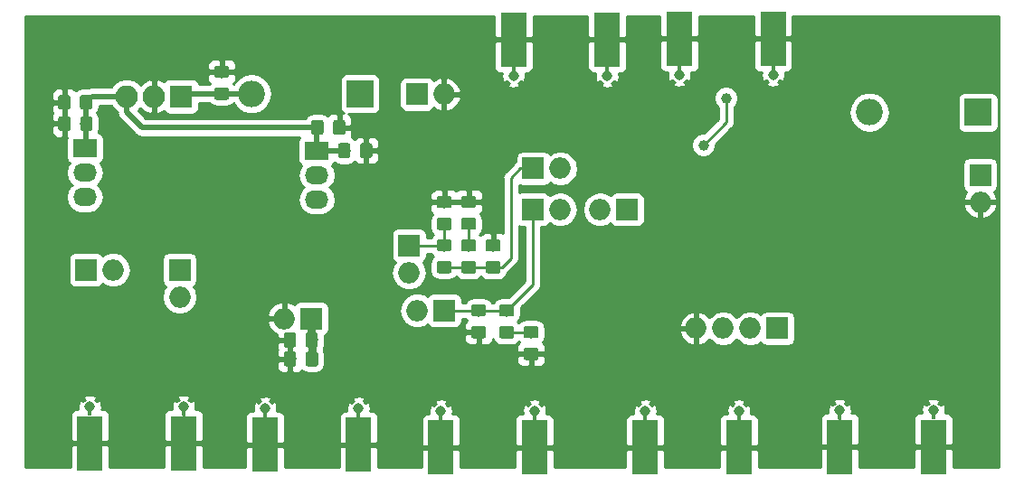
<source format=gbl>
G04 #@! TF.GenerationSoftware,KiCad,Pcbnew,(5.0.2)-1*
G04 #@! TF.CreationDate,2019-06-06T20:52:43-07:00*
G04 #@! TF.ProjectId,Complete PLL Board Rev5,436f6d70-6c65-4746-9520-504c4c20426f,rev?*
G04 #@! TF.SameCoordinates,Original*
G04 #@! TF.FileFunction,Copper,L2,Bot*
G04 #@! TF.FilePolarity,Positive*
%FSLAX46Y46*%
G04 Gerber Fmt 4.6, Leading zero omitted, Abs format (unit mm)*
G04 Created by KiCad (PCBNEW (5.0.2)-1) date 6/6/2019 8:52:43 PM*
%MOMM*%
%LPD*%
G01*
G04 APERTURE LIST*
G04 #@! TA.AperFunction,SMDPad,CuDef*
%ADD10R,2.420000X5.080000*%
G04 #@! TD*
G04 #@! TA.AperFunction,ViaPad*
%ADD11C,0.970000*%
G04 #@! TD*
G04 #@! TA.AperFunction,Conductor*
%ADD12R,0.460000X0.950000*%
G04 #@! TD*
G04 #@! TA.AperFunction,ComponentPad*
%ADD13O,2.000000X2.000000*%
G04 #@! TD*
G04 #@! TA.AperFunction,ComponentPad*
%ADD14R,2.000000X2.000000*%
G04 #@! TD*
G04 #@! TA.AperFunction,Conductor*
%ADD15C,0.100000*%
G04 #@! TD*
G04 #@! TA.AperFunction,SMDPad,CuDef*
%ADD16C,1.150000*%
G04 #@! TD*
G04 #@! TA.AperFunction,ComponentPad*
%ADD17O,2.200000X1.717500*%
G04 #@! TD*
G04 #@! TA.AperFunction,ComponentPad*
%ADD18R,2.200000X1.717500*%
G04 #@! TD*
G04 #@! TA.AperFunction,ComponentPad*
%ADD19R,2.200000X1.700000*%
G04 #@! TD*
G04 #@! TA.AperFunction,ComponentPad*
%ADD20O,2.200000X1.700000*%
G04 #@! TD*
G04 #@! TA.AperFunction,ComponentPad*
%ADD21R,2.500000X2.500000*%
G04 #@! TD*
G04 #@! TA.AperFunction,ComponentPad*
%ADD22O,2.500000X2.500000*%
G04 #@! TD*
G04 #@! TA.AperFunction,ComponentPad*
%ADD23R,2.100000X2.100000*%
G04 #@! TD*
G04 #@! TA.AperFunction,ComponentPad*
%ADD24O,2.100000X2.100000*%
G04 #@! TD*
G04 #@! TA.AperFunction,ViaPad*
%ADD25C,0.800000*%
G04 #@! TD*
G04 #@! TA.AperFunction,ViaPad*
%ADD26C,1.000000*%
G04 #@! TD*
G04 #@! TA.AperFunction,Conductor*
%ADD27C,0.250000*%
G04 #@! TD*
G04 #@! TA.AperFunction,Conductor*
%ADD28C,0.508000*%
G04 #@! TD*
G04 #@! TA.AperFunction,Conductor*
%ADD29C,0.762000*%
G04 #@! TD*
G04 #@! TA.AperFunction,Conductor*
%ADD30C,0.254000*%
G04 #@! TD*
G04 APERTURE END LIST*
D10*
G04 #@! TO.P,VCO_Out,2*
G04 #@! TO.N,GND*
X101715800Y-118999000D03*
X110475800Y-118999000D03*
D11*
G04 #@! TD*
G04 #@! TO.N,GND*
G04 #@! TO.C,VCO_Out*
X101715800Y-115559000D03*
G04 #@! TO.N,GND*
G04 #@! TO.C,VCO_Out*
X110475800Y-115559000D03*
D12*
X101715800Y-116009000D03*
X110475800Y-116009000D03*
G04 #@! TD*
D13*
G04 #@! TO.P,3.3V,2*
G04 #@! TO.N,GND*
X185039000Y-96393000D03*
D14*
G04 #@! TO.P,3.3V,1*
G04 #@! TO.N,Net-(D1-Pad1)*
X185039000Y-93853000D03*
G04 #@! TD*
D12*
G04 #@! TO.N,GND*
G04 #@! TO.C,VCO_Test*
X126858800Y-116136000D03*
X118098800Y-116136000D03*
D11*
X126858800Y-115686000D03*
X118098800Y-115686000D03*
D10*
G04 #@! TD*
G04 #@! TO.P,VCO_Test,2*
G04 #@! TO.N,GND*
X126858800Y-119126000D03*
G04 #@! TO.P,VCO_Test,2*
G04 #@! TO.N,GND*
X118098800Y-119126000D03*
G04 #@! TD*
G04 #@! TO.P,Ref_Osc,2*
G04 #@! TO.N,GND*
X134558000Y-119380000D03*
X143318000Y-119380000D03*
D11*
G04 #@! TD*
G04 #@! TO.N,GND*
G04 #@! TO.C,Ref_Osc*
X134558000Y-115940000D03*
G04 #@! TO.N,GND*
G04 #@! TO.C,Ref_Osc*
X143318000Y-115940000D03*
D12*
X134558000Y-116390000D03*
X143318000Y-116390000D03*
G04 #@! TD*
G04 #@! TO.N,GND*
G04 #@! TO.C,Test_CPo*
X141365200Y-84143000D03*
X150125200Y-84143000D03*
D11*
X141365200Y-84593000D03*
X150125200Y-84593000D03*
D10*
G04 #@! TD*
G04 #@! TO.P,Test_CPo,2*
G04 #@! TO.N,GND*
X141365200Y-81153000D03*
G04 #@! TO.P,Test_CPo,2*
G04 #@! TO.N,GND*
X150125200Y-81153000D03*
G04 #@! TD*
D15*
G04 #@! TO.N,Net-(C28-Pad2)*
G04 #@! TO.C,C28*
G36*
X122837305Y-110400804D02*
X122861573Y-110404404D01*
X122885372Y-110410365D01*
X122908471Y-110418630D01*
X122930650Y-110429120D01*
X122951693Y-110441732D01*
X122971399Y-110456347D01*
X122989577Y-110472823D01*
X123006053Y-110491001D01*
X123020668Y-110510707D01*
X123033280Y-110531750D01*
X123043770Y-110553929D01*
X123052035Y-110577028D01*
X123057996Y-110600827D01*
X123061596Y-110625095D01*
X123062800Y-110649599D01*
X123062800Y-111549601D01*
X123061596Y-111574105D01*
X123057996Y-111598373D01*
X123052035Y-111622172D01*
X123043770Y-111645271D01*
X123033280Y-111667450D01*
X123020668Y-111688493D01*
X123006053Y-111708199D01*
X122989577Y-111726377D01*
X122971399Y-111742853D01*
X122951693Y-111757468D01*
X122930650Y-111770080D01*
X122908471Y-111780570D01*
X122885372Y-111788835D01*
X122861573Y-111794796D01*
X122837305Y-111798396D01*
X122812801Y-111799600D01*
X122162799Y-111799600D01*
X122138295Y-111798396D01*
X122114027Y-111794796D01*
X122090228Y-111788835D01*
X122067129Y-111780570D01*
X122044950Y-111770080D01*
X122023907Y-111757468D01*
X122004201Y-111742853D01*
X121986023Y-111726377D01*
X121969547Y-111708199D01*
X121954932Y-111688493D01*
X121942320Y-111667450D01*
X121931830Y-111645271D01*
X121923565Y-111622172D01*
X121917604Y-111598373D01*
X121914004Y-111574105D01*
X121912800Y-111549601D01*
X121912800Y-110649599D01*
X121914004Y-110625095D01*
X121917604Y-110600827D01*
X121923565Y-110577028D01*
X121931830Y-110553929D01*
X121942320Y-110531750D01*
X121954932Y-110510707D01*
X121969547Y-110491001D01*
X121986023Y-110472823D01*
X122004201Y-110456347D01*
X122023907Y-110441732D01*
X122044950Y-110429120D01*
X122067129Y-110418630D01*
X122090228Y-110410365D01*
X122114027Y-110404404D01*
X122138295Y-110400804D01*
X122162799Y-110399600D01*
X122812801Y-110399600D01*
X122837305Y-110400804D01*
X122837305Y-110400804D01*
G37*
D16*
G04 #@! TD*
G04 #@! TO.P,C28,2*
G04 #@! TO.N,Net-(C28-Pad2)*
X122487800Y-111099600D03*
D15*
G04 #@! TO.N,GND*
G04 #@! TO.C,C28*
G36*
X120787305Y-110400804D02*
X120811573Y-110404404D01*
X120835372Y-110410365D01*
X120858471Y-110418630D01*
X120880650Y-110429120D01*
X120901693Y-110441732D01*
X120921399Y-110456347D01*
X120939577Y-110472823D01*
X120956053Y-110491001D01*
X120970668Y-110510707D01*
X120983280Y-110531750D01*
X120993770Y-110553929D01*
X121002035Y-110577028D01*
X121007996Y-110600827D01*
X121011596Y-110625095D01*
X121012800Y-110649599D01*
X121012800Y-111549601D01*
X121011596Y-111574105D01*
X121007996Y-111598373D01*
X121002035Y-111622172D01*
X120993770Y-111645271D01*
X120983280Y-111667450D01*
X120970668Y-111688493D01*
X120956053Y-111708199D01*
X120939577Y-111726377D01*
X120921399Y-111742853D01*
X120901693Y-111757468D01*
X120880650Y-111770080D01*
X120858471Y-111780570D01*
X120835372Y-111788835D01*
X120811573Y-111794796D01*
X120787305Y-111798396D01*
X120762801Y-111799600D01*
X120112799Y-111799600D01*
X120088295Y-111798396D01*
X120064027Y-111794796D01*
X120040228Y-111788835D01*
X120017129Y-111780570D01*
X119994950Y-111770080D01*
X119973907Y-111757468D01*
X119954201Y-111742853D01*
X119936023Y-111726377D01*
X119919547Y-111708199D01*
X119904932Y-111688493D01*
X119892320Y-111667450D01*
X119881830Y-111645271D01*
X119873565Y-111622172D01*
X119867604Y-111598373D01*
X119864004Y-111574105D01*
X119862800Y-111549601D01*
X119862800Y-110649599D01*
X119864004Y-110625095D01*
X119867604Y-110600827D01*
X119873565Y-110577028D01*
X119881830Y-110553929D01*
X119892320Y-110531750D01*
X119904932Y-110510707D01*
X119919547Y-110491001D01*
X119936023Y-110472823D01*
X119954201Y-110456347D01*
X119973907Y-110441732D01*
X119994950Y-110429120D01*
X120017129Y-110418630D01*
X120040228Y-110410365D01*
X120064027Y-110404404D01*
X120088295Y-110400804D01*
X120112799Y-110399600D01*
X120762801Y-110399600D01*
X120787305Y-110400804D01*
X120787305Y-110400804D01*
G37*
D16*
G04 #@! TD*
G04 #@! TO.P,C28,1*
G04 #@! TO.N,GND*
X120437800Y-111099600D03*
D15*
G04 #@! TO.N,GND*
G04 #@! TO.C,C29*
G36*
X120778305Y-108622804D02*
X120802573Y-108626404D01*
X120826372Y-108632365D01*
X120849471Y-108640630D01*
X120871650Y-108651120D01*
X120892693Y-108663732D01*
X120912399Y-108678347D01*
X120930577Y-108694823D01*
X120947053Y-108713001D01*
X120961668Y-108732707D01*
X120974280Y-108753750D01*
X120984770Y-108775929D01*
X120993035Y-108799028D01*
X120998996Y-108822827D01*
X121002596Y-108847095D01*
X121003800Y-108871599D01*
X121003800Y-109771601D01*
X121002596Y-109796105D01*
X120998996Y-109820373D01*
X120993035Y-109844172D01*
X120984770Y-109867271D01*
X120974280Y-109889450D01*
X120961668Y-109910493D01*
X120947053Y-109930199D01*
X120930577Y-109948377D01*
X120912399Y-109964853D01*
X120892693Y-109979468D01*
X120871650Y-109992080D01*
X120849471Y-110002570D01*
X120826372Y-110010835D01*
X120802573Y-110016796D01*
X120778305Y-110020396D01*
X120753801Y-110021600D01*
X120103799Y-110021600D01*
X120079295Y-110020396D01*
X120055027Y-110016796D01*
X120031228Y-110010835D01*
X120008129Y-110002570D01*
X119985950Y-109992080D01*
X119964907Y-109979468D01*
X119945201Y-109964853D01*
X119927023Y-109948377D01*
X119910547Y-109930199D01*
X119895932Y-109910493D01*
X119883320Y-109889450D01*
X119872830Y-109867271D01*
X119864565Y-109844172D01*
X119858604Y-109820373D01*
X119855004Y-109796105D01*
X119853800Y-109771601D01*
X119853800Y-108871599D01*
X119855004Y-108847095D01*
X119858604Y-108822827D01*
X119864565Y-108799028D01*
X119872830Y-108775929D01*
X119883320Y-108753750D01*
X119895932Y-108732707D01*
X119910547Y-108713001D01*
X119927023Y-108694823D01*
X119945201Y-108678347D01*
X119964907Y-108663732D01*
X119985950Y-108651120D01*
X120008129Y-108640630D01*
X120031228Y-108632365D01*
X120055027Y-108626404D01*
X120079295Y-108622804D01*
X120103799Y-108621600D01*
X120753801Y-108621600D01*
X120778305Y-108622804D01*
X120778305Y-108622804D01*
G37*
D16*
G04 #@! TD*
G04 #@! TO.P,C29,1*
G04 #@! TO.N,GND*
X120428800Y-109321600D03*
D15*
G04 #@! TO.N,Net-(C28-Pad2)*
G04 #@! TO.C,C29*
G36*
X122828305Y-108622804D02*
X122852573Y-108626404D01*
X122876372Y-108632365D01*
X122899471Y-108640630D01*
X122921650Y-108651120D01*
X122942693Y-108663732D01*
X122962399Y-108678347D01*
X122980577Y-108694823D01*
X122997053Y-108713001D01*
X123011668Y-108732707D01*
X123024280Y-108753750D01*
X123034770Y-108775929D01*
X123043035Y-108799028D01*
X123048996Y-108822827D01*
X123052596Y-108847095D01*
X123053800Y-108871599D01*
X123053800Y-109771601D01*
X123052596Y-109796105D01*
X123048996Y-109820373D01*
X123043035Y-109844172D01*
X123034770Y-109867271D01*
X123024280Y-109889450D01*
X123011668Y-109910493D01*
X122997053Y-109930199D01*
X122980577Y-109948377D01*
X122962399Y-109964853D01*
X122942693Y-109979468D01*
X122921650Y-109992080D01*
X122899471Y-110002570D01*
X122876372Y-110010835D01*
X122852573Y-110016796D01*
X122828305Y-110020396D01*
X122803801Y-110021600D01*
X122153799Y-110021600D01*
X122129295Y-110020396D01*
X122105027Y-110016796D01*
X122081228Y-110010835D01*
X122058129Y-110002570D01*
X122035950Y-109992080D01*
X122014907Y-109979468D01*
X121995201Y-109964853D01*
X121977023Y-109948377D01*
X121960547Y-109930199D01*
X121945932Y-109910493D01*
X121933320Y-109889450D01*
X121922830Y-109867271D01*
X121914565Y-109844172D01*
X121908604Y-109820373D01*
X121905004Y-109796105D01*
X121903800Y-109771601D01*
X121903800Y-108871599D01*
X121905004Y-108847095D01*
X121908604Y-108822827D01*
X121914565Y-108799028D01*
X121922830Y-108775929D01*
X121933320Y-108753750D01*
X121945932Y-108732707D01*
X121960547Y-108713001D01*
X121977023Y-108694823D01*
X121995201Y-108678347D01*
X122014907Y-108663732D01*
X122035950Y-108651120D01*
X122058129Y-108640630D01*
X122081228Y-108632365D01*
X122105027Y-108626404D01*
X122129295Y-108622804D01*
X122153799Y-108621600D01*
X122803801Y-108621600D01*
X122828305Y-108622804D01*
X122828305Y-108622804D01*
G37*
D16*
G04 #@! TD*
G04 #@! TO.P,C29,2*
G04 #@! TO.N,Net-(C28-Pad2)*
X122478800Y-109321600D03*
D15*
G04 #@! TO.N,8V*
G04 #@! TO.C,C26*
G36*
X123349005Y-88696504D02*
X123373273Y-88700104D01*
X123397072Y-88706065D01*
X123420171Y-88714330D01*
X123442350Y-88724820D01*
X123463393Y-88737432D01*
X123483099Y-88752047D01*
X123501277Y-88768523D01*
X123517753Y-88786701D01*
X123532368Y-88806407D01*
X123544980Y-88827450D01*
X123555470Y-88849629D01*
X123563735Y-88872728D01*
X123569696Y-88896527D01*
X123573296Y-88920795D01*
X123574500Y-88945299D01*
X123574500Y-89845301D01*
X123573296Y-89869805D01*
X123569696Y-89894073D01*
X123563735Y-89917872D01*
X123555470Y-89940971D01*
X123544980Y-89963150D01*
X123532368Y-89984193D01*
X123517753Y-90003899D01*
X123501277Y-90022077D01*
X123483099Y-90038553D01*
X123463393Y-90053168D01*
X123442350Y-90065780D01*
X123420171Y-90076270D01*
X123397072Y-90084535D01*
X123373273Y-90090496D01*
X123349005Y-90094096D01*
X123324501Y-90095300D01*
X122674499Y-90095300D01*
X122649995Y-90094096D01*
X122625727Y-90090496D01*
X122601928Y-90084535D01*
X122578829Y-90076270D01*
X122556650Y-90065780D01*
X122535607Y-90053168D01*
X122515901Y-90038553D01*
X122497723Y-90022077D01*
X122481247Y-90003899D01*
X122466632Y-89984193D01*
X122454020Y-89963150D01*
X122443530Y-89940971D01*
X122435265Y-89917872D01*
X122429304Y-89894073D01*
X122425704Y-89869805D01*
X122424500Y-89845301D01*
X122424500Y-88945299D01*
X122425704Y-88920795D01*
X122429304Y-88896527D01*
X122435265Y-88872728D01*
X122443530Y-88849629D01*
X122454020Y-88827450D01*
X122466632Y-88806407D01*
X122481247Y-88786701D01*
X122497723Y-88768523D01*
X122515901Y-88752047D01*
X122535607Y-88737432D01*
X122556650Y-88724820D01*
X122578829Y-88714330D01*
X122601928Y-88706065D01*
X122625727Y-88700104D01*
X122649995Y-88696504D01*
X122674499Y-88695300D01*
X123324501Y-88695300D01*
X123349005Y-88696504D01*
X123349005Y-88696504D01*
G37*
D16*
G04 #@! TD*
G04 #@! TO.P,C26,2*
G04 #@! TO.N,8V*
X122999500Y-89395300D03*
D15*
G04 #@! TO.N,GND*
G04 #@! TO.C,C26*
G36*
X125399005Y-88696504D02*
X125423273Y-88700104D01*
X125447072Y-88706065D01*
X125470171Y-88714330D01*
X125492350Y-88724820D01*
X125513393Y-88737432D01*
X125533099Y-88752047D01*
X125551277Y-88768523D01*
X125567753Y-88786701D01*
X125582368Y-88806407D01*
X125594980Y-88827450D01*
X125605470Y-88849629D01*
X125613735Y-88872728D01*
X125619696Y-88896527D01*
X125623296Y-88920795D01*
X125624500Y-88945299D01*
X125624500Y-89845301D01*
X125623296Y-89869805D01*
X125619696Y-89894073D01*
X125613735Y-89917872D01*
X125605470Y-89940971D01*
X125594980Y-89963150D01*
X125582368Y-89984193D01*
X125567753Y-90003899D01*
X125551277Y-90022077D01*
X125533099Y-90038553D01*
X125513393Y-90053168D01*
X125492350Y-90065780D01*
X125470171Y-90076270D01*
X125447072Y-90084535D01*
X125423273Y-90090496D01*
X125399005Y-90094096D01*
X125374501Y-90095300D01*
X124724499Y-90095300D01*
X124699995Y-90094096D01*
X124675727Y-90090496D01*
X124651928Y-90084535D01*
X124628829Y-90076270D01*
X124606650Y-90065780D01*
X124585607Y-90053168D01*
X124565901Y-90038553D01*
X124547723Y-90022077D01*
X124531247Y-90003899D01*
X124516632Y-89984193D01*
X124504020Y-89963150D01*
X124493530Y-89940971D01*
X124485265Y-89917872D01*
X124479304Y-89894073D01*
X124475704Y-89869805D01*
X124474500Y-89845301D01*
X124474500Y-88945299D01*
X124475704Y-88920795D01*
X124479304Y-88896527D01*
X124485265Y-88872728D01*
X124493530Y-88849629D01*
X124504020Y-88827450D01*
X124516632Y-88806407D01*
X124531247Y-88786701D01*
X124547723Y-88768523D01*
X124565901Y-88752047D01*
X124585607Y-88737432D01*
X124606650Y-88724820D01*
X124628829Y-88714330D01*
X124651928Y-88706065D01*
X124675727Y-88700104D01*
X124699995Y-88696504D01*
X124724499Y-88695300D01*
X125374501Y-88695300D01*
X125399005Y-88696504D01*
X125399005Y-88696504D01*
G37*
D16*
G04 #@! TD*
G04 #@! TO.P,C26,1*
G04 #@! TO.N,GND*
X125049500Y-89395300D03*
D15*
G04 #@! TO.N,GND*
G04 #@! TO.C,C25*
G36*
X99658205Y-86334304D02*
X99682473Y-86337904D01*
X99706272Y-86343865D01*
X99729371Y-86352130D01*
X99751550Y-86362620D01*
X99772593Y-86375232D01*
X99792299Y-86389847D01*
X99810477Y-86406323D01*
X99826953Y-86424501D01*
X99841568Y-86444207D01*
X99854180Y-86465250D01*
X99864670Y-86487429D01*
X99872935Y-86510528D01*
X99878896Y-86534327D01*
X99882496Y-86558595D01*
X99883700Y-86583099D01*
X99883700Y-87483101D01*
X99882496Y-87507605D01*
X99878896Y-87531873D01*
X99872935Y-87555672D01*
X99864670Y-87578771D01*
X99854180Y-87600950D01*
X99841568Y-87621993D01*
X99826953Y-87641699D01*
X99810477Y-87659877D01*
X99792299Y-87676353D01*
X99772593Y-87690968D01*
X99751550Y-87703580D01*
X99729371Y-87714070D01*
X99706272Y-87722335D01*
X99682473Y-87728296D01*
X99658205Y-87731896D01*
X99633701Y-87733100D01*
X98983699Y-87733100D01*
X98959195Y-87731896D01*
X98934927Y-87728296D01*
X98911128Y-87722335D01*
X98888029Y-87714070D01*
X98865850Y-87703580D01*
X98844807Y-87690968D01*
X98825101Y-87676353D01*
X98806923Y-87659877D01*
X98790447Y-87641699D01*
X98775832Y-87621993D01*
X98763220Y-87600950D01*
X98752730Y-87578771D01*
X98744465Y-87555672D01*
X98738504Y-87531873D01*
X98734904Y-87507605D01*
X98733700Y-87483101D01*
X98733700Y-86583099D01*
X98734904Y-86558595D01*
X98738504Y-86534327D01*
X98744465Y-86510528D01*
X98752730Y-86487429D01*
X98763220Y-86465250D01*
X98775832Y-86444207D01*
X98790447Y-86424501D01*
X98806923Y-86406323D01*
X98825101Y-86389847D01*
X98844807Y-86375232D01*
X98865850Y-86362620D01*
X98888029Y-86352130D01*
X98911128Y-86343865D01*
X98934927Y-86337904D01*
X98959195Y-86334304D01*
X98983699Y-86333100D01*
X99633701Y-86333100D01*
X99658205Y-86334304D01*
X99658205Y-86334304D01*
G37*
D16*
G04 #@! TD*
G04 #@! TO.P,C25,1*
G04 #@! TO.N,GND*
X99308700Y-87033100D03*
D15*
G04 #@! TO.N,8V*
G04 #@! TO.C,C25*
G36*
X101708205Y-86334304D02*
X101732473Y-86337904D01*
X101756272Y-86343865D01*
X101779371Y-86352130D01*
X101801550Y-86362620D01*
X101822593Y-86375232D01*
X101842299Y-86389847D01*
X101860477Y-86406323D01*
X101876953Y-86424501D01*
X101891568Y-86444207D01*
X101904180Y-86465250D01*
X101914670Y-86487429D01*
X101922935Y-86510528D01*
X101928896Y-86534327D01*
X101932496Y-86558595D01*
X101933700Y-86583099D01*
X101933700Y-87483101D01*
X101932496Y-87507605D01*
X101928896Y-87531873D01*
X101922935Y-87555672D01*
X101914670Y-87578771D01*
X101904180Y-87600950D01*
X101891568Y-87621993D01*
X101876953Y-87641699D01*
X101860477Y-87659877D01*
X101842299Y-87676353D01*
X101822593Y-87690968D01*
X101801550Y-87703580D01*
X101779371Y-87714070D01*
X101756272Y-87722335D01*
X101732473Y-87728296D01*
X101708205Y-87731896D01*
X101683701Y-87733100D01*
X101033699Y-87733100D01*
X101009195Y-87731896D01*
X100984927Y-87728296D01*
X100961128Y-87722335D01*
X100938029Y-87714070D01*
X100915850Y-87703580D01*
X100894807Y-87690968D01*
X100875101Y-87676353D01*
X100856923Y-87659877D01*
X100840447Y-87641699D01*
X100825832Y-87621993D01*
X100813220Y-87600950D01*
X100802730Y-87578771D01*
X100794465Y-87555672D01*
X100788504Y-87531873D01*
X100784904Y-87507605D01*
X100783700Y-87483101D01*
X100783700Y-86583099D01*
X100784904Y-86558595D01*
X100788504Y-86534327D01*
X100794465Y-86510528D01*
X100802730Y-86487429D01*
X100813220Y-86465250D01*
X100825832Y-86444207D01*
X100840447Y-86424501D01*
X100856923Y-86406323D01*
X100875101Y-86389847D01*
X100894807Y-86375232D01*
X100915850Y-86362620D01*
X100938029Y-86352130D01*
X100961128Y-86343865D01*
X100984927Y-86337904D01*
X101009195Y-86334304D01*
X101033699Y-86333100D01*
X101683701Y-86333100D01*
X101708205Y-86334304D01*
X101708205Y-86334304D01*
G37*
D16*
G04 #@! TD*
G04 #@! TO.P,C25,2*
G04 #@! TO.N,8V*
X101358700Y-87033100D03*
D15*
G04 #@! TO.N,GND*
G04 #@! TO.C,C24*
G36*
X135348505Y-95819204D02*
X135372773Y-95822804D01*
X135396572Y-95828765D01*
X135419671Y-95837030D01*
X135441850Y-95847520D01*
X135462893Y-95860132D01*
X135482599Y-95874747D01*
X135500777Y-95891223D01*
X135517253Y-95909401D01*
X135531868Y-95929107D01*
X135544480Y-95950150D01*
X135554970Y-95972329D01*
X135563235Y-95995428D01*
X135569196Y-96019227D01*
X135572796Y-96043495D01*
X135574000Y-96067999D01*
X135574000Y-96718001D01*
X135572796Y-96742505D01*
X135569196Y-96766773D01*
X135563235Y-96790572D01*
X135554970Y-96813671D01*
X135544480Y-96835850D01*
X135531868Y-96856893D01*
X135517253Y-96876599D01*
X135500777Y-96894777D01*
X135482599Y-96911253D01*
X135462893Y-96925868D01*
X135441850Y-96938480D01*
X135419671Y-96948970D01*
X135396572Y-96957235D01*
X135372773Y-96963196D01*
X135348505Y-96966796D01*
X135324001Y-96968000D01*
X134423999Y-96968000D01*
X134399495Y-96966796D01*
X134375227Y-96963196D01*
X134351428Y-96957235D01*
X134328329Y-96948970D01*
X134306150Y-96938480D01*
X134285107Y-96925868D01*
X134265401Y-96911253D01*
X134247223Y-96894777D01*
X134230747Y-96876599D01*
X134216132Y-96856893D01*
X134203520Y-96835850D01*
X134193030Y-96813671D01*
X134184765Y-96790572D01*
X134178804Y-96766773D01*
X134175204Y-96742505D01*
X134174000Y-96718001D01*
X134174000Y-96067999D01*
X134175204Y-96043495D01*
X134178804Y-96019227D01*
X134184765Y-95995428D01*
X134193030Y-95972329D01*
X134203520Y-95950150D01*
X134216132Y-95929107D01*
X134230747Y-95909401D01*
X134247223Y-95891223D01*
X134265401Y-95874747D01*
X134285107Y-95860132D01*
X134306150Y-95847520D01*
X134328329Y-95837030D01*
X134351428Y-95828765D01*
X134375227Y-95822804D01*
X134399495Y-95819204D01*
X134423999Y-95818000D01*
X135324001Y-95818000D01*
X135348505Y-95819204D01*
X135348505Y-95819204D01*
G37*
D16*
G04 #@! TD*
G04 #@! TO.P,C24,2*
G04 #@! TO.N,GND*
X134874000Y-96393000D03*
D15*
G04 #@! TO.N,Net-(C24-Pad1)*
G04 #@! TO.C,C24*
G36*
X135348505Y-97869204D02*
X135372773Y-97872804D01*
X135396572Y-97878765D01*
X135419671Y-97887030D01*
X135441850Y-97897520D01*
X135462893Y-97910132D01*
X135482599Y-97924747D01*
X135500777Y-97941223D01*
X135517253Y-97959401D01*
X135531868Y-97979107D01*
X135544480Y-98000150D01*
X135554970Y-98022329D01*
X135563235Y-98045428D01*
X135569196Y-98069227D01*
X135572796Y-98093495D01*
X135574000Y-98117999D01*
X135574000Y-98768001D01*
X135572796Y-98792505D01*
X135569196Y-98816773D01*
X135563235Y-98840572D01*
X135554970Y-98863671D01*
X135544480Y-98885850D01*
X135531868Y-98906893D01*
X135517253Y-98926599D01*
X135500777Y-98944777D01*
X135482599Y-98961253D01*
X135462893Y-98975868D01*
X135441850Y-98988480D01*
X135419671Y-98998970D01*
X135396572Y-99007235D01*
X135372773Y-99013196D01*
X135348505Y-99016796D01*
X135324001Y-99018000D01*
X134423999Y-99018000D01*
X134399495Y-99016796D01*
X134375227Y-99013196D01*
X134351428Y-99007235D01*
X134328329Y-98998970D01*
X134306150Y-98988480D01*
X134285107Y-98975868D01*
X134265401Y-98961253D01*
X134247223Y-98944777D01*
X134230747Y-98926599D01*
X134216132Y-98906893D01*
X134203520Y-98885850D01*
X134193030Y-98863671D01*
X134184765Y-98840572D01*
X134178804Y-98816773D01*
X134175204Y-98792505D01*
X134174000Y-98768001D01*
X134174000Y-98117999D01*
X134175204Y-98093495D01*
X134178804Y-98069227D01*
X134184765Y-98045428D01*
X134193030Y-98022329D01*
X134203520Y-98000150D01*
X134216132Y-97979107D01*
X134230747Y-97959401D01*
X134247223Y-97941223D01*
X134265401Y-97924747D01*
X134285107Y-97910132D01*
X134306150Y-97897520D01*
X134328329Y-97887030D01*
X134351428Y-97878765D01*
X134375227Y-97872804D01*
X134399495Y-97869204D01*
X134423999Y-97868000D01*
X135324001Y-97868000D01*
X135348505Y-97869204D01*
X135348505Y-97869204D01*
G37*
D16*
G04 #@! TD*
G04 #@! TO.P,C24,1*
G04 #@! TO.N,Net-(C24-Pad1)*
X134874000Y-98443000D03*
D15*
G04 #@! TO.N,Net-(C23-Pad1)*
G04 #@! TO.C,C23*
G36*
X137634505Y-97851204D02*
X137658773Y-97854804D01*
X137682572Y-97860765D01*
X137705671Y-97869030D01*
X137727850Y-97879520D01*
X137748893Y-97892132D01*
X137768599Y-97906747D01*
X137786777Y-97923223D01*
X137803253Y-97941401D01*
X137817868Y-97961107D01*
X137830480Y-97982150D01*
X137840970Y-98004329D01*
X137849235Y-98027428D01*
X137855196Y-98051227D01*
X137858796Y-98075495D01*
X137860000Y-98099999D01*
X137860000Y-98750001D01*
X137858796Y-98774505D01*
X137855196Y-98798773D01*
X137849235Y-98822572D01*
X137840970Y-98845671D01*
X137830480Y-98867850D01*
X137817868Y-98888893D01*
X137803253Y-98908599D01*
X137786777Y-98926777D01*
X137768599Y-98943253D01*
X137748893Y-98957868D01*
X137727850Y-98970480D01*
X137705671Y-98980970D01*
X137682572Y-98989235D01*
X137658773Y-98995196D01*
X137634505Y-98998796D01*
X137610001Y-99000000D01*
X136709999Y-99000000D01*
X136685495Y-98998796D01*
X136661227Y-98995196D01*
X136637428Y-98989235D01*
X136614329Y-98980970D01*
X136592150Y-98970480D01*
X136571107Y-98957868D01*
X136551401Y-98943253D01*
X136533223Y-98926777D01*
X136516747Y-98908599D01*
X136502132Y-98888893D01*
X136489520Y-98867850D01*
X136479030Y-98845671D01*
X136470765Y-98822572D01*
X136464804Y-98798773D01*
X136461204Y-98774505D01*
X136460000Y-98750001D01*
X136460000Y-98099999D01*
X136461204Y-98075495D01*
X136464804Y-98051227D01*
X136470765Y-98027428D01*
X136479030Y-98004329D01*
X136489520Y-97982150D01*
X136502132Y-97961107D01*
X136516747Y-97941401D01*
X136533223Y-97923223D01*
X136551401Y-97906747D01*
X136571107Y-97892132D01*
X136592150Y-97879520D01*
X136614329Y-97869030D01*
X136637428Y-97860765D01*
X136661227Y-97854804D01*
X136685495Y-97851204D01*
X136709999Y-97850000D01*
X137610001Y-97850000D01*
X137634505Y-97851204D01*
X137634505Y-97851204D01*
G37*
D16*
G04 #@! TD*
G04 #@! TO.P,C23,1*
G04 #@! TO.N,Net-(C23-Pad1)*
X137160000Y-98425000D03*
D15*
G04 #@! TO.N,GND*
G04 #@! TO.C,C23*
G36*
X137634505Y-95801204D02*
X137658773Y-95804804D01*
X137682572Y-95810765D01*
X137705671Y-95819030D01*
X137727850Y-95829520D01*
X137748893Y-95842132D01*
X137768599Y-95856747D01*
X137786777Y-95873223D01*
X137803253Y-95891401D01*
X137817868Y-95911107D01*
X137830480Y-95932150D01*
X137840970Y-95954329D01*
X137849235Y-95977428D01*
X137855196Y-96001227D01*
X137858796Y-96025495D01*
X137860000Y-96049999D01*
X137860000Y-96700001D01*
X137858796Y-96724505D01*
X137855196Y-96748773D01*
X137849235Y-96772572D01*
X137840970Y-96795671D01*
X137830480Y-96817850D01*
X137817868Y-96838893D01*
X137803253Y-96858599D01*
X137786777Y-96876777D01*
X137768599Y-96893253D01*
X137748893Y-96907868D01*
X137727850Y-96920480D01*
X137705671Y-96930970D01*
X137682572Y-96939235D01*
X137658773Y-96945196D01*
X137634505Y-96948796D01*
X137610001Y-96950000D01*
X136709999Y-96950000D01*
X136685495Y-96948796D01*
X136661227Y-96945196D01*
X136637428Y-96939235D01*
X136614329Y-96930970D01*
X136592150Y-96920480D01*
X136571107Y-96907868D01*
X136551401Y-96893253D01*
X136533223Y-96876777D01*
X136516747Y-96858599D01*
X136502132Y-96838893D01*
X136489520Y-96817850D01*
X136479030Y-96795671D01*
X136470765Y-96772572D01*
X136464804Y-96748773D01*
X136461204Y-96724505D01*
X136460000Y-96700001D01*
X136460000Y-96049999D01*
X136461204Y-96025495D01*
X136464804Y-96001227D01*
X136470765Y-95977428D01*
X136479030Y-95954329D01*
X136489520Y-95932150D01*
X136502132Y-95911107D01*
X136516747Y-95891401D01*
X136533223Y-95873223D01*
X136551401Y-95856747D01*
X136571107Y-95842132D01*
X136592150Y-95829520D01*
X136614329Y-95819030D01*
X136637428Y-95810765D01*
X136661227Y-95804804D01*
X136685495Y-95801204D01*
X136709999Y-95800000D01*
X137610001Y-95800000D01*
X137634505Y-95801204D01*
X137634505Y-95801204D01*
G37*
D16*
G04 #@! TD*
G04 #@! TO.P,C23,2*
G04 #@! TO.N,GND*
X137160000Y-96375000D03*
D15*
G04 #@! TO.N,Net-(C12-Pad2)*
G04 #@! TO.C,R7*
G36*
X137634505Y-101933204D02*
X137658773Y-101936804D01*
X137682572Y-101942765D01*
X137705671Y-101951030D01*
X137727850Y-101961520D01*
X137748893Y-101974132D01*
X137768599Y-101988747D01*
X137786777Y-102005223D01*
X137803253Y-102023401D01*
X137817868Y-102043107D01*
X137830480Y-102064150D01*
X137840970Y-102086329D01*
X137849235Y-102109428D01*
X137855196Y-102133227D01*
X137858796Y-102157495D01*
X137860000Y-102181999D01*
X137860000Y-102832001D01*
X137858796Y-102856505D01*
X137855196Y-102880773D01*
X137849235Y-102904572D01*
X137840970Y-102927671D01*
X137830480Y-102949850D01*
X137817868Y-102970893D01*
X137803253Y-102990599D01*
X137786777Y-103008777D01*
X137768599Y-103025253D01*
X137748893Y-103039868D01*
X137727850Y-103052480D01*
X137705671Y-103062970D01*
X137682572Y-103071235D01*
X137658773Y-103077196D01*
X137634505Y-103080796D01*
X137610001Y-103082000D01*
X136709999Y-103082000D01*
X136685495Y-103080796D01*
X136661227Y-103077196D01*
X136637428Y-103071235D01*
X136614329Y-103062970D01*
X136592150Y-103052480D01*
X136571107Y-103039868D01*
X136551401Y-103025253D01*
X136533223Y-103008777D01*
X136516747Y-102990599D01*
X136502132Y-102970893D01*
X136489520Y-102949850D01*
X136479030Y-102927671D01*
X136470765Y-102904572D01*
X136464804Y-102880773D01*
X136461204Y-102856505D01*
X136460000Y-102832001D01*
X136460000Y-102181999D01*
X136461204Y-102157495D01*
X136464804Y-102133227D01*
X136470765Y-102109428D01*
X136479030Y-102086329D01*
X136489520Y-102064150D01*
X136502132Y-102043107D01*
X136516747Y-102023401D01*
X136533223Y-102005223D01*
X136551401Y-101988747D01*
X136571107Y-101974132D01*
X136592150Y-101961520D01*
X136614329Y-101951030D01*
X136637428Y-101942765D01*
X136661227Y-101936804D01*
X136685495Y-101933204D01*
X136709999Y-101932000D01*
X137610001Y-101932000D01*
X137634505Y-101933204D01*
X137634505Y-101933204D01*
G37*
D16*
G04 #@! TD*
G04 #@! TO.P,R7,1*
G04 #@! TO.N,Net-(C12-Pad2)*
X137160000Y-102507000D03*
D15*
G04 #@! TO.N,Net-(C23-Pad1)*
G04 #@! TO.C,R7*
G36*
X137634505Y-99883204D02*
X137658773Y-99886804D01*
X137682572Y-99892765D01*
X137705671Y-99901030D01*
X137727850Y-99911520D01*
X137748893Y-99924132D01*
X137768599Y-99938747D01*
X137786777Y-99955223D01*
X137803253Y-99973401D01*
X137817868Y-99993107D01*
X137830480Y-100014150D01*
X137840970Y-100036329D01*
X137849235Y-100059428D01*
X137855196Y-100083227D01*
X137858796Y-100107495D01*
X137860000Y-100131999D01*
X137860000Y-100782001D01*
X137858796Y-100806505D01*
X137855196Y-100830773D01*
X137849235Y-100854572D01*
X137840970Y-100877671D01*
X137830480Y-100899850D01*
X137817868Y-100920893D01*
X137803253Y-100940599D01*
X137786777Y-100958777D01*
X137768599Y-100975253D01*
X137748893Y-100989868D01*
X137727850Y-101002480D01*
X137705671Y-101012970D01*
X137682572Y-101021235D01*
X137658773Y-101027196D01*
X137634505Y-101030796D01*
X137610001Y-101032000D01*
X136709999Y-101032000D01*
X136685495Y-101030796D01*
X136661227Y-101027196D01*
X136637428Y-101021235D01*
X136614329Y-101012970D01*
X136592150Y-101002480D01*
X136571107Y-100989868D01*
X136551401Y-100975253D01*
X136533223Y-100958777D01*
X136516747Y-100940599D01*
X136502132Y-100920893D01*
X136489520Y-100899850D01*
X136479030Y-100877671D01*
X136470765Y-100854572D01*
X136464804Y-100830773D01*
X136461204Y-100806505D01*
X136460000Y-100782001D01*
X136460000Y-100131999D01*
X136461204Y-100107495D01*
X136464804Y-100083227D01*
X136470765Y-100059428D01*
X136479030Y-100036329D01*
X136489520Y-100014150D01*
X136502132Y-99993107D01*
X136516747Y-99973401D01*
X136533223Y-99955223D01*
X136551401Y-99938747D01*
X136571107Y-99924132D01*
X136592150Y-99911520D01*
X136614329Y-99901030D01*
X136637428Y-99892765D01*
X136661227Y-99886804D01*
X136685495Y-99883204D01*
X136709999Y-99882000D01*
X137610001Y-99882000D01*
X137634505Y-99883204D01*
X137634505Y-99883204D01*
G37*
D16*
G04 #@! TD*
G04 #@! TO.P,R7,2*
G04 #@! TO.N,Net-(C23-Pad1)*
X137160000Y-100457000D03*
D15*
G04 #@! TO.N,Net-(C14-Pad1)*
G04 #@! TO.C,C14*
G36*
X143476505Y-108011204D02*
X143500773Y-108014804D01*
X143524572Y-108020765D01*
X143547671Y-108029030D01*
X143569850Y-108039520D01*
X143590893Y-108052132D01*
X143610599Y-108066747D01*
X143628777Y-108083223D01*
X143645253Y-108101401D01*
X143659868Y-108121107D01*
X143672480Y-108142150D01*
X143682970Y-108164329D01*
X143691235Y-108187428D01*
X143697196Y-108211227D01*
X143700796Y-108235495D01*
X143702000Y-108259999D01*
X143702000Y-108910001D01*
X143700796Y-108934505D01*
X143697196Y-108958773D01*
X143691235Y-108982572D01*
X143682970Y-109005671D01*
X143672480Y-109027850D01*
X143659868Y-109048893D01*
X143645253Y-109068599D01*
X143628777Y-109086777D01*
X143610599Y-109103253D01*
X143590893Y-109117868D01*
X143569850Y-109130480D01*
X143547671Y-109140970D01*
X143524572Y-109149235D01*
X143500773Y-109155196D01*
X143476505Y-109158796D01*
X143452001Y-109160000D01*
X142551999Y-109160000D01*
X142527495Y-109158796D01*
X142503227Y-109155196D01*
X142479428Y-109149235D01*
X142456329Y-109140970D01*
X142434150Y-109130480D01*
X142413107Y-109117868D01*
X142393401Y-109103253D01*
X142375223Y-109086777D01*
X142358747Y-109068599D01*
X142344132Y-109048893D01*
X142331520Y-109027850D01*
X142321030Y-109005671D01*
X142312765Y-108982572D01*
X142306804Y-108958773D01*
X142303204Y-108934505D01*
X142302000Y-108910001D01*
X142302000Y-108259999D01*
X142303204Y-108235495D01*
X142306804Y-108211227D01*
X142312765Y-108187428D01*
X142321030Y-108164329D01*
X142331520Y-108142150D01*
X142344132Y-108121107D01*
X142358747Y-108101401D01*
X142375223Y-108083223D01*
X142393401Y-108066747D01*
X142413107Y-108052132D01*
X142434150Y-108039520D01*
X142456329Y-108029030D01*
X142479428Y-108020765D01*
X142503227Y-108014804D01*
X142527495Y-108011204D01*
X142551999Y-108010000D01*
X143452001Y-108010000D01*
X143476505Y-108011204D01*
X143476505Y-108011204D01*
G37*
D16*
G04 #@! TD*
G04 #@! TO.P,C14,1*
G04 #@! TO.N,Net-(C14-Pad1)*
X143002000Y-108585000D03*
D15*
G04 #@! TO.N,GND*
G04 #@! TO.C,C14*
G36*
X143476505Y-110061204D02*
X143500773Y-110064804D01*
X143524572Y-110070765D01*
X143547671Y-110079030D01*
X143569850Y-110089520D01*
X143590893Y-110102132D01*
X143610599Y-110116747D01*
X143628777Y-110133223D01*
X143645253Y-110151401D01*
X143659868Y-110171107D01*
X143672480Y-110192150D01*
X143682970Y-110214329D01*
X143691235Y-110237428D01*
X143697196Y-110261227D01*
X143700796Y-110285495D01*
X143702000Y-110309999D01*
X143702000Y-110960001D01*
X143700796Y-110984505D01*
X143697196Y-111008773D01*
X143691235Y-111032572D01*
X143682970Y-111055671D01*
X143672480Y-111077850D01*
X143659868Y-111098893D01*
X143645253Y-111118599D01*
X143628777Y-111136777D01*
X143610599Y-111153253D01*
X143590893Y-111167868D01*
X143569850Y-111180480D01*
X143547671Y-111190970D01*
X143524572Y-111199235D01*
X143500773Y-111205196D01*
X143476505Y-111208796D01*
X143452001Y-111210000D01*
X142551999Y-111210000D01*
X142527495Y-111208796D01*
X142503227Y-111205196D01*
X142479428Y-111199235D01*
X142456329Y-111190970D01*
X142434150Y-111180480D01*
X142413107Y-111167868D01*
X142393401Y-111153253D01*
X142375223Y-111136777D01*
X142358747Y-111118599D01*
X142344132Y-111098893D01*
X142331520Y-111077850D01*
X142321030Y-111055671D01*
X142312765Y-111032572D01*
X142306804Y-111008773D01*
X142303204Y-110984505D01*
X142302000Y-110960001D01*
X142302000Y-110309999D01*
X142303204Y-110285495D01*
X142306804Y-110261227D01*
X142312765Y-110237428D01*
X142321030Y-110214329D01*
X142331520Y-110192150D01*
X142344132Y-110171107D01*
X142358747Y-110151401D01*
X142375223Y-110133223D01*
X142393401Y-110116747D01*
X142413107Y-110102132D01*
X142434150Y-110089520D01*
X142456329Y-110079030D01*
X142479428Y-110070765D01*
X142503227Y-110064804D01*
X142527495Y-110061204D01*
X142551999Y-110060000D01*
X143452001Y-110060000D01*
X143476505Y-110061204D01*
X143476505Y-110061204D01*
G37*
D16*
G04 #@! TD*
G04 #@! TO.P,C14,2*
G04 #@! TO.N,GND*
X143002000Y-110635000D03*
D17*
G04 #@! TO.P,Q2,3*
G04 #@! TO.N,Net-(Q2-Pad3)*
X101244400Y-95918400D03*
G04 #@! TO.P,Q2,2*
G04 #@! TO.N,Net-(C17-Pad1)*
X101244400Y-93628400D03*
D18*
G04 #@! TO.P,Q2,1*
G04 #@! TO.N,8V*
X101244400Y-91338400D03*
G04 #@! TD*
D19*
G04 #@! TO.P,Q1,1*
G04 #@! TO.N,8V*
X122936000Y-91563000D03*
D20*
G04 #@! TO.P,Q1,2*
G04 #@! TO.N,Net-(C15-Pad1)*
X122936000Y-93853000D03*
G04 #@! TO.P,Q1,3*
G04 #@! TO.N,Net-(C15-Pad2)*
X122936000Y-96143000D03*
G04 #@! TD*
D12*
G04 #@! TO.N,GND*
G04 #@! TO.C,FoLD1*
X180656000Y-116339200D03*
X171896000Y-116339200D03*
D11*
X180656000Y-115889200D03*
X171896000Y-115889200D03*
D10*
G04 #@! TD*
G04 #@! TO.P,FoLD1,2*
G04 #@! TO.N,GND*
X180656000Y-119329200D03*
G04 #@! TO.P,FoLD1,2*
G04 #@! TO.N,GND*
X171896000Y-119329200D03*
G04 #@! TD*
G04 #@! TO.P,FL1,2*
G04 #@! TO.N,GND*
X165644600Y-81058600D03*
X156884600Y-81058600D03*
D11*
G04 #@! TD*
G04 #@! TO.N,GND*
G04 #@! TO.C,FL1*
X165644600Y-84498600D03*
G04 #@! TO.N,GND*
G04 #@! TO.C,FL1*
X156884600Y-84498600D03*
D12*
X165644600Y-84048600D03*
X156884600Y-84048600D03*
G04 #@! TD*
D10*
G04 #@! TO.P,OSC_OUT,2*
G04 #@! TO.N,GND*
X153684200Y-119380000D03*
X162444200Y-119380000D03*
D11*
G04 #@! TD*
G04 #@! TO.N,GND*
G04 #@! TO.C,OSC_OUT*
X153684200Y-115940000D03*
G04 #@! TO.N,GND*
G04 #@! TO.C,OSC_OUT*
X162444200Y-115940000D03*
D12*
X153684200Y-116390000D03*
X162444200Y-116390000D03*
G04 #@! TD*
D15*
G04 #@! TO.N,Net-(C12-Pad2)*
G04 #@! TO.C,C12*
G36*
X139920505Y-101933204D02*
X139944773Y-101936804D01*
X139968572Y-101942765D01*
X139991671Y-101951030D01*
X140013850Y-101961520D01*
X140034893Y-101974132D01*
X140054599Y-101988747D01*
X140072777Y-102005223D01*
X140089253Y-102023401D01*
X140103868Y-102043107D01*
X140116480Y-102064150D01*
X140126970Y-102086329D01*
X140135235Y-102109428D01*
X140141196Y-102133227D01*
X140144796Y-102157495D01*
X140146000Y-102181999D01*
X140146000Y-102832001D01*
X140144796Y-102856505D01*
X140141196Y-102880773D01*
X140135235Y-102904572D01*
X140126970Y-102927671D01*
X140116480Y-102949850D01*
X140103868Y-102970893D01*
X140089253Y-102990599D01*
X140072777Y-103008777D01*
X140054599Y-103025253D01*
X140034893Y-103039868D01*
X140013850Y-103052480D01*
X139991671Y-103062970D01*
X139968572Y-103071235D01*
X139944773Y-103077196D01*
X139920505Y-103080796D01*
X139896001Y-103082000D01*
X138995999Y-103082000D01*
X138971495Y-103080796D01*
X138947227Y-103077196D01*
X138923428Y-103071235D01*
X138900329Y-103062970D01*
X138878150Y-103052480D01*
X138857107Y-103039868D01*
X138837401Y-103025253D01*
X138819223Y-103008777D01*
X138802747Y-102990599D01*
X138788132Y-102970893D01*
X138775520Y-102949850D01*
X138765030Y-102927671D01*
X138756765Y-102904572D01*
X138750804Y-102880773D01*
X138747204Y-102856505D01*
X138746000Y-102832001D01*
X138746000Y-102181999D01*
X138747204Y-102157495D01*
X138750804Y-102133227D01*
X138756765Y-102109428D01*
X138765030Y-102086329D01*
X138775520Y-102064150D01*
X138788132Y-102043107D01*
X138802747Y-102023401D01*
X138819223Y-102005223D01*
X138837401Y-101988747D01*
X138857107Y-101974132D01*
X138878150Y-101961520D01*
X138900329Y-101951030D01*
X138923428Y-101942765D01*
X138947227Y-101936804D01*
X138971495Y-101933204D01*
X138995999Y-101932000D01*
X139896001Y-101932000D01*
X139920505Y-101933204D01*
X139920505Y-101933204D01*
G37*
D16*
G04 #@! TD*
G04 #@! TO.P,C12,2*
G04 #@! TO.N,Net-(C12-Pad2)*
X139446000Y-102507000D03*
D15*
G04 #@! TO.N,GND*
G04 #@! TO.C,C12*
G36*
X139920505Y-99883204D02*
X139944773Y-99886804D01*
X139968572Y-99892765D01*
X139991671Y-99901030D01*
X140013850Y-99911520D01*
X140034893Y-99924132D01*
X140054599Y-99938747D01*
X140072777Y-99955223D01*
X140089253Y-99973401D01*
X140103868Y-99993107D01*
X140116480Y-100014150D01*
X140126970Y-100036329D01*
X140135235Y-100059428D01*
X140141196Y-100083227D01*
X140144796Y-100107495D01*
X140146000Y-100131999D01*
X140146000Y-100782001D01*
X140144796Y-100806505D01*
X140141196Y-100830773D01*
X140135235Y-100854572D01*
X140126970Y-100877671D01*
X140116480Y-100899850D01*
X140103868Y-100920893D01*
X140089253Y-100940599D01*
X140072777Y-100958777D01*
X140054599Y-100975253D01*
X140034893Y-100989868D01*
X140013850Y-101002480D01*
X139991671Y-101012970D01*
X139968572Y-101021235D01*
X139944773Y-101027196D01*
X139920505Y-101030796D01*
X139896001Y-101032000D01*
X138995999Y-101032000D01*
X138971495Y-101030796D01*
X138947227Y-101027196D01*
X138923428Y-101021235D01*
X138900329Y-101012970D01*
X138878150Y-101002480D01*
X138857107Y-100989868D01*
X138837401Y-100975253D01*
X138819223Y-100958777D01*
X138802747Y-100940599D01*
X138788132Y-100920893D01*
X138775520Y-100899850D01*
X138765030Y-100877671D01*
X138756765Y-100854572D01*
X138750804Y-100830773D01*
X138747204Y-100806505D01*
X138746000Y-100782001D01*
X138746000Y-100131999D01*
X138747204Y-100107495D01*
X138750804Y-100083227D01*
X138756765Y-100059428D01*
X138765030Y-100036329D01*
X138775520Y-100014150D01*
X138788132Y-99993107D01*
X138802747Y-99973401D01*
X138819223Y-99955223D01*
X138837401Y-99938747D01*
X138857107Y-99924132D01*
X138878150Y-99911520D01*
X138900329Y-99901030D01*
X138923428Y-99892765D01*
X138947227Y-99886804D01*
X138971495Y-99883204D01*
X138995999Y-99882000D01*
X139896001Y-99882000D01*
X139920505Y-99883204D01*
X139920505Y-99883204D01*
G37*
D16*
G04 #@! TD*
G04 #@! TO.P,C12,1*
G04 #@! TO.N,GND*
X139446000Y-100457000D03*
D15*
G04 #@! TO.N,GND*
G04 #@! TO.C,C13*
G36*
X138561605Y-108016504D02*
X138585873Y-108020104D01*
X138609672Y-108026065D01*
X138632771Y-108034330D01*
X138654950Y-108044820D01*
X138675993Y-108057432D01*
X138695699Y-108072047D01*
X138713877Y-108088523D01*
X138730353Y-108106701D01*
X138744968Y-108126407D01*
X138757580Y-108147450D01*
X138768070Y-108169629D01*
X138776335Y-108192728D01*
X138782296Y-108216527D01*
X138785896Y-108240795D01*
X138787100Y-108265299D01*
X138787100Y-108915301D01*
X138785896Y-108939805D01*
X138782296Y-108964073D01*
X138776335Y-108987872D01*
X138768070Y-109010971D01*
X138757580Y-109033150D01*
X138744968Y-109054193D01*
X138730353Y-109073899D01*
X138713877Y-109092077D01*
X138695699Y-109108553D01*
X138675993Y-109123168D01*
X138654950Y-109135780D01*
X138632771Y-109146270D01*
X138609672Y-109154535D01*
X138585873Y-109160496D01*
X138561605Y-109164096D01*
X138537101Y-109165300D01*
X137637099Y-109165300D01*
X137612595Y-109164096D01*
X137588327Y-109160496D01*
X137564528Y-109154535D01*
X137541429Y-109146270D01*
X137519250Y-109135780D01*
X137498207Y-109123168D01*
X137478501Y-109108553D01*
X137460323Y-109092077D01*
X137443847Y-109073899D01*
X137429232Y-109054193D01*
X137416620Y-109033150D01*
X137406130Y-109010971D01*
X137397865Y-108987872D01*
X137391904Y-108964073D01*
X137388304Y-108939805D01*
X137387100Y-108915301D01*
X137387100Y-108265299D01*
X137388304Y-108240795D01*
X137391904Y-108216527D01*
X137397865Y-108192728D01*
X137406130Y-108169629D01*
X137416620Y-108147450D01*
X137429232Y-108126407D01*
X137443847Y-108106701D01*
X137460323Y-108088523D01*
X137478501Y-108072047D01*
X137498207Y-108057432D01*
X137519250Y-108044820D01*
X137541429Y-108034330D01*
X137564528Y-108026065D01*
X137588327Y-108020104D01*
X137612595Y-108016504D01*
X137637099Y-108015300D01*
X138537101Y-108015300D01*
X138561605Y-108016504D01*
X138561605Y-108016504D01*
G37*
D16*
G04 #@! TD*
G04 #@! TO.P,C13,2*
G04 #@! TO.N,GND*
X138087100Y-108590300D03*
D15*
G04 #@! TO.N,Net-(C13-Pad1)*
G04 #@! TO.C,C13*
G36*
X138561605Y-105966504D02*
X138585873Y-105970104D01*
X138609672Y-105976065D01*
X138632771Y-105984330D01*
X138654950Y-105994820D01*
X138675993Y-106007432D01*
X138695699Y-106022047D01*
X138713877Y-106038523D01*
X138730353Y-106056701D01*
X138744968Y-106076407D01*
X138757580Y-106097450D01*
X138768070Y-106119629D01*
X138776335Y-106142728D01*
X138782296Y-106166527D01*
X138785896Y-106190795D01*
X138787100Y-106215299D01*
X138787100Y-106865301D01*
X138785896Y-106889805D01*
X138782296Y-106914073D01*
X138776335Y-106937872D01*
X138768070Y-106960971D01*
X138757580Y-106983150D01*
X138744968Y-107004193D01*
X138730353Y-107023899D01*
X138713877Y-107042077D01*
X138695699Y-107058553D01*
X138675993Y-107073168D01*
X138654950Y-107085780D01*
X138632771Y-107096270D01*
X138609672Y-107104535D01*
X138585873Y-107110496D01*
X138561605Y-107114096D01*
X138537101Y-107115300D01*
X137637099Y-107115300D01*
X137612595Y-107114096D01*
X137588327Y-107110496D01*
X137564528Y-107104535D01*
X137541429Y-107096270D01*
X137519250Y-107085780D01*
X137498207Y-107073168D01*
X137478501Y-107058553D01*
X137460323Y-107042077D01*
X137443847Y-107023899D01*
X137429232Y-107004193D01*
X137416620Y-106983150D01*
X137406130Y-106960971D01*
X137397865Y-106937872D01*
X137391904Y-106914073D01*
X137388304Y-106889805D01*
X137387100Y-106865301D01*
X137387100Y-106215299D01*
X137388304Y-106190795D01*
X137391904Y-106166527D01*
X137397865Y-106142728D01*
X137406130Y-106119629D01*
X137416620Y-106097450D01*
X137429232Y-106076407D01*
X137443847Y-106056701D01*
X137460323Y-106038523D01*
X137478501Y-106022047D01*
X137498207Y-106007432D01*
X137519250Y-105994820D01*
X137541429Y-105984330D01*
X137564528Y-105976065D01*
X137588327Y-105970104D01*
X137612595Y-105966504D01*
X137637099Y-105965300D01*
X138537101Y-105965300D01*
X138561605Y-105966504D01*
X138561605Y-105966504D01*
G37*
D16*
G04 #@! TD*
G04 #@! TO.P,C13,1*
G04 #@! TO.N,Net-(C13-Pad1)*
X138087100Y-106540300D03*
D15*
G04 #@! TO.N,GND*
G04 #@! TO.C,C18*
G36*
X99676205Y-88340904D02*
X99700473Y-88344504D01*
X99724272Y-88350465D01*
X99747371Y-88358730D01*
X99769550Y-88369220D01*
X99790593Y-88381832D01*
X99810299Y-88396447D01*
X99828477Y-88412923D01*
X99844953Y-88431101D01*
X99859568Y-88450807D01*
X99872180Y-88471850D01*
X99882670Y-88494029D01*
X99890935Y-88517128D01*
X99896896Y-88540927D01*
X99900496Y-88565195D01*
X99901700Y-88589699D01*
X99901700Y-89489701D01*
X99900496Y-89514205D01*
X99896896Y-89538473D01*
X99890935Y-89562272D01*
X99882670Y-89585371D01*
X99872180Y-89607550D01*
X99859568Y-89628593D01*
X99844953Y-89648299D01*
X99828477Y-89666477D01*
X99810299Y-89682953D01*
X99790593Y-89697568D01*
X99769550Y-89710180D01*
X99747371Y-89720670D01*
X99724272Y-89728935D01*
X99700473Y-89734896D01*
X99676205Y-89738496D01*
X99651701Y-89739700D01*
X99001699Y-89739700D01*
X98977195Y-89738496D01*
X98952927Y-89734896D01*
X98929128Y-89728935D01*
X98906029Y-89720670D01*
X98883850Y-89710180D01*
X98862807Y-89697568D01*
X98843101Y-89682953D01*
X98824923Y-89666477D01*
X98808447Y-89648299D01*
X98793832Y-89628593D01*
X98781220Y-89607550D01*
X98770730Y-89585371D01*
X98762465Y-89562272D01*
X98756504Y-89538473D01*
X98752904Y-89514205D01*
X98751700Y-89489701D01*
X98751700Y-88589699D01*
X98752904Y-88565195D01*
X98756504Y-88540927D01*
X98762465Y-88517128D01*
X98770730Y-88494029D01*
X98781220Y-88471850D01*
X98793832Y-88450807D01*
X98808447Y-88431101D01*
X98824923Y-88412923D01*
X98843101Y-88396447D01*
X98862807Y-88381832D01*
X98883850Y-88369220D01*
X98906029Y-88358730D01*
X98929128Y-88350465D01*
X98952927Y-88344504D01*
X98977195Y-88340904D01*
X99001699Y-88339700D01*
X99651701Y-88339700D01*
X99676205Y-88340904D01*
X99676205Y-88340904D01*
G37*
D16*
G04 #@! TD*
G04 #@! TO.P,C18,1*
G04 #@! TO.N,GND*
X99326700Y-89039700D03*
D15*
G04 #@! TO.N,8V*
G04 #@! TO.C,C18*
G36*
X101726205Y-88340904D02*
X101750473Y-88344504D01*
X101774272Y-88350465D01*
X101797371Y-88358730D01*
X101819550Y-88369220D01*
X101840593Y-88381832D01*
X101860299Y-88396447D01*
X101878477Y-88412923D01*
X101894953Y-88431101D01*
X101909568Y-88450807D01*
X101922180Y-88471850D01*
X101932670Y-88494029D01*
X101940935Y-88517128D01*
X101946896Y-88540927D01*
X101950496Y-88565195D01*
X101951700Y-88589699D01*
X101951700Y-89489701D01*
X101950496Y-89514205D01*
X101946896Y-89538473D01*
X101940935Y-89562272D01*
X101932670Y-89585371D01*
X101922180Y-89607550D01*
X101909568Y-89628593D01*
X101894953Y-89648299D01*
X101878477Y-89666477D01*
X101860299Y-89682953D01*
X101840593Y-89697568D01*
X101819550Y-89710180D01*
X101797371Y-89720670D01*
X101774272Y-89728935D01*
X101750473Y-89734896D01*
X101726205Y-89738496D01*
X101701701Y-89739700D01*
X101051699Y-89739700D01*
X101027195Y-89738496D01*
X101002927Y-89734896D01*
X100979128Y-89728935D01*
X100956029Y-89720670D01*
X100933850Y-89710180D01*
X100912807Y-89697568D01*
X100893101Y-89682953D01*
X100874923Y-89666477D01*
X100858447Y-89648299D01*
X100843832Y-89628593D01*
X100831220Y-89607550D01*
X100820730Y-89585371D01*
X100812465Y-89562272D01*
X100806504Y-89538473D01*
X100802904Y-89514205D01*
X100801700Y-89489701D01*
X100801700Y-88589699D01*
X100802904Y-88565195D01*
X100806504Y-88540927D01*
X100812465Y-88517128D01*
X100820730Y-88494029D01*
X100831220Y-88471850D01*
X100843832Y-88450807D01*
X100858447Y-88431101D01*
X100874923Y-88412923D01*
X100893101Y-88396447D01*
X100912807Y-88381832D01*
X100933850Y-88369220D01*
X100956029Y-88358730D01*
X100979128Y-88350465D01*
X101002927Y-88344504D01*
X101027195Y-88340904D01*
X101051699Y-88339700D01*
X101701701Y-88339700D01*
X101726205Y-88340904D01*
X101726205Y-88340904D01*
G37*
D16*
G04 #@! TD*
G04 #@! TO.P,C18,2*
G04 #@! TO.N,8V*
X101376700Y-89039700D03*
D15*
G04 #@! TO.N,Net-(C21-Pad1)*
G04 #@! TO.C,C21*
G36*
X114520505Y-85668204D02*
X114544773Y-85671804D01*
X114568572Y-85677765D01*
X114591671Y-85686030D01*
X114613850Y-85696520D01*
X114634893Y-85709132D01*
X114654599Y-85723747D01*
X114672777Y-85740223D01*
X114689253Y-85758401D01*
X114703868Y-85778107D01*
X114716480Y-85799150D01*
X114726970Y-85821329D01*
X114735235Y-85844428D01*
X114741196Y-85868227D01*
X114744796Y-85892495D01*
X114746000Y-85916999D01*
X114746000Y-86567001D01*
X114744796Y-86591505D01*
X114741196Y-86615773D01*
X114735235Y-86639572D01*
X114726970Y-86662671D01*
X114716480Y-86684850D01*
X114703868Y-86705893D01*
X114689253Y-86725599D01*
X114672777Y-86743777D01*
X114654599Y-86760253D01*
X114634893Y-86774868D01*
X114613850Y-86787480D01*
X114591671Y-86797970D01*
X114568572Y-86806235D01*
X114544773Y-86812196D01*
X114520505Y-86815796D01*
X114496001Y-86817000D01*
X113595999Y-86817000D01*
X113571495Y-86815796D01*
X113547227Y-86812196D01*
X113523428Y-86806235D01*
X113500329Y-86797970D01*
X113478150Y-86787480D01*
X113457107Y-86774868D01*
X113437401Y-86760253D01*
X113419223Y-86743777D01*
X113402747Y-86725599D01*
X113388132Y-86705893D01*
X113375520Y-86684850D01*
X113365030Y-86662671D01*
X113356765Y-86639572D01*
X113350804Y-86615773D01*
X113347204Y-86591505D01*
X113346000Y-86567001D01*
X113346000Y-85916999D01*
X113347204Y-85892495D01*
X113350804Y-85868227D01*
X113356765Y-85844428D01*
X113365030Y-85821329D01*
X113375520Y-85799150D01*
X113388132Y-85778107D01*
X113402747Y-85758401D01*
X113419223Y-85740223D01*
X113437401Y-85723747D01*
X113457107Y-85709132D01*
X113478150Y-85696520D01*
X113500329Y-85686030D01*
X113523428Y-85677765D01*
X113547227Y-85671804D01*
X113571495Y-85668204D01*
X113595999Y-85667000D01*
X114496001Y-85667000D01*
X114520505Y-85668204D01*
X114520505Y-85668204D01*
G37*
D16*
G04 #@! TD*
G04 #@! TO.P,C21,1*
G04 #@! TO.N,Net-(C21-Pad1)*
X114046000Y-86242000D03*
D15*
G04 #@! TO.N,GND*
G04 #@! TO.C,C21*
G36*
X114520505Y-83618204D02*
X114544773Y-83621804D01*
X114568572Y-83627765D01*
X114591671Y-83636030D01*
X114613850Y-83646520D01*
X114634893Y-83659132D01*
X114654599Y-83673747D01*
X114672777Y-83690223D01*
X114689253Y-83708401D01*
X114703868Y-83728107D01*
X114716480Y-83749150D01*
X114726970Y-83771329D01*
X114735235Y-83794428D01*
X114741196Y-83818227D01*
X114744796Y-83842495D01*
X114746000Y-83866999D01*
X114746000Y-84517001D01*
X114744796Y-84541505D01*
X114741196Y-84565773D01*
X114735235Y-84589572D01*
X114726970Y-84612671D01*
X114716480Y-84634850D01*
X114703868Y-84655893D01*
X114689253Y-84675599D01*
X114672777Y-84693777D01*
X114654599Y-84710253D01*
X114634893Y-84724868D01*
X114613850Y-84737480D01*
X114591671Y-84747970D01*
X114568572Y-84756235D01*
X114544773Y-84762196D01*
X114520505Y-84765796D01*
X114496001Y-84767000D01*
X113595999Y-84767000D01*
X113571495Y-84765796D01*
X113547227Y-84762196D01*
X113523428Y-84756235D01*
X113500329Y-84747970D01*
X113478150Y-84737480D01*
X113457107Y-84724868D01*
X113437401Y-84710253D01*
X113419223Y-84693777D01*
X113402747Y-84675599D01*
X113388132Y-84655893D01*
X113375520Y-84634850D01*
X113365030Y-84612671D01*
X113356765Y-84589572D01*
X113350804Y-84565773D01*
X113347204Y-84541505D01*
X113346000Y-84517001D01*
X113346000Y-83866999D01*
X113347204Y-83842495D01*
X113350804Y-83818227D01*
X113356765Y-83794428D01*
X113365030Y-83771329D01*
X113375520Y-83749150D01*
X113388132Y-83728107D01*
X113402747Y-83708401D01*
X113419223Y-83690223D01*
X113437401Y-83673747D01*
X113457107Y-83659132D01*
X113478150Y-83646520D01*
X113500329Y-83636030D01*
X113523428Y-83627765D01*
X113547227Y-83621804D01*
X113571495Y-83618204D01*
X113595999Y-83617000D01*
X114496001Y-83617000D01*
X114520505Y-83618204D01*
X114520505Y-83618204D01*
G37*
D16*
G04 #@! TD*
G04 #@! TO.P,C21,2*
G04 #@! TO.N,GND*
X114046000Y-84192000D03*
D15*
G04 #@! TO.N,GND*
G04 #@! TO.C,C22*
G36*
X127913605Y-90868204D02*
X127937873Y-90871804D01*
X127961672Y-90877765D01*
X127984771Y-90886030D01*
X128006950Y-90896520D01*
X128027993Y-90909132D01*
X128047699Y-90923747D01*
X128065877Y-90940223D01*
X128082353Y-90958401D01*
X128096968Y-90978107D01*
X128109580Y-90999150D01*
X128120070Y-91021329D01*
X128128335Y-91044428D01*
X128134296Y-91068227D01*
X128137896Y-91092495D01*
X128139100Y-91116999D01*
X128139100Y-92017001D01*
X128137896Y-92041505D01*
X128134296Y-92065773D01*
X128128335Y-92089572D01*
X128120070Y-92112671D01*
X128109580Y-92134850D01*
X128096968Y-92155893D01*
X128082353Y-92175599D01*
X128065877Y-92193777D01*
X128047699Y-92210253D01*
X128027993Y-92224868D01*
X128006950Y-92237480D01*
X127984771Y-92247970D01*
X127961672Y-92256235D01*
X127937873Y-92262196D01*
X127913605Y-92265796D01*
X127889101Y-92267000D01*
X127239099Y-92267000D01*
X127214595Y-92265796D01*
X127190327Y-92262196D01*
X127166528Y-92256235D01*
X127143429Y-92247970D01*
X127121250Y-92237480D01*
X127100207Y-92224868D01*
X127080501Y-92210253D01*
X127062323Y-92193777D01*
X127045847Y-92175599D01*
X127031232Y-92155893D01*
X127018620Y-92134850D01*
X127008130Y-92112671D01*
X126999865Y-92089572D01*
X126993904Y-92065773D01*
X126990304Y-92041505D01*
X126989100Y-92017001D01*
X126989100Y-91116999D01*
X126990304Y-91092495D01*
X126993904Y-91068227D01*
X126999865Y-91044428D01*
X127008130Y-91021329D01*
X127018620Y-90999150D01*
X127031232Y-90978107D01*
X127045847Y-90958401D01*
X127062323Y-90940223D01*
X127080501Y-90923747D01*
X127100207Y-90909132D01*
X127121250Y-90896520D01*
X127143429Y-90886030D01*
X127166528Y-90877765D01*
X127190327Y-90871804D01*
X127214595Y-90868204D01*
X127239099Y-90867000D01*
X127889101Y-90867000D01*
X127913605Y-90868204D01*
X127913605Y-90868204D01*
G37*
D16*
G04 #@! TD*
G04 #@! TO.P,C22,1*
G04 #@! TO.N,GND*
X127564100Y-91567000D03*
D15*
G04 #@! TO.N,8V*
G04 #@! TO.C,C22*
G36*
X125863605Y-90868204D02*
X125887873Y-90871804D01*
X125911672Y-90877765D01*
X125934771Y-90886030D01*
X125956950Y-90896520D01*
X125977993Y-90909132D01*
X125997699Y-90923747D01*
X126015877Y-90940223D01*
X126032353Y-90958401D01*
X126046968Y-90978107D01*
X126059580Y-90999150D01*
X126070070Y-91021329D01*
X126078335Y-91044428D01*
X126084296Y-91068227D01*
X126087896Y-91092495D01*
X126089100Y-91116999D01*
X126089100Y-92017001D01*
X126087896Y-92041505D01*
X126084296Y-92065773D01*
X126078335Y-92089572D01*
X126070070Y-92112671D01*
X126059580Y-92134850D01*
X126046968Y-92155893D01*
X126032353Y-92175599D01*
X126015877Y-92193777D01*
X125997699Y-92210253D01*
X125977993Y-92224868D01*
X125956950Y-92237480D01*
X125934771Y-92247970D01*
X125911672Y-92256235D01*
X125887873Y-92262196D01*
X125863605Y-92265796D01*
X125839101Y-92267000D01*
X125189099Y-92267000D01*
X125164595Y-92265796D01*
X125140327Y-92262196D01*
X125116528Y-92256235D01*
X125093429Y-92247970D01*
X125071250Y-92237480D01*
X125050207Y-92224868D01*
X125030501Y-92210253D01*
X125012323Y-92193777D01*
X124995847Y-92175599D01*
X124981232Y-92155893D01*
X124968620Y-92134850D01*
X124958130Y-92112671D01*
X124949865Y-92089572D01*
X124943904Y-92065773D01*
X124940304Y-92041505D01*
X124939100Y-92017001D01*
X124939100Y-91116999D01*
X124940304Y-91092495D01*
X124943904Y-91068227D01*
X124949865Y-91044428D01*
X124958130Y-91021329D01*
X124968620Y-90999150D01*
X124981232Y-90978107D01*
X124995847Y-90958401D01*
X125012323Y-90940223D01*
X125030501Y-90923747D01*
X125050207Y-90909132D01*
X125071250Y-90896520D01*
X125093429Y-90886030D01*
X125116528Y-90877765D01*
X125140327Y-90871804D01*
X125164595Y-90868204D01*
X125189099Y-90867000D01*
X125839101Y-90867000D01*
X125863605Y-90868204D01*
X125863605Y-90868204D01*
G37*
D16*
G04 #@! TD*
G04 #@! TO.P,C22,2*
G04 #@! TO.N,8V*
X125514100Y-91567000D03*
D21*
G04 #@! TO.P,D1,1*
G04 #@! TO.N,Net-(D1-Pad1)*
X184835800Y-87985600D03*
D22*
G04 #@! TO.P,D1,2*
G04 #@! TO.N,PLL_Power*
X174675800Y-87985600D03*
G04 #@! TD*
G04 #@! TO.P,D5,2*
G04 #@! TO.N,Net-(C21-Pad1)*
X116840000Y-86233000D03*
D21*
G04 #@! TO.P,D5,1*
G04 #@! TO.N,Net-(D5-Pad1)*
X127000000Y-86233000D03*
G04 #@! TD*
D14*
G04 #@! TO.P,uWire,1*
G04 #@! TO.N,LE*
X166065200Y-108229400D03*
D13*
G04 #@! TO.P,uWire,2*
G04 #@! TO.N,Data*
X163525200Y-108229400D03*
G04 #@! TO.P,uWire,3*
G04 #@! TO.N,Clock*
X160985200Y-108229400D03*
G04 #@! TO.P,uWire,4*
G04 #@! TO.N,GND*
X158445200Y-108229400D03*
G04 #@! TD*
D14*
G04 #@! TO.P,J5,1*
G04 #@! TO.N,Net-(C4-Pad1)*
X110109000Y-102743000D03*
D13*
G04 #@! TO.P,J5,2*
G04 #@! TO.N,Net-(J2-Pad1)*
X110109000Y-105283000D03*
G04 #@! TD*
G04 #@! TO.P,J7,2*
G04 #@! TO.N,Net-(C4-Pad1)*
X103886000Y-102743000D03*
D14*
G04 #@! TO.P,J7,1*
G04 #@! TO.N,Net-(C17-Pad1)*
X101346000Y-102743000D03*
G04 #@! TD*
G04 #@! TO.P,J8,1*
G04 #@! TO.N,Net-(C28-Pad2)*
X122428000Y-107315000D03*
D13*
G04 #@! TO.P,J8,2*
G04 #@! TO.N,GND*
X119888000Y-107315000D03*
G04 #@! TD*
G04 #@! TO.P,J13,2*
G04 #@! TO.N,Net-(J13-Pad2)*
X145745200Y-93243400D03*
D14*
G04 #@! TO.P,J13,1*
G04 #@! TO.N,Net-(C12-Pad2)*
X143205200Y-93243400D03*
G04 #@! TD*
G04 #@! TO.P,J14,1*
G04 #@! TO.N,Net-(C13-Pad1)*
X143179800Y-97078800D03*
D13*
G04 #@! TO.P,J14,2*
G04 #@! TO.N,Net-(J13-Pad2)*
X145719800Y-97078800D03*
G04 #@! TD*
G04 #@! TO.P,J15,2*
G04 #@! TO.N,Net-(D3-Pad1)*
X132334000Y-106553000D03*
D14*
G04 #@! TO.P,J15,1*
G04 #@! TO.N,Net-(C13-Pad1)*
X134874000Y-106553000D03*
G04 #@! TD*
G04 #@! TO.P,J16,1*
G04 #@! TO.N,Net-(C24-Pad1)*
X131572000Y-100457000D03*
D13*
G04 #@! TO.P,J16,2*
G04 #@! TO.N,Net-(D3-Pad1)*
X131572000Y-102997000D03*
G04 #@! TD*
D14*
G04 #@! TO.P,11V,1*
G04 #@! TO.N,Net-(D5-Pad1)*
X132308600Y-86283800D03*
D13*
G04 #@! TO.P,11V,2*
G04 #@! TO.N,GND*
X134848600Y-86283800D03*
G04 #@! TD*
G04 #@! TO.P,J20,2*
G04 #@! TO.N,Net-(J13-Pad2)*
X149453600Y-97078800D03*
D14*
G04 #@! TO.P,J20,1*
G04 #@! TO.N,CPo*
X151993600Y-97078800D03*
G04 #@! TD*
D15*
G04 #@! TO.N,Net-(C13-Pad1)*
G04 #@! TO.C,R5*
G36*
X141190505Y-105979204D02*
X141214773Y-105982804D01*
X141238572Y-105988765D01*
X141261671Y-105997030D01*
X141283850Y-106007520D01*
X141304893Y-106020132D01*
X141324599Y-106034747D01*
X141342777Y-106051223D01*
X141359253Y-106069401D01*
X141373868Y-106089107D01*
X141386480Y-106110150D01*
X141396970Y-106132329D01*
X141405235Y-106155428D01*
X141411196Y-106179227D01*
X141414796Y-106203495D01*
X141416000Y-106227999D01*
X141416000Y-106878001D01*
X141414796Y-106902505D01*
X141411196Y-106926773D01*
X141405235Y-106950572D01*
X141396970Y-106973671D01*
X141386480Y-106995850D01*
X141373868Y-107016893D01*
X141359253Y-107036599D01*
X141342777Y-107054777D01*
X141324599Y-107071253D01*
X141304893Y-107085868D01*
X141283850Y-107098480D01*
X141261671Y-107108970D01*
X141238572Y-107117235D01*
X141214773Y-107123196D01*
X141190505Y-107126796D01*
X141166001Y-107128000D01*
X140265999Y-107128000D01*
X140241495Y-107126796D01*
X140217227Y-107123196D01*
X140193428Y-107117235D01*
X140170329Y-107108970D01*
X140148150Y-107098480D01*
X140127107Y-107085868D01*
X140107401Y-107071253D01*
X140089223Y-107054777D01*
X140072747Y-107036599D01*
X140058132Y-107016893D01*
X140045520Y-106995850D01*
X140035030Y-106973671D01*
X140026765Y-106950572D01*
X140020804Y-106926773D01*
X140017204Y-106902505D01*
X140016000Y-106878001D01*
X140016000Y-106227999D01*
X140017204Y-106203495D01*
X140020804Y-106179227D01*
X140026765Y-106155428D01*
X140035030Y-106132329D01*
X140045520Y-106110150D01*
X140058132Y-106089107D01*
X140072747Y-106069401D01*
X140089223Y-106051223D01*
X140107401Y-106034747D01*
X140127107Y-106020132D01*
X140148150Y-106007520D01*
X140170329Y-105997030D01*
X140193428Y-105988765D01*
X140217227Y-105982804D01*
X140241495Y-105979204D01*
X140265999Y-105978000D01*
X141166001Y-105978000D01*
X141190505Y-105979204D01*
X141190505Y-105979204D01*
G37*
D16*
G04 #@! TD*
G04 #@! TO.P,R5,2*
G04 #@! TO.N,Net-(C13-Pad1)*
X140716000Y-106553000D03*
D15*
G04 #@! TO.N,Net-(C14-Pad1)*
G04 #@! TO.C,R5*
G36*
X141190505Y-108029204D02*
X141214773Y-108032804D01*
X141238572Y-108038765D01*
X141261671Y-108047030D01*
X141283850Y-108057520D01*
X141304893Y-108070132D01*
X141324599Y-108084747D01*
X141342777Y-108101223D01*
X141359253Y-108119401D01*
X141373868Y-108139107D01*
X141386480Y-108160150D01*
X141396970Y-108182329D01*
X141405235Y-108205428D01*
X141411196Y-108229227D01*
X141414796Y-108253495D01*
X141416000Y-108277999D01*
X141416000Y-108928001D01*
X141414796Y-108952505D01*
X141411196Y-108976773D01*
X141405235Y-109000572D01*
X141396970Y-109023671D01*
X141386480Y-109045850D01*
X141373868Y-109066893D01*
X141359253Y-109086599D01*
X141342777Y-109104777D01*
X141324599Y-109121253D01*
X141304893Y-109135868D01*
X141283850Y-109148480D01*
X141261671Y-109158970D01*
X141238572Y-109167235D01*
X141214773Y-109173196D01*
X141190505Y-109176796D01*
X141166001Y-109178000D01*
X140265999Y-109178000D01*
X140241495Y-109176796D01*
X140217227Y-109173196D01*
X140193428Y-109167235D01*
X140170329Y-109158970D01*
X140148150Y-109148480D01*
X140127107Y-109135868D01*
X140107401Y-109121253D01*
X140089223Y-109104777D01*
X140072747Y-109086599D01*
X140058132Y-109066893D01*
X140045520Y-109045850D01*
X140035030Y-109023671D01*
X140026765Y-109000572D01*
X140020804Y-108976773D01*
X140017204Y-108952505D01*
X140016000Y-108928001D01*
X140016000Y-108277999D01*
X140017204Y-108253495D01*
X140020804Y-108229227D01*
X140026765Y-108205428D01*
X140035030Y-108182329D01*
X140045520Y-108160150D01*
X140058132Y-108139107D01*
X140072747Y-108119401D01*
X140089223Y-108101223D01*
X140107401Y-108084747D01*
X140127107Y-108070132D01*
X140148150Y-108057520D01*
X140170329Y-108047030D01*
X140193428Y-108038765D01*
X140217227Y-108032804D01*
X140241495Y-108029204D01*
X140265999Y-108028000D01*
X141166001Y-108028000D01*
X141190505Y-108029204D01*
X141190505Y-108029204D01*
G37*
D16*
G04 #@! TD*
G04 #@! TO.P,R5,1*
G04 #@! TO.N,Net-(C14-Pad1)*
X140716000Y-108603000D03*
D15*
G04 #@! TO.N,Net-(C12-Pad2)*
G04 #@! TO.C,R6*
G36*
X135348505Y-101924204D02*
X135372773Y-101927804D01*
X135396572Y-101933765D01*
X135419671Y-101942030D01*
X135441850Y-101952520D01*
X135462893Y-101965132D01*
X135482599Y-101979747D01*
X135500777Y-101996223D01*
X135517253Y-102014401D01*
X135531868Y-102034107D01*
X135544480Y-102055150D01*
X135554970Y-102077329D01*
X135563235Y-102100428D01*
X135569196Y-102124227D01*
X135572796Y-102148495D01*
X135574000Y-102172999D01*
X135574000Y-102823001D01*
X135572796Y-102847505D01*
X135569196Y-102871773D01*
X135563235Y-102895572D01*
X135554970Y-102918671D01*
X135544480Y-102940850D01*
X135531868Y-102961893D01*
X135517253Y-102981599D01*
X135500777Y-102999777D01*
X135482599Y-103016253D01*
X135462893Y-103030868D01*
X135441850Y-103043480D01*
X135419671Y-103053970D01*
X135396572Y-103062235D01*
X135372773Y-103068196D01*
X135348505Y-103071796D01*
X135324001Y-103073000D01*
X134423999Y-103073000D01*
X134399495Y-103071796D01*
X134375227Y-103068196D01*
X134351428Y-103062235D01*
X134328329Y-103053970D01*
X134306150Y-103043480D01*
X134285107Y-103030868D01*
X134265401Y-103016253D01*
X134247223Y-102999777D01*
X134230747Y-102981599D01*
X134216132Y-102961893D01*
X134203520Y-102940850D01*
X134193030Y-102918671D01*
X134184765Y-102895572D01*
X134178804Y-102871773D01*
X134175204Y-102847505D01*
X134174000Y-102823001D01*
X134174000Y-102172999D01*
X134175204Y-102148495D01*
X134178804Y-102124227D01*
X134184765Y-102100428D01*
X134193030Y-102077329D01*
X134203520Y-102055150D01*
X134216132Y-102034107D01*
X134230747Y-102014401D01*
X134247223Y-101996223D01*
X134265401Y-101979747D01*
X134285107Y-101965132D01*
X134306150Y-101952520D01*
X134328329Y-101942030D01*
X134351428Y-101933765D01*
X134375227Y-101927804D01*
X134399495Y-101924204D01*
X134423999Y-101923000D01*
X135324001Y-101923000D01*
X135348505Y-101924204D01*
X135348505Y-101924204D01*
G37*
D16*
G04 #@! TD*
G04 #@! TO.P,R6,2*
G04 #@! TO.N,Net-(C12-Pad2)*
X134874000Y-102498000D03*
D15*
G04 #@! TO.N,Net-(C24-Pad1)*
G04 #@! TO.C,R6*
G36*
X135348505Y-99874204D02*
X135372773Y-99877804D01*
X135396572Y-99883765D01*
X135419671Y-99892030D01*
X135441850Y-99902520D01*
X135462893Y-99915132D01*
X135482599Y-99929747D01*
X135500777Y-99946223D01*
X135517253Y-99964401D01*
X135531868Y-99984107D01*
X135544480Y-100005150D01*
X135554970Y-100027329D01*
X135563235Y-100050428D01*
X135569196Y-100074227D01*
X135572796Y-100098495D01*
X135574000Y-100122999D01*
X135574000Y-100773001D01*
X135572796Y-100797505D01*
X135569196Y-100821773D01*
X135563235Y-100845572D01*
X135554970Y-100868671D01*
X135544480Y-100890850D01*
X135531868Y-100911893D01*
X135517253Y-100931599D01*
X135500777Y-100949777D01*
X135482599Y-100966253D01*
X135462893Y-100980868D01*
X135441850Y-100993480D01*
X135419671Y-101003970D01*
X135396572Y-101012235D01*
X135372773Y-101018196D01*
X135348505Y-101021796D01*
X135324001Y-101023000D01*
X134423999Y-101023000D01*
X134399495Y-101021796D01*
X134375227Y-101018196D01*
X134351428Y-101012235D01*
X134328329Y-101003970D01*
X134306150Y-100993480D01*
X134285107Y-100980868D01*
X134265401Y-100966253D01*
X134247223Y-100949777D01*
X134230747Y-100931599D01*
X134216132Y-100911893D01*
X134203520Y-100890850D01*
X134193030Y-100868671D01*
X134184765Y-100845572D01*
X134178804Y-100821773D01*
X134175204Y-100797505D01*
X134174000Y-100773001D01*
X134174000Y-100122999D01*
X134175204Y-100098495D01*
X134178804Y-100074227D01*
X134184765Y-100050428D01*
X134193030Y-100027329D01*
X134203520Y-100005150D01*
X134216132Y-99984107D01*
X134230747Y-99964401D01*
X134247223Y-99946223D01*
X134265401Y-99929747D01*
X134285107Y-99915132D01*
X134306150Y-99902520D01*
X134328329Y-99892030D01*
X134351428Y-99883765D01*
X134375227Y-99877804D01*
X134399495Y-99874204D01*
X134423999Y-99873000D01*
X135324001Y-99873000D01*
X135348505Y-99874204D01*
X135348505Y-99874204D01*
G37*
D16*
G04 #@! TD*
G04 #@! TO.P,R6,1*
G04 #@! TO.N,Net-(C24-Pad1)*
X134874000Y-100448000D03*
D23*
G04 #@! TO.P,8V Regulator,1*
G04 #@! TO.N,Net-(C21-Pad1)*
X110236000Y-86487000D03*
D24*
G04 #@! TO.P,8V Regulator,2*
G04 #@! TO.N,GND*
X107696000Y-86487000D03*
G04 #@! TO.P,8V Regulator,3*
G04 #@! TO.N,8V*
X105156000Y-86487000D03*
G04 #@! TD*
D25*
G04 #@! TO.N,GND*
X159359600Y-101955600D03*
X171704000Y-101219000D03*
X162560000Y-101600000D03*
X156413200Y-96799400D03*
X157861000Y-99390200D03*
X155498800Y-101904800D03*
X114909600Y-102311200D03*
X159359600Y-96824800D03*
X130860800Y-96545400D03*
D26*
G04 #@! TO.N,FL*
X159131000Y-91059000D03*
X161264600Y-86664800D03*
G04 #@! TD*
D27*
G04 #@! TO.N,GND*
X171896000Y-116539200D02*
X171896000Y-115889200D01*
X171896000Y-119329200D02*
X171896000Y-116539200D01*
X110475800Y-118999000D02*
X110475800Y-115559000D01*
X126858800Y-119126000D02*
X126858800Y-116136000D01*
G04 #@! TO.N,Net-(C12-Pad2)*
X134883000Y-102507000D02*
X134874000Y-102498000D01*
X139446000Y-102507000D02*
X134883000Y-102507000D01*
X141955200Y-93243400D02*
X143205200Y-93243400D01*
X141097000Y-94101600D02*
X141955200Y-93243400D01*
X141097000Y-101656000D02*
X141097000Y-94101600D01*
X140246000Y-102507000D02*
X141097000Y-101656000D01*
X139446000Y-102507000D02*
X140246000Y-102507000D01*
G04 #@! TO.N,8V*
X125510100Y-91563000D02*
X125514100Y-91567000D01*
D28*
X122936000Y-91563000D02*
X125510100Y-91563000D01*
D27*
X122936000Y-89458800D02*
X122999500Y-89395300D01*
D28*
X122936000Y-91563000D02*
X122936000Y-89458800D01*
D27*
X122324500Y-89395300D02*
X122999500Y-89395300D01*
D28*
X106579376Y-89395300D02*
X122324500Y-89395300D01*
X105156000Y-87971924D02*
X106579376Y-89395300D01*
X105156000Y-86487000D02*
X105156000Y-87971924D01*
D27*
X101904800Y-86487000D02*
X101358700Y-87033100D01*
D28*
X105156000Y-86487000D02*
X101904800Y-86487000D01*
D27*
X101358700Y-89021700D02*
X101376700Y-89039700D01*
D28*
X101358700Y-87033100D02*
X101358700Y-89021700D01*
D27*
X101376700Y-91206100D02*
X101244400Y-91338400D01*
D28*
X101376700Y-89039700D02*
X101376700Y-91206100D01*
D27*
G04 #@! TO.N,Net-(C21-Pad1)*
X114055000Y-86233000D02*
X114046000Y-86242000D01*
D28*
X116840000Y-86233000D02*
X114055000Y-86233000D01*
D27*
X110481000Y-86242000D02*
X110236000Y-86487000D01*
D28*
X114046000Y-86242000D02*
X110481000Y-86242000D01*
D27*
G04 #@! TO.N,FL*
X161264600Y-88925400D02*
X159131000Y-91059000D01*
X161264600Y-86664800D02*
X161264600Y-88925400D01*
G04 #@! TO.N,Net-(C13-Pad1)*
X138099800Y-106553000D02*
X138087100Y-106540300D01*
X140716000Y-106553000D02*
X138099800Y-106553000D01*
X134886700Y-106540300D02*
X134874000Y-106553000D01*
X138087100Y-106540300D02*
X134886700Y-106540300D01*
X143179800Y-104089200D02*
X143179800Y-97078800D01*
X140716000Y-106553000D02*
X143179800Y-104089200D01*
G04 #@! TO.N,Net-(C14-Pad1)*
X140734000Y-108585000D02*
X140716000Y-108603000D01*
X143002000Y-108585000D02*
X140734000Y-108585000D01*
G04 #@! TO.N,Net-(C23-Pad1)*
X137160000Y-100457000D02*
X137160000Y-98425000D01*
G04 #@! TO.N,Net-(C24-Pad1)*
X134874000Y-100448000D02*
X134874000Y-98443000D01*
X134865000Y-100457000D02*
X134874000Y-100448000D01*
X131572000Y-100457000D02*
X134865000Y-100457000D01*
G04 #@! TO.N,Net-(C28-Pad2)*
X122428000Y-109270800D02*
X122478800Y-109321600D01*
D29*
X122428000Y-107315000D02*
X122428000Y-109270800D01*
D27*
X122478800Y-111090600D02*
X122487800Y-111099600D01*
D29*
X122478800Y-109321600D02*
X122478800Y-111090600D01*
G04 #@! TD*
D30*
G04 #@! TO.N,GND*
G36*
X139520200Y-80867250D02*
X139678950Y-81026000D01*
X141238200Y-81026000D01*
X141238200Y-81006000D01*
X141492200Y-81006000D01*
X141492200Y-81026000D01*
X143051450Y-81026000D01*
X143210200Y-80867250D01*
X143210200Y-78942000D01*
X148280200Y-78942000D01*
X148280200Y-80867250D01*
X148438950Y-81026000D01*
X149998200Y-81026000D01*
X149998200Y-81006000D01*
X150252200Y-81006000D01*
X150252200Y-81026000D01*
X151811450Y-81026000D01*
X151970200Y-80867250D01*
X151970200Y-78942000D01*
X155039600Y-78942000D01*
X155039600Y-80772850D01*
X155198350Y-80931600D01*
X156757600Y-80931600D01*
X156757600Y-80911600D01*
X157011600Y-80911600D01*
X157011600Y-80931600D01*
X158570850Y-80931600D01*
X158729600Y-80772850D01*
X158729600Y-78942000D01*
X163799600Y-78942000D01*
X163799600Y-80772850D01*
X163958350Y-80931600D01*
X165517600Y-80931600D01*
X165517600Y-80911600D01*
X165771600Y-80911600D01*
X165771600Y-80931600D01*
X167330850Y-80931600D01*
X167489600Y-80772850D01*
X167489600Y-78942000D01*
X186742001Y-78942000D01*
X186742000Y-121210000D01*
X182501000Y-121210000D01*
X182501000Y-119614950D01*
X182342250Y-119456200D01*
X180783000Y-119456200D01*
X180783000Y-119476200D01*
X180529000Y-119476200D01*
X180529000Y-119456200D01*
X178969750Y-119456200D01*
X178811000Y-119614950D01*
X178811000Y-121210000D01*
X173741000Y-121210000D01*
X173741000Y-119614950D01*
X173582250Y-119456200D01*
X172023000Y-119456200D01*
X172023000Y-119476200D01*
X171769000Y-119476200D01*
X171769000Y-119456200D01*
X170209750Y-119456200D01*
X170051000Y-119614950D01*
X170051000Y-121210000D01*
X164289200Y-121210000D01*
X164289200Y-119665750D01*
X164130450Y-119507000D01*
X162571200Y-119507000D01*
X162571200Y-119527000D01*
X162317200Y-119527000D01*
X162317200Y-119507000D01*
X160757950Y-119507000D01*
X160599200Y-119665750D01*
X160599200Y-121210000D01*
X155529200Y-121210000D01*
X155529200Y-119665750D01*
X155370450Y-119507000D01*
X153811200Y-119507000D01*
X153811200Y-119527000D01*
X153557200Y-119527000D01*
X153557200Y-119507000D01*
X151997950Y-119507000D01*
X151839200Y-119665750D01*
X151839200Y-121210000D01*
X145163000Y-121210000D01*
X145163000Y-119665750D01*
X145004250Y-119507000D01*
X143445000Y-119507000D01*
X143445000Y-119527000D01*
X143191000Y-119527000D01*
X143191000Y-119507000D01*
X141631750Y-119507000D01*
X141473000Y-119665750D01*
X141473000Y-121210000D01*
X136403000Y-121210000D01*
X136403000Y-119665750D01*
X136244250Y-119507000D01*
X134685000Y-119507000D01*
X134685000Y-119527000D01*
X134431000Y-119527000D01*
X134431000Y-119507000D01*
X132871750Y-119507000D01*
X132713000Y-119665750D01*
X132713000Y-121210000D01*
X128703800Y-121210000D01*
X128703800Y-119411750D01*
X128545050Y-119253000D01*
X126985800Y-119253000D01*
X126985800Y-119273000D01*
X126731800Y-119273000D01*
X126731800Y-119253000D01*
X125172550Y-119253000D01*
X125013800Y-119411750D01*
X125013800Y-121210000D01*
X119943800Y-121210000D01*
X119943800Y-119411750D01*
X119785050Y-119253000D01*
X118225800Y-119253000D01*
X118225800Y-119273000D01*
X117971800Y-119273000D01*
X117971800Y-119253000D01*
X116412550Y-119253000D01*
X116253800Y-119411750D01*
X116253800Y-121210000D01*
X112320800Y-121210000D01*
X112320800Y-119284750D01*
X112162050Y-119126000D01*
X110602800Y-119126000D01*
X110602800Y-119146000D01*
X110348800Y-119146000D01*
X110348800Y-119126000D01*
X108789550Y-119126000D01*
X108630800Y-119284750D01*
X108630800Y-121210000D01*
X103560800Y-121210000D01*
X103560800Y-119284750D01*
X103402050Y-119126000D01*
X101842800Y-119126000D01*
X101842800Y-119146000D01*
X101588800Y-119146000D01*
X101588800Y-119126000D01*
X100029550Y-119126000D01*
X99870800Y-119284750D01*
X99870800Y-121210000D01*
X95706000Y-121210000D01*
X95706000Y-116332691D01*
X99870800Y-116332691D01*
X99870800Y-118713250D01*
X100029550Y-118872000D01*
X101588800Y-118872000D01*
X101588800Y-118852000D01*
X101842800Y-118852000D01*
X101842800Y-118872000D01*
X103402050Y-118872000D01*
X103560800Y-118713250D01*
X103560800Y-116332691D01*
X108630800Y-116332691D01*
X108630800Y-118713250D01*
X108789550Y-118872000D01*
X110348800Y-118872000D01*
X110348800Y-118852000D01*
X110602800Y-118852000D01*
X110602800Y-118872000D01*
X112162050Y-118872000D01*
X112320800Y-118713250D01*
X112320800Y-116459691D01*
X116253800Y-116459691D01*
X116253800Y-118840250D01*
X116412550Y-118999000D01*
X117971800Y-118999000D01*
X117971800Y-118979000D01*
X118225800Y-118979000D01*
X118225800Y-118999000D01*
X119785050Y-118999000D01*
X119943800Y-118840250D01*
X119943800Y-116459691D01*
X125013800Y-116459691D01*
X125013800Y-118840250D01*
X125172550Y-118999000D01*
X126731800Y-118999000D01*
X126731800Y-118979000D01*
X126985800Y-118979000D01*
X126985800Y-118999000D01*
X128545050Y-118999000D01*
X128703800Y-118840250D01*
X128703800Y-116713691D01*
X132713000Y-116713691D01*
X132713000Y-119094250D01*
X132871750Y-119253000D01*
X134431000Y-119253000D01*
X134431000Y-119233000D01*
X134685000Y-119233000D01*
X134685000Y-119253000D01*
X136244250Y-119253000D01*
X136403000Y-119094250D01*
X136403000Y-116713691D01*
X141473000Y-116713691D01*
X141473000Y-119094250D01*
X141631750Y-119253000D01*
X143191000Y-119253000D01*
X143191000Y-119233000D01*
X143445000Y-119233000D01*
X143445000Y-119253000D01*
X145004250Y-119253000D01*
X145163000Y-119094250D01*
X145163000Y-116713691D01*
X151839200Y-116713691D01*
X151839200Y-119094250D01*
X151997950Y-119253000D01*
X153557200Y-119253000D01*
X153557200Y-119233000D01*
X153811200Y-119233000D01*
X153811200Y-119253000D01*
X155370450Y-119253000D01*
X155529200Y-119094250D01*
X155529200Y-116713691D01*
X160599200Y-116713691D01*
X160599200Y-119094250D01*
X160757950Y-119253000D01*
X162317200Y-119253000D01*
X162317200Y-119233000D01*
X162571200Y-119233000D01*
X162571200Y-119253000D01*
X164130450Y-119253000D01*
X164289200Y-119094250D01*
X164289200Y-116713691D01*
X164268158Y-116662891D01*
X170051000Y-116662891D01*
X170051000Y-119043450D01*
X170209750Y-119202200D01*
X171769000Y-119202200D01*
X171769000Y-119182200D01*
X172023000Y-119182200D01*
X172023000Y-119202200D01*
X173582250Y-119202200D01*
X173741000Y-119043450D01*
X173741000Y-116662891D01*
X178811000Y-116662891D01*
X178811000Y-119043450D01*
X178969750Y-119202200D01*
X180529000Y-119202200D01*
X180529000Y-119182200D01*
X180783000Y-119182200D01*
X180783000Y-119202200D01*
X182342250Y-119202200D01*
X182501000Y-119043450D01*
X182501000Y-116662891D01*
X182404327Y-116429502D01*
X182225699Y-116250873D01*
X181992310Y-116154200D01*
X181748129Y-116154200D01*
X181789149Y-116030636D01*
X181757018Y-115586232D01*
X181648768Y-115324892D01*
X181435200Y-115289605D01*
X181322315Y-115402490D01*
X181245699Y-115325873D01*
X181100051Y-115265544D01*
X181255595Y-115110000D01*
X181220308Y-114896432D01*
X180797436Y-114756051D01*
X180353032Y-114788182D01*
X180091692Y-114896432D01*
X180056405Y-115110000D01*
X180211949Y-115265544D01*
X180066301Y-115325873D01*
X179989685Y-115402490D01*
X179876800Y-115289605D01*
X179663232Y-115324892D01*
X179522851Y-115747764D01*
X179552237Y-116154200D01*
X179319690Y-116154200D01*
X179086301Y-116250873D01*
X178907673Y-116429502D01*
X178811000Y-116662891D01*
X173741000Y-116662891D01*
X173644327Y-116429502D01*
X173465699Y-116250873D01*
X173232310Y-116154200D01*
X172988129Y-116154200D01*
X173029149Y-116030636D01*
X172997018Y-115586232D01*
X172888768Y-115324892D01*
X172675200Y-115289605D01*
X172562315Y-115402490D01*
X172485699Y-115325873D01*
X172340051Y-115265544D01*
X172495595Y-115110000D01*
X172460308Y-114896432D01*
X172037436Y-114756051D01*
X171593032Y-114788182D01*
X171331692Y-114896432D01*
X171296405Y-115110000D01*
X171451949Y-115265544D01*
X171306301Y-115325873D01*
X171229685Y-115402490D01*
X171116800Y-115289605D01*
X170903232Y-115324892D01*
X170762851Y-115747764D01*
X170792237Y-116154200D01*
X170559690Y-116154200D01*
X170326301Y-116250873D01*
X170147673Y-116429502D01*
X170051000Y-116662891D01*
X164268158Y-116662891D01*
X164192527Y-116480302D01*
X164013899Y-116301673D01*
X163780510Y-116205000D01*
X163536329Y-116205000D01*
X163577349Y-116081436D01*
X163545218Y-115637032D01*
X163436968Y-115375692D01*
X163223400Y-115340405D01*
X163110515Y-115453290D01*
X163033899Y-115376673D01*
X162888251Y-115316344D01*
X163043795Y-115160800D01*
X163008508Y-114947232D01*
X162585636Y-114806851D01*
X162141232Y-114838982D01*
X161879892Y-114947232D01*
X161844605Y-115160800D01*
X162000149Y-115316344D01*
X161854501Y-115376673D01*
X161777885Y-115453290D01*
X161665000Y-115340405D01*
X161451432Y-115375692D01*
X161311051Y-115798564D01*
X161340437Y-116205000D01*
X161107890Y-116205000D01*
X160874501Y-116301673D01*
X160695873Y-116480302D01*
X160599200Y-116713691D01*
X155529200Y-116713691D01*
X155432527Y-116480302D01*
X155253899Y-116301673D01*
X155020510Y-116205000D01*
X154776329Y-116205000D01*
X154817349Y-116081436D01*
X154785218Y-115637032D01*
X154676968Y-115375692D01*
X154463400Y-115340405D01*
X154350515Y-115453290D01*
X154273899Y-115376673D01*
X154128251Y-115316344D01*
X154283795Y-115160800D01*
X154248508Y-114947232D01*
X153825636Y-114806851D01*
X153381232Y-114838982D01*
X153119892Y-114947232D01*
X153084605Y-115160800D01*
X153240149Y-115316344D01*
X153094501Y-115376673D01*
X153017885Y-115453290D01*
X152905000Y-115340405D01*
X152691432Y-115375692D01*
X152551051Y-115798564D01*
X152580437Y-116205000D01*
X152347890Y-116205000D01*
X152114501Y-116301673D01*
X151935873Y-116480302D01*
X151839200Y-116713691D01*
X145163000Y-116713691D01*
X145066327Y-116480302D01*
X144887699Y-116301673D01*
X144654310Y-116205000D01*
X144410129Y-116205000D01*
X144451149Y-116081436D01*
X144419018Y-115637032D01*
X144310768Y-115375692D01*
X144097200Y-115340405D01*
X143984315Y-115453290D01*
X143907699Y-115376673D01*
X143762051Y-115316344D01*
X143917595Y-115160800D01*
X143882308Y-114947232D01*
X143459436Y-114806851D01*
X143015032Y-114838982D01*
X142753692Y-114947232D01*
X142718405Y-115160800D01*
X142873949Y-115316344D01*
X142728301Y-115376673D01*
X142651685Y-115453290D01*
X142538800Y-115340405D01*
X142325232Y-115375692D01*
X142184851Y-115798564D01*
X142214237Y-116205000D01*
X141981690Y-116205000D01*
X141748301Y-116301673D01*
X141569673Y-116480302D01*
X141473000Y-116713691D01*
X136403000Y-116713691D01*
X136306327Y-116480302D01*
X136127699Y-116301673D01*
X135894310Y-116205000D01*
X135650129Y-116205000D01*
X135691149Y-116081436D01*
X135659018Y-115637032D01*
X135550768Y-115375692D01*
X135337200Y-115340405D01*
X135224315Y-115453290D01*
X135147699Y-115376673D01*
X135002051Y-115316344D01*
X135157595Y-115160800D01*
X135122308Y-114947232D01*
X134699436Y-114806851D01*
X134255032Y-114838982D01*
X133993692Y-114947232D01*
X133958405Y-115160800D01*
X134113949Y-115316344D01*
X133968301Y-115376673D01*
X133891685Y-115453290D01*
X133778800Y-115340405D01*
X133565232Y-115375692D01*
X133424851Y-115798564D01*
X133454237Y-116205000D01*
X133221690Y-116205000D01*
X132988301Y-116301673D01*
X132809673Y-116480302D01*
X132713000Y-116713691D01*
X128703800Y-116713691D01*
X128703800Y-116459691D01*
X128607127Y-116226302D01*
X128428499Y-116047673D01*
X128195110Y-115951000D01*
X127950929Y-115951000D01*
X127991949Y-115827436D01*
X127959818Y-115383032D01*
X127851568Y-115121692D01*
X127638000Y-115086405D01*
X127525115Y-115199290D01*
X127448499Y-115122673D01*
X127302851Y-115062344D01*
X127458395Y-114906800D01*
X127423108Y-114693232D01*
X127000236Y-114552851D01*
X126555832Y-114584982D01*
X126294492Y-114693232D01*
X126259205Y-114906800D01*
X126414749Y-115062344D01*
X126269101Y-115122673D01*
X126192485Y-115199290D01*
X126079600Y-115086405D01*
X125866032Y-115121692D01*
X125725651Y-115544564D01*
X125755037Y-115951000D01*
X125522490Y-115951000D01*
X125289101Y-116047673D01*
X125110473Y-116226302D01*
X125013800Y-116459691D01*
X119943800Y-116459691D01*
X119847127Y-116226302D01*
X119668499Y-116047673D01*
X119435110Y-115951000D01*
X119190929Y-115951000D01*
X119231949Y-115827436D01*
X119199818Y-115383032D01*
X119091568Y-115121692D01*
X118878000Y-115086405D01*
X118765115Y-115199290D01*
X118688499Y-115122673D01*
X118542851Y-115062344D01*
X118698395Y-114906800D01*
X118663108Y-114693232D01*
X118240236Y-114552851D01*
X117795832Y-114584982D01*
X117534492Y-114693232D01*
X117499205Y-114906800D01*
X117654749Y-115062344D01*
X117509101Y-115122673D01*
X117432485Y-115199290D01*
X117319600Y-115086405D01*
X117106032Y-115121692D01*
X116965651Y-115544564D01*
X116995037Y-115951000D01*
X116762490Y-115951000D01*
X116529101Y-116047673D01*
X116350473Y-116226302D01*
X116253800Y-116459691D01*
X112320800Y-116459691D01*
X112320800Y-116332691D01*
X112224127Y-116099302D01*
X112045499Y-115920673D01*
X111812110Y-115824000D01*
X111567929Y-115824000D01*
X111608949Y-115700436D01*
X111576818Y-115256032D01*
X111468568Y-114994692D01*
X111255000Y-114959405D01*
X111142115Y-115072290D01*
X111065499Y-114995673D01*
X110919851Y-114935344D01*
X111075395Y-114779800D01*
X111040108Y-114566232D01*
X110617236Y-114425851D01*
X110172832Y-114457982D01*
X109911492Y-114566232D01*
X109876205Y-114779800D01*
X110031749Y-114935344D01*
X109886101Y-114995673D01*
X109809485Y-115072290D01*
X109696600Y-114959405D01*
X109483032Y-114994692D01*
X109342651Y-115417564D01*
X109372037Y-115824000D01*
X109139490Y-115824000D01*
X108906101Y-115920673D01*
X108727473Y-116099302D01*
X108630800Y-116332691D01*
X103560800Y-116332691D01*
X103464127Y-116099302D01*
X103285499Y-115920673D01*
X103052110Y-115824000D01*
X102807929Y-115824000D01*
X102848949Y-115700436D01*
X102816818Y-115256032D01*
X102708568Y-114994692D01*
X102495000Y-114959405D01*
X102382115Y-115072290D01*
X102305499Y-114995673D01*
X102159851Y-114935344D01*
X102315395Y-114779800D01*
X102280108Y-114566232D01*
X101857236Y-114425851D01*
X101412832Y-114457982D01*
X101151492Y-114566232D01*
X101116205Y-114779800D01*
X101271749Y-114935344D01*
X101126101Y-114995673D01*
X101049485Y-115072290D01*
X100936600Y-114959405D01*
X100723032Y-114994692D01*
X100582651Y-115417564D01*
X100612037Y-115824000D01*
X100379490Y-115824000D01*
X100146101Y-115920673D01*
X99967473Y-116099302D01*
X99870800Y-116332691D01*
X95706000Y-116332691D01*
X95706000Y-111385350D01*
X119227800Y-111385350D01*
X119227800Y-111925910D01*
X119324473Y-112159299D01*
X119503102Y-112337927D01*
X119736491Y-112434600D01*
X120152050Y-112434600D01*
X120310800Y-112275850D01*
X120310800Y-111226600D01*
X119386550Y-111226600D01*
X119227800Y-111385350D01*
X95706000Y-111385350D01*
X95706000Y-109607350D01*
X119218800Y-109607350D01*
X119218800Y-110147910D01*
X119249267Y-110221464D01*
X119227800Y-110273290D01*
X119227800Y-110813850D01*
X119386550Y-110972600D01*
X120310800Y-110972600D01*
X120310800Y-109923350D01*
X120301800Y-109914350D01*
X120301800Y-109448600D01*
X119377550Y-109448600D01*
X119218800Y-109607350D01*
X95706000Y-109607350D01*
X95706000Y-107695435D01*
X118297867Y-107695435D01*
X118564495Y-108274994D01*
X119032615Y-108708402D01*
X119218800Y-108785519D01*
X119218800Y-109035850D01*
X119377550Y-109194600D01*
X120301800Y-109194600D01*
X120301800Y-109174600D01*
X120555800Y-109174600D01*
X120555800Y-109194600D01*
X120575800Y-109194600D01*
X120575800Y-109448600D01*
X120555800Y-109448600D01*
X120555800Y-110497850D01*
X120564800Y-110506850D01*
X120564800Y-110972600D01*
X120584800Y-110972600D01*
X120584800Y-111226600D01*
X120564800Y-111226600D01*
X120564800Y-112275850D01*
X120723550Y-112434600D01*
X121139109Y-112434600D01*
X121372498Y-112337927D01*
X121527423Y-112183003D01*
X121528214Y-112184186D01*
X121819364Y-112378727D01*
X122162799Y-112447040D01*
X122812801Y-112447040D01*
X123156236Y-112378727D01*
X123447386Y-112184186D01*
X123641927Y-111893036D01*
X123710240Y-111549601D01*
X123710240Y-110920750D01*
X141667000Y-110920750D01*
X141667000Y-111336309D01*
X141763673Y-111569698D01*
X141942301Y-111748327D01*
X142175690Y-111845000D01*
X142716250Y-111845000D01*
X142875000Y-111686250D01*
X142875000Y-110762000D01*
X143129000Y-110762000D01*
X143129000Y-111686250D01*
X143287750Y-111845000D01*
X143828310Y-111845000D01*
X144061699Y-111748327D01*
X144240327Y-111569698D01*
X144337000Y-111336309D01*
X144337000Y-110920750D01*
X144178250Y-110762000D01*
X143129000Y-110762000D01*
X142875000Y-110762000D01*
X141825750Y-110762000D01*
X141667000Y-110920750D01*
X123710240Y-110920750D01*
X123710240Y-110649599D01*
X123641927Y-110306164D01*
X123573573Y-110203865D01*
X123632927Y-110115036D01*
X123701240Y-109771601D01*
X123701240Y-108896135D01*
X123731299Y-108876050D01*
X136752100Y-108876050D01*
X136752100Y-109291609D01*
X136848773Y-109524998D01*
X137027401Y-109703627D01*
X137260790Y-109800300D01*
X137801350Y-109800300D01*
X137960100Y-109641550D01*
X137960100Y-108717300D01*
X136910850Y-108717300D01*
X136752100Y-108876050D01*
X123731299Y-108876050D01*
X123885809Y-108772809D01*
X124026157Y-108562765D01*
X124075440Y-108315000D01*
X124075440Y-106315000D01*
X124026157Y-106067235D01*
X123885809Y-105857191D01*
X123675765Y-105716843D01*
X123428000Y-105667560D01*
X121428000Y-105667560D01*
X121180235Y-105716843D01*
X120970191Y-105857191D01*
X120856919Y-106026713D01*
X120743385Y-105921598D01*
X120268434Y-105724876D01*
X120015000Y-105844223D01*
X120015000Y-107188000D01*
X120035000Y-107188000D01*
X120035000Y-107442000D01*
X120015000Y-107442000D01*
X120015000Y-107462000D01*
X119761000Y-107462000D01*
X119761000Y-107442000D01*
X118416681Y-107442000D01*
X118297867Y-107695435D01*
X95706000Y-107695435D01*
X95706000Y-106934565D01*
X118297867Y-106934565D01*
X118416681Y-107188000D01*
X119761000Y-107188000D01*
X119761000Y-105844223D01*
X119507566Y-105724876D01*
X119032615Y-105921598D01*
X118564495Y-106355006D01*
X118297867Y-106934565D01*
X95706000Y-106934565D01*
X95706000Y-105283000D01*
X108441969Y-105283000D01*
X108568864Y-105920945D01*
X108930231Y-106461769D01*
X109471055Y-106823136D01*
X109947969Y-106918000D01*
X110270031Y-106918000D01*
X110746945Y-106823136D01*
X111287769Y-106461769D01*
X111649136Y-105920945D01*
X111776031Y-105283000D01*
X111649136Y-104645055D01*
X111418511Y-104299900D01*
X111566809Y-104200809D01*
X111707157Y-103990765D01*
X111756440Y-103743000D01*
X111756440Y-102997000D01*
X129904969Y-102997000D01*
X130031864Y-103634945D01*
X130393231Y-104175769D01*
X130934055Y-104537136D01*
X131410969Y-104632000D01*
X131733031Y-104632000D01*
X132209945Y-104537136D01*
X132750769Y-104175769D01*
X133112136Y-103634945D01*
X133239031Y-102997000D01*
X133112136Y-102359055D01*
X132881511Y-102013900D01*
X133029809Y-101914809D01*
X133170157Y-101704765D01*
X133219440Y-101457000D01*
X133219440Y-101217000D01*
X133662068Y-101217000D01*
X133789414Y-101407586D01*
X133887313Y-101473000D01*
X133789414Y-101538414D01*
X133594873Y-101829564D01*
X133526560Y-102172999D01*
X133526560Y-102823001D01*
X133594873Y-103166436D01*
X133789414Y-103457586D01*
X134080564Y-103652127D01*
X134423999Y-103720440D01*
X135324001Y-103720440D01*
X135667436Y-103652127D01*
X135958586Y-103457586D01*
X136013993Y-103374664D01*
X136075414Y-103466586D01*
X136366564Y-103661127D01*
X136709999Y-103729440D01*
X137610001Y-103729440D01*
X137953436Y-103661127D01*
X138244586Y-103466586D01*
X138303000Y-103379164D01*
X138361414Y-103466586D01*
X138652564Y-103661127D01*
X138995999Y-103729440D01*
X139896001Y-103729440D01*
X140239436Y-103661127D01*
X140530586Y-103466586D01*
X140725127Y-103175436D01*
X140742225Y-103089476D01*
X140793929Y-103054929D01*
X140836331Y-102991470D01*
X141581473Y-102246329D01*
X141644929Y-102203929D01*
X141711406Y-102104440D01*
X141812904Y-101952538D01*
X141822480Y-101904395D01*
X141857000Y-101730852D01*
X141857000Y-101730848D01*
X141871888Y-101656000D01*
X141857000Y-101581152D01*
X141857000Y-98626820D01*
X141932035Y-98676957D01*
X142179800Y-98726240D01*
X142419801Y-98726240D01*
X142419800Y-103774397D01*
X140863638Y-105330560D01*
X140265999Y-105330560D01*
X139922564Y-105398873D01*
X139631414Y-105593414D01*
X139498054Y-105793000D01*
X139313532Y-105793000D01*
X139171686Y-105580714D01*
X138880536Y-105386173D01*
X138537101Y-105317860D01*
X137637099Y-105317860D01*
X137293664Y-105386173D01*
X137002514Y-105580714D01*
X136869154Y-105780300D01*
X136521440Y-105780300D01*
X136521440Y-105553000D01*
X136472157Y-105305235D01*
X136331809Y-105095191D01*
X136121765Y-104954843D01*
X135874000Y-104905560D01*
X133874000Y-104905560D01*
X133626235Y-104954843D01*
X133416191Y-105095191D01*
X133317100Y-105243489D01*
X132971945Y-105012864D01*
X132495031Y-104918000D01*
X132172969Y-104918000D01*
X131696055Y-105012864D01*
X131155231Y-105374231D01*
X130793864Y-105915055D01*
X130666969Y-106553000D01*
X130793864Y-107190945D01*
X131155231Y-107731769D01*
X131696055Y-108093136D01*
X132172969Y-108188000D01*
X132495031Y-108188000D01*
X132971945Y-108093136D01*
X133317100Y-107862511D01*
X133416191Y-108010809D01*
X133626235Y-108151157D01*
X133874000Y-108200440D01*
X135874000Y-108200440D01*
X136121765Y-108151157D01*
X136331809Y-108010809D01*
X136472157Y-107800765D01*
X136521440Y-107553000D01*
X136521440Y-107300300D01*
X136869154Y-107300300D01*
X137002514Y-107499886D01*
X137003697Y-107500677D01*
X136848773Y-107655602D01*
X136752100Y-107888991D01*
X136752100Y-108304550D01*
X136910850Y-108463300D01*
X137960100Y-108463300D01*
X137960100Y-108443300D01*
X138214100Y-108443300D01*
X138214100Y-108463300D01*
X138234100Y-108463300D01*
X138234100Y-108717300D01*
X138214100Y-108717300D01*
X138214100Y-109641550D01*
X138372850Y-109800300D01*
X138913410Y-109800300D01*
X139146799Y-109703627D01*
X139325427Y-109524998D01*
X139422100Y-109291609D01*
X139422100Y-109197167D01*
X139436873Y-109271436D01*
X139631414Y-109562586D01*
X139922564Y-109757127D01*
X140265999Y-109825440D01*
X141166001Y-109825440D01*
X141509436Y-109757127D01*
X141800586Y-109562586D01*
X141865014Y-109466164D01*
X141917414Y-109544586D01*
X141918597Y-109545377D01*
X141763673Y-109700302D01*
X141667000Y-109933691D01*
X141667000Y-110349250D01*
X141825750Y-110508000D01*
X142875000Y-110508000D01*
X142875000Y-110488000D01*
X143129000Y-110488000D01*
X143129000Y-110508000D01*
X144178250Y-110508000D01*
X144337000Y-110349250D01*
X144337000Y-109933691D01*
X144240327Y-109700302D01*
X144085403Y-109545377D01*
X144086586Y-109544586D01*
X144281127Y-109253436D01*
X144349440Y-108910001D01*
X144349440Y-108609835D01*
X156855067Y-108609835D01*
X157121695Y-109189394D01*
X157589815Y-109622802D01*
X158064766Y-109819524D01*
X158318200Y-109700177D01*
X158318200Y-108356400D01*
X156973881Y-108356400D01*
X156855067Y-108609835D01*
X144349440Y-108609835D01*
X144349440Y-108259999D01*
X144281127Y-107916564D01*
X144235959Y-107848965D01*
X156855067Y-107848965D01*
X156973881Y-108102400D01*
X158318200Y-108102400D01*
X158318200Y-106758623D01*
X158572200Y-106758623D01*
X158572200Y-108102400D01*
X158592200Y-108102400D01*
X158592200Y-108356400D01*
X158572200Y-108356400D01*
X158572200Y-109700177D01*
X158825634Y-109819524D01*
X159300585Y-109622802D01*
X159701701Y-109251429D01*
X159806431Y-109408169D01*
X160347255Y-109769536D01*
X160824169Y-109864400D01*
X161146231Y-109864400D01*
X161623145Y-109769536D01*
X162163969Y-109408169D01*
X162255200Y-109271632D01*
X162346431Y-109408169D01*
X162887255Y-109769536D01*
X163364169Y-109864400D01*
X163686231Y-109864400D01*
X164163145Y-109769536D01*
X164508300Y-109538911D01*
X164607391Y-109687209D01*
X164817435Y-109827557D01*
X165065200Y-109876840D01*
X167065200Y-109876840D01*
X167312965Y-109827557D01*
X167523009Y-109687209D01*
X167663357Y-109477165D01*
X167712640Y-109229400D01*
X167712640Y-107229400D01*
X167663357Y-106981635D01*
X167523009Y-106771591D01*
X167312965Y-106631243D01*
X167065200Y-106581960D01*
X165065200Y-106581960D01*
X164817435Y-106631243D01*
X164607391Y-106771591D01*
X164508300Y-106919889D01*
X164163145Y-106689264D01*
X163686231Y-106594400D01*
X163364169Y-106594400D01*
X162887255Y-106689264D01*
X162346431Y-107050631D01*
X162255200Y-107187168D01*
X162163969Y-107050631D01*
X161623145Y-106689264D01*
X161146231Y-106594400D01*
X160824169Y-106594400D01*
X160347255Y-106689264D01*
X159806431Y-107050631D01*
X159701701Y-107207371D01*
X159300585Y-106835998D01*
X158825634Y-106639276D01*
X158572200Y-106758623D01*
X158318200Y-106758623D01*
X158064766Y-106639276D01*
X157589815Y-106835998D01*
X157121695Y-107269406D01*
X156855067Y-107848965D01*
X144235959Y-107848965D01*
X144086586Y-107625414D01*
X143795436Y-107430873D01*
X143452001Y-107362560D01*
X142551999Y-107362560D01*
X142208564Y-107430873D01*
X141917414Y-107625414D01*
X141852986Y-107721836D01*
X141800586Y-107643414D01*
X141702687Y-107578000D01*
X141800586Y-107512586D01*
X141995127Y-107221436D01*
X142063440Y-106878001D01*
X142063440Y-106280362D01*
X143664276Y-104679527D01*
X143727729Y-104637129D01*
X143770127Y-104573676D01*
X143770129Y-104573674D01*
X143853902Y-104448298D01*
X143895704Y-104385737D01*
X143939800Y-104164052D01*
X143939800Y-104164048D01*
X143954688Y-104089201D01*
X143939800Y-104014354D01*
X143939800Y-98726240D01*
X144179800Y-98726240D01*
X144427565Y-98676957D01*
X144637609Y-98536609D01*
X144736700Y-98388311D01*
X145081855Y-98618936D01*
X145558769Y-98713800D01*
X145880831Y-98713800D01*
X146357745Y-98618936D01*
X146898569Y-98257569D01*
X147259936Y-97716745D01*
X147386831Y-97078800D01*
X147786569Y-97078800D01*
X147913464Y-97716745D01*
X148274831Y-98257569D01*
X148815655Y-98618936D01*
X149292569Y-98713800D01*
X149614631Y-98713800D01*
X150091545Y-98618936D01*
X150436700Y-98388311D01*
X150535791Y-98536609D01*
X150745835Y-98676957D01*
X150993600Y-98726240D01*
X152993600Y-98726240D01*
X153241365Y-98676957D01*
X153451409Y-98536609D01*
X153591757Y-98326565D01*
X153641040Y-98078800D01*
X153641040Y-96773434D01*
X183448876Y-96773434D01*
X183645598Y-97248385D01*
X184079006Y-97716505D01*
X184658565Y-97983133D01*
X184912000Y-97864319D01*
X184912000Y-96520000D01*
X185166000Y-96520000D01*
X185166000Y-97864319D01*
X185419435Y-97983133D01*
X185998994Y-97716505D01*
X186432402Y-97248385D01*
X186629124Y-96773434D01*
X186509777Y-96520000D01*
X185166000Y-96520000D01*
X184912000Y-96520000D01*
X183568223Y-96520000D01*
X183448876Y-96773434D01*
X153641040Y-96773434D01*
X153641040Y-96078800D01*
X153591757Y-95831035D01*
X153451409Y-95620991D01*
X153241365Y-95480643D01*
X152993600Y-95431360D01*
X150993600Y-95431360D01*
X150745835Y-95480643D01*
X150535791Y-95620991D01*
X150436700Y-95769289D01*
X150091545Y-95538664D01*
X149614631Y-95443800D01*
X149292569Y-95443800D01*
X148815655Y-95538664D01*
X148274831Y-95900031D01*
X147913464Y-96440855D01*
X147786569Y-97078800D01*
X147386831Y-97078800D01*
X147259936Y-96440855D01*
X146898569Y-95900031D01*
X146357745Y-95538664D01*
X145880831Y-95443800D01*
X145558769Y-95443800D01*
X145081855Y-95538664D01*
X144736700Y-95769289D01*
X144637609Y-95620991D01*
X144427565Y-95480643D01*
X144179800Y-95431360D01*
X142179800Y-95431360D01*
X141932035Y-95480643D01*
X141857000Y-95530780D01*
X141857000Y-94774448D01*
X141957435Y-94841557D01*
X142205200Y-94890840D01*
X144205200Y-94890840D01*
X144452965Y-94841557D01*
X144663009Y-94701209D01*
X144762100Y-94552911D01*
X145107255Y-94783536D01*
X145584169Y-94878400D01*
X145906231Y-94878400D01*
X146383145Y-94783536D01*
X146923969Y-94422169D01*
X147285336Y-93881345D01*
X147412231Y-93243400D01*
X147334576Y-92853000D01*
X183391560Y-92853000D01*
X183391560Y-94853000D01*
X183440843Y-95100765D01*
X183581191Y-95310809D01*
X183750713Y-95424081D01*
X183645598Y-95537615D01*
X183448876Y-96012566D01*
X183568223Y-96266000D01*
X184912000Y-96266000D01*
X184912000Y-96246000D01*
X185166000Y-96246000D01*
X185166000Y-96266000D01*
X186509777Y-96266000D01*
X186629124Y-96012566D01*
X186432402Y-95537615D01*
X186327287Y-95424081D01*
X186496809Y-95310809D01*
X186637157Y-95100765D01*
X186686440Y-94853000D01*
X186686440Y-92853000D01*
X186637157Y-92605235D01*
X186496809Y-92395191D01*
X186286765Y-92254843D01*
X186039000Y-92205560D01*
X184039000Y-92205560D01*
X183791235Y-92254843D01*
X183581191Y-92395191D01*
X183440843Y-92605235D01*
X183391560Y-92853000D01*
X147334576Y-92853000D01*
X147285336Y-92605455D01*
X146923969Y-92064631D01*
X146383145Y-91703264D01*
X145906231Y-91608400D01*
X145584169Y-91608400D01*
X145107255Y-91703264D01*
X144762100Y-91933889D01*
X144663009Y-91785591D01*
X144452965Y-91645243D01*
X144205200Y-91595960D01*
X142205200Y-91595960D01*
X141957435Y-91645243D01*
X141747391Y-91785591D01*
X141607043Y-91995635D01*
X141557760Y-92243400D01*
X141557760Y-92594917D01*
X141407271Y-92695471D01*
X141364871Y-92758927D01*
X140612528Y-93511271D01*
X140549072Y-93553671D01*
X140506672Y-93617127D01*
X140506671Y-93617128D01*
X140381097Y-93805063D01*
X140322112Y-94101600D01*
X140337001Y-94176452D01*
X140337000Y-99273796D01*
X140272310Y-99247000D01*
X139731750Y-99247000D01*
X139573000Y-99405750D01*
X139573000Y-100330000D01*
X139593000Y-100330000D01*
X139593000Y-100584000D01*
X139573000Y-100584000D01*
X139573000Y-100604000D01*
X139319000Y-100604000D01*
X139319000Y-100584000D01*
X139299000Y-100584000D01*
X139299000Y-100330000D01*
X139319000Y-100330000D01*
X139319000Y-99405750D01*
X139160250Y-99247000D01*
X138619690Y-99247000D01*
X138386301Y-99343673D01*
X138237377Y-99492597D01*
X138160157Y-99441000D01*
X138244586Y-99384586D01*
X138439127Y-99093436D01*
X138507440Y-98750001D01*
X138507440Y-98099999D01*
X138439127Y-97756564D01*
X138244586Y-97465414D01*
X138243403Y-97464623D01*
X138398327Y-97309698D01*
X138495000Y-97076309D01*
X138495000Y-96660750D01*
X138336250Y-96502000D01*
X137287000Y-96502000D01*
X137287000Y-96522000D01*
X137033000Y-96522000D01*
X137033000Y-96502000D01*
X135983750Y-96502000D01*
X135965750Y-96520000D01*
X135001000Y-96520000D01*
X135001000Y-96540000D01*
X134747000Y-96540000D01*
X134747000Y-96520000D01*
X133697750Y-96520000D01*
X133539000Y-96678750D01*
X133539000Y-97094309D01*
X133635673Y-97327698D01*
X133790597Y-97482623D01*
X133789414Y-97483414D01*
X133594873Y-97774564D01*
X133526560Y-98117999D01*
X133526560Y-98768001D01*
X133594873Y-99111436D01*
X133789414Y-99402586D01*
X133853639Y-99445500D01*
X133789414Y-99488414D01*
X133650041Y-99697000D01*
X133219440Y-99697000D01*
X133219440Y-99457000D01*
X133170157Y-99209235D01*
X133029809Y-98999191D01*
X132819765Y-98858843D01*
X132572000Y-98809560D01*
X130572000Y-98809560D01*
X130324235Y-98858843D01*
X130114191Y-98999191D01*
X129973843Y-99209235D01*
X129924560Y-99457000D01*
X129924560Y-101457000D01*
X129973843Y-101704765D01*
X130114191Y-101914809D01*
X130262489Y-102013900D01*
X130031864Y-102359055D01*
X129904969Y-102997000D01*
X111756440Y-102997000D01*
X111756440Y-101743000D01*
X111707157Y-101495235D01*
X111566809Y-101285191D01*
X111356765Y-101144843D01*
X111109000Y-101095560D01*
X109109000Y-101095560D01*
X108861235Y-101144843D01*
X108651191Y-101285191D01*
X108510843Y-101495235D01*
X108461560Y-101743000D01*
X108461560Y-103743000D01*
X108510843Y-103990765D01*
X108651191Y-104200809D01*
X108799489Y-104299900D01*
X108568864Y-104645055D01*
X108441969Y-105283000D01*
X95706000Y-105283000D01*
X95706000Y-101743000D01*
X99698560Y-101743000D01*
X99698560Y-103743000D01*
X99747843Y-103990765D01*
X99888191Y-104200809D01*
X100098235Y-104341157D01*
X100346000Y-104390440D01*
X102346000Y-104390440D01*
X102593765Y-104341157D01*
X102803809Y-104200809D01*
X102902900Y-104052511D01*
X103248055Y-104283136D01*
X103724969Y-104378000D01*
X104047031Y-104378000D01*
X104523945Y-104283136D01*
X105064769Y-103921769D01*
X105426136Y-103380945D01*
X105553031Y-102743000D01*
X105426136Y-102105055D01*
X105064769Y-101564231D01*
X104523945Y-101202864D01*
X104047031Y-101108000D01*
X103724969Y-101108000D01*
X103248055Y-101202864D01*
X102902900Y-101433489D01*
X102803809Y-101285191D01*
X102593765Y-101144843D01*
X102346000Y-101095560D01*
X100346000Y-101095560D01*
X100098235Y-101144843D01*
X99888191Y-101285191D01*
X99747843Y-101495235D01*
X99698560Y-101743000D01*
X95706000Y-101743000D01*
X95706000Y-89325450D01*
X98116700Y-89325450D01*
X98116700Y-89866010D01*
X98213373Y-90099399D01*
X98392002Y-90278027D01*
X98625391Y-90374700D01*
X99040950Y-90374700D01*
X99199700Y-90215950D01*
X99199700Y-89166700D01*
X98275450Y-89166700D01*
X98116700Y-89325450D01*
X95706000Y-89325450D01*
X95706000Y-87318850D01*
X98098700Y-87318850D01*
X98098700Y-87859410D01*
X98181012Y-88058128D01*
X98116700Y-88213390D01*
X98116700Y-88753950D01*
X98275450Y-88912700D01*
X99199700Y-88912700D01*
X99199700Y-87863450D01*
X99181700Y-87845450D01*
X99181700Y-87160100D01*
X98257450Y-87160100D01*
X98098700Y-87318850D01*
X95706000Y-87318850D01*
X95706000Y-86206790D01*
X98098700Y-86206790D01*
X98098700Y-86747350D01*
X98257450Y-86906100D01*
X99181700Y-86906100D01*
X99181700Y-85856850D01*
X99435700Y-85856850D01*
X99435700Y-86906100D01*
X99455700Y-86906100D01*
X99455700Y-87160100D01*
X99435700Y-87160100D01*
X99435700Y-88209350D01*
X99453700Y-88227350D01*
X99453700Y-88912700D01*
X99473700Y-88912700D01*
X99473700Y-89166700D01*
X99453700Y-89166700D01*
X99453700Y-90215950D01*
X99533533Y-90295783D01*
X99496960Y-90479650D01*
X99496960Y-92197150D01*
X99546243Y-92444915D01*
X99686591Y-92654959D01*
X99804446Y-92733708D01*
X99596069Y-93045568D01*
X99480136Y-93628400D01*
X99596069Y-94211232D01*
X99926216Y-94705334D01*
X100028084Y-94773400D01*
X99926216Y-94841466D01*
X99596069Y-95335568D01*
X99480136Y-95918400D01*
X99596069Y-96501232D01*
X99926216Y-96995334D01*
X100420318Y-97325481D01*
X100856031Y-97412150D01*
X101632769Y-97412150D01*
X102068482Y-97325481D01*
X102562584Y-96995334D01*
X102892731Y-96501232D01*
X103008664Y-95918400D01*
X102892731Y-95335568D01*
X102562584Y-94841466D01*
X102460716Y-94773400D01*
X102562584Y-94705334D01*
X102892731Y-94211232D01*
X103008664Y-93628400D01*
X102892731Y-93045568D01*
X102684354Y-92733708D01*
X102802209Y-92654959D01*
X102942557Y-92444915D01*
X102991840Y-92197150D01*
X102991840Y-90479650D01*
X102942557Y-90231885D01*
X102802209Y-90021841D01*
X102592165Y-89881493D01*
X102509502Y-89865051D01*
X102530827Y-89833136D01*
X102599140Y-89489701D01*
X102599140Y-88589699D01*
X102530827Y-88246264D01*
X102381600Y-88022931D01*
X102512827Y-87826536D01*
X102581140Y-87483101D01*
X102581140Y-87376000D01*
X103723479Y-87376000D01*
X103941183Y-87701817D01*
X104260828Y-87915397D01*
X104249584Y-87971924D01*
X104304155Y-88246264D01*
X104318582Y-88318794D01*
X104515068Y-88612857D01*
X104589294Y-88662453D01*
X105888847Y-89962007D01*
X105938443Y-90036233D01*
X106012669Y-90085829D01*
X106232505Y-90232719D01*
X106579376Y-90301716D01*
X106666932Y-90284300D01*
X121358741Y-90284300D01*
X121237843Y-90465235D01*
X121188560Y-90713000D01*
X121188560Y-92413000D01*
X121237843Y-92660765D01*
X121378191Y-92870809D01*
X121501315Y-92953078D01*
X121287161Y-93273582D01*
X121171908Y-93853000D01*
X121287161Y-94432418D01*
X121615375Y-94923625D01*
X121726685Y-94998000D01*
X121615375Y-95072375D01*
X121287161Y-95563582D01*
X121171908Y-96143000D01*
X121287161Y-96722418D01*
X121615375Y-97213625D01*
X122106582Y-97541839D01*
X122539744Y-97628000D01*
X123332256Y-97628000D01*
X123765418Y-97541839D01*
X124256625Y-97213625D01*
X124584839Y-96722418D01*
X124700092Y-96143000D01*
X124610322Y-95691691D01*
X133539000Y-95691691D01*
X133539000Y-96107250D01*
X133697750Y-96266000D01*
X134747000Y-96266000D01*
X134747000Y-95341750D01*
X135001000Y-95341750D01*
X135001000Y-96266000D01*
X136050250Y-96266000D01*
X136068250Y-96248000D01*
X137033000Y-96248000D01*
X137033000Y-95323750D01*
X137287000Y-95323750D01*
X137287000Y-96248000D01*
X138336250Y-96248000D01*
X138495000Y-96089250D01*
X138495000Y-95673691D01*
X138398327Y-95440302D01*
X138219699Y-95261673D01*
X137986310Y-95165000D01*
X137445750Y-95165000D01*
X137287000Y-95323750D01*
X137033000Y-95323750D01*
X136874250Y-95165000D01*
X136333690Y-95165000D01*
X136100301Y-95261673D01*
X136008000Y-95353974D01*
X135933699Y-95279673D01*
X135700310Y-95183000D01*
X135159750Y-95183000D01*
X135001000Y-95341750D01*
X134747000Y-95341750D01*
X134588250Y-95183000D01*
X134047690Y-95183000D01*
X133814301Y-95279673D01*
X133635673Y-95458302D01*
X133539000Y-95691691D01*
X124610322Y-95691691D01*
X124584839Y-95563582D01*
X124256625Y-95072375D01*
X124145315Y-94998000D01*
X124256625Y-94923625D01*
X124584839Y-94432418D01*
X124700092Y-93853000D01*
X124584839Y-93273582D01*
X124370685Y-92953078D01*
X124493809Y-92870809D01*
X124613814Y-92691209D01*
X124845664Y-92846127D01*
X125189099Y-92914440D01*
X125839101Y-92914440D01*
X126182536Y-92846127D01*
X126473686Y-92651586D01*
X126474477Y-92650403D01*
X126629402Y-92805327D01*
X126862791Y-92902000D01*
X127278350Y-92902000D01*
X127437100Y-92743250D01*
X127437100Y-91694000D01*
X127691100Y-91694000D01*
X127691100Y-92743250D01*
X127849850Y-92902000D01*
X128265409Y-92902000D01*
X128498798Y-92805327D01*
X128677427Y-92626699D01*
X128774100Y-92393310D01*
X128774100Y-91852750D01*
X128615350Y-91694000D01*
X127691100Y-91694000D01*
X127437100Y-91694000D01*
X127417100Y-91694000D01*
X127417100Y-91440000D01*
X127437100Y-91440000D01*
X127437100Y-90390750D01*
X127691100Y-90390750D01*
X127691100Y-91440000D01*
X128615350Y-91440000D01*
X128774100Y-91281250D01*
X128774100Y-90833234D01*
X157996000Y-90833234D01*
X157996000Y-91284766D01*
X158168793Y-91701926D01*
X158488074Y-92021207D01*
X158905234Y-92194000D01*
X159356766Y-92194000D01*
X159773926Y-92021207D01*
X160093207Y-91701926D01*
X160266000Y-91284766D01*
X160266000Y-90998801D01*
X161749073Y-89515729D01*
X161812529Y-89473329D01*
X161980504Y-89221937D01*
X162024600Y-89000252D01*
X162024600Y-89000248D01*
X162039488Y-88925401D01*
X162024600Y-88850554D01*
X162024600Y-87985600D01*
X172753871Y-87985600D01*
X172900169Y-88721090D01*
X173316791Y-89344609D01*
X173940310Y-89761231D01*
X174490145Y-89870600D01*
X174861455Y-89870600D01*
X175411290Y-89761231D01*
X176034809Y-89344609D01*
X176451431Y-88721090D01*
X176597729Y-87985600D01*
X176451431Y-87250110D01*
X176107647Y-86735600D01*
X182938360Y-86735600D01*
X182938360Y-89235600D01*
X182987643Y-89483365D01*
X183127991Y-89693409D01*
X183338035Y-89833757D01*
X183585800Y-89883040D01*
X186085800Y-89883040D01*
X186333565Y-89833757D01*
X186543609Y-89693409D01*
X186683957Y-89483365D01*
X186733240Y-89235600D01*
X186733240Y-86735600D01*
X186683957Y-86487835D01*
X186543609Y-86277791D01*
X186333565Y-86137443D01*
X186085800Y-86088160D01*
X183585800Y-86088160D01*
X183338035Y-86137443D01*
X183127991Y-86277791D01*
X182987643Y-86487835D01*
X182938360Y-86735600D01*
X176107647Y-86735600D01*
X176034809Y-86626591D01*
X175411290Y-86209969D01*
X174861455Y-86100600D01*
X174490145Y-86100600D01*
X173940310Y-86209969D01*
X173316791Y-86626591D01*
X172900169Y-87250110D01*
X172753871Y-87985600D01*
X162024600Y-87985600D01*
X162024600Y-87509933D01*
X162226807Y-87307726D01*
X162399600Y-86890566D01*
X162399600Y-86439034D01*
X162226807Y-86021874D01*
X161907526Y-85702593D01*
X161490366Y-85529800D01*
X161038834Y-85529800D01*
X160621674Y-85702593D01*
X160302393Y-86021874D01*
X160129600Y-86439034D01*
X160129600Y-86890566D01*
X160302393Y-87307726D01*
X160504600Y-87509933D01*
X160504601Y-88610597D01*
X159191199Y-89924000D01*
X158905234Y-89924000D01*
X158488074Y-90096793D01*
X158168793Y-90416074D01*
X157996000Y-90833234D01*
X128774100Y-90833234D01*
X128774100Y-90740690D01*
X128677427Y-90507301D01*
X128498798Y-90328673D01*
X128265409Y-90232000D01*
X127849850Y-90232000D01*
X127691100Y-90390750D01*
X127437100Y-90390750D01*
X127278350Y-90232000D01*
X126862791Y-90232000D01*
X126629402Y-90328673D01*
X126474477Y-90483597D01*
X126473686Y-90482414D01*
X126221319Y-90313787D01*
X126259500Y-90221610D01*
X126259500Y-89681050D01*
X126100750Y-89522300D01*
X125176500Y-89522300D01*
X125176500Y-89542300D01*
X124922500Y-89542300D01*
X124922500Y-89522300D01*
X124902500Y-89522300D01*
X124902500Y-89268300D01*
X124922500Y-89268300D01*
X124922500Y-88219050D01*
X124763750Y-88060300D01*
X124348191Y-88060300D01*
X124114802Y-88156973D01*
X123959877Y-88311897D01*
X123959086Y-88310714D01*
X123667936Y-88116173D01*
X123324501Y-88047860D01*
X122674499Y-88047860D01*
X122331064Y-88116173D01*
X122039914Y-88310714D01*
X121909227Y-88506300D01*
X106947612Y-88506300D01*
X106234328Y-87793016D01*
X106370817Y-87701817D01*
X106453640Y-87577863D01*
X106709804Y-87853263D01*
X107307720Y-88126663D01*
X107569000Y-88008466D01*
X107569000Y-86614000D01*
X107549000Y-86614000D01*
X107549000Y-86360000D01*
X107569000Y-86360000D01*
X107569000Y-84965534D01*
X107823000Y-84965534D01*
X107823000Y-86360000D01*
X107843000Y-86360000D01*
X107843000Y-86614000D01*
X107823000Y-86614000D01*
X107823000Y-88008466D01*
X108084280Y-88126663D01*
X108644982Y-87870279D01*
X108728191Y-87994809D01*
X108938235Y-88135157D01*
X109186000Y-88184440D01*
X111286000Y-88184440D01*
X111533765Y-88135157D01*
X111743809Y-87994809D01*
X111884157Y-87784765D01*
X111933440Y-87537000D01*
X111933440Y-87131000D01*
X112914250Y-87131000D01*
X112961414Y-87201586D01*
X113252564Y-87396127D01*
X113595999Y-87464440D01*
X114496001Y-87464440D01*
X114839436Y-87396127D01*
X115130586Y-87201586D01*
X115175352Y-87134589D01*
X115480991Y-87592009D01*
X116104510Y-88008631D01*
X116654345Y-88118000D01*
X117025655Y-88118000D01*
X117575490Y-88008631D01*
X118199009Y-87592009D01*
X118615631Y-86968490D01*
X118761929Y-86233000D01*
X118615631Y-85497510D01*
X118271847Y-84983000D01*
X125102560Y-84983000D01*
X125102560Y-87483000D01*
X125151843Y-87730765D01*
X125292191Y-87940809D01*
X125471021Y-88060300D01*
X125335250Y-88060300D01*
X125176500Y-88219050D01*
X125176500Y-89268300D01*
X126100750Y-89268300D01*
X126259500Y-89109550D01*
X126259500Y-88568990D01*
X126162827Y-88335601D01*
X125984198Y-88156973D01*
X125920142Y-88130440D01*
X128250000Y-88130440D01*
X128497765Y-88081157D01*
X128707809Y-87940809D01*
X128848157Y-87730765D01*
X128897440Y-87483000D01*
X128897440Y-85283800D01*
X130661160Y-85283800D01*
X130661160Y-87283800D01*
X130710443Y-87531565D01*
X130850791Y-87741609D01*
X131060835Y-87881957D01*
X131308600Y-87931240D01*
X133308600Y-87931240D01*
X133556365Y-87881957D01*
X133766409Y-87741609D01*
X133879681Y-87572087D01*
X133993215Y-87677202D01*
X134468166Y-87873924D01*
X134721600Y-87754577D01*
X134721600Y-86410800D01*
X134975600Y-86410800D01*
X134975600Y-87754577D01*
X135229034Y-87873924D01*
X135703985Y-87677202D01*
X136172105Y-87243794D01*
X136438733Y-86664235D01*
X136319919Y-86410800D01*
X134975600Y-86410800D01*
X134721600Y-86410800D01*
X134701600Y-86410800D01*
X134701600Y-86156800D01*
X134721600Y-86156800D01*
X134721600Y-84813023D01*
X134975600Y-84813023D01*
X134975600Y-86156800D01*
X136319919Y-86156800D01*
X136438733Y-85903365D01*
X136172105Y-85323806D01*
X135703985Y-84890398D01*
X135229034Y-84693676D01*
X134975600Y-84813023D01*
X134721600Y-84813023D01*
X134468166Y-84693676D01*
X133993215Y-84890398D01*
X133879681Y-84995513D01*
X133766409Y-84825991D01*
X133556365Y-84685643D01*
X133308600Y-84636360D01*
X131308600Y-84636360D01*
X131060835Y-84685643D01*
X130850791Y-84825991D01*
X130710443Y-85036035D01*
X130661160Y-85283800D01*
X128897440Y-85283800D01*
X128897440Y-84983000D01*
X128848157Y-84735235D01*
X128707809Y-84525191D01*
X128497765Y-84384843D01*
X128250000Y-84335560D01*
X125750000Y-84335560D01*
X125502235Y-84384843D01*
X125292191Y-84525191D01*
X125151843Y-84735235D01*
X125102560Y-84983000D01*
X118271847Y-84983000D01*
X118199009Y-84873991D01*
X117575490Y-84457369D01*
X117025655Y-84348000D01*
X116654345Y-84348000D01*
X116104510Y-84457369D01*
X115480991Y-84873991D01*
X115169339Y-85340411D01*
X115130586Y-85282414D01*
X115129403Y-85281623D01*
X115284327Y-85126698D01*
X115381000Y-84893309D01*
X115381000Y-84477750D01*
X115222250Y-84319000D01*
X114173000Y-84319000D01*
X114173000Y-84339000D01*
X113919000Y-84339000D01*
X113919000Y-84319000D01*
X112869750Y-84319000D01*
X112711000Y-84477750D01*
X112711000Y-84893309D01*
X112807673Y-85126698D01*
X112962597Y-85281623D01*
X112961414Y-85282414D01*
X112914250Y-85353000D01*
X111916732Y-85353000D01*
X111884157Y-85189235D01*
X111743809Y-84979191D01*
X111533765Y-84838843D01*
X111286000Y-84789560D01*
X109186000Y-84789560D01*
X108938235Y-84838843D01*
X108728191Y-84979191D01*
X108644982Y-85103721D01*
X108084280Y-84847337D01*
X107823000Y-84965534D01*
X107569000Y-84965534D01*
X107307720Y-84847337D01*
X106709804Y-85120737D01*
X106453640Y-85396137D01*
X106370817Y-85272183D01*
X105813454Y-84899765D01*
X105321957Y-84802000D01*
X104990043Y-84802000D01*
X104498546Y-84899765D01*
X103941183Y-85272183D01*
X103723479Y-85598000D01*
X101817244Y-85598000D01*
X101557930Y-85649581D01*
X101503934Y-85685660D01*
X101033699Y-85685660D01*
X100690264Y-85753973D01*
X100399114Y-85948514D01*
X100398323Y-85949697D01*
X100243398Y-85794773D01*
X100010009Y-85698100D01*
X99594450Y-85698100D01*
X99435700Y-85856850D01*
X99181700Y-85856850D01*
X99022950Y-85698100D01*
X98607391Y-85698100D01*
X98374002Y-85794773D01*
X98195373Y-85973401D01*
X98098700Y-86206790D01*
X95706000Y-86206790D01*
X95706000Y-83490691D01*
X112711000Y-83490691D01*
X112711000Y-83906250D01*
X112869750Y-84065000D01*
X113919000Y-84065000D01*
X113919000Y-83140750D01*
X114173000Y-83140750D01*
X114173000Y-84065000D01*
X115222250Y-84065000D01*
X115381000Y-83906250D01*
X115381000Y-83490691D01*
X115284327Y-83257302D01*
X115105699Y-83078673D01*
X114872310Y-82982000D01*
X114331750Y-82982000D01*
X114173000Y-83140750D01*
X113919000Y-83140750D01*
X113760250Y-82982000D01*
X113219690Y-82982000D01*
X112986301Y-83078673D01*
X112807673Y-83257302D01*
X112711000Y-83490691D01*
X95706000Y-83490691D01*
X95706000Y-81438750D01*
X139520200Y-81438750D01*
X139520200Y-83819309D01*
X139616873Y-84052698D01*
X139795501Y-84231327D01*
X140028890Y-84328000D01*
X140273071Y-84328000D01*
X140232051Y-84451564D01*
X140264182Y-84895968D01*
X140372432Y-85157308D01*
X140586000Y-85192595D01*
X140698885Y-85079710D01*
X140775501Y-85156327D01*
X140921149Y-85216656D01*
X140765605Y-85372200D01*
X140800892Y-85585768D01*
X141223764Y-85726149D01*
X141668168Y-85694018D01*
X141929508Y-85585768D01*
X141964795Y-85372200D01*
X141809251Y-85216656D01*
X141954899Y-85156327D01*
X142031515Y-85079710D01*
X142144400Y-85192595D01*
X142357968Y-85157308D01*
X142498349Y-84734436D01*
X142468963Y-84328000D01*
X142701510Y-84328000D01*
X142934899Y-84231327D01*
X143113527Y-84052698D01*
X143210200Y-83819309D01*
X143210200Y-81438750D01*
X148280200Y-81438750D01*
X148280200Y-83819309D01*
X148376873Y-84052698D01*
X148555501Y-84231327D01*
X148788890Y-84328000D01*
X149033071Y-84328000D01*
X148992051Y-84451564D01*
X149024182Y-84895968D01*
X149132432Y-85157308D01*
X149346000Y-85192595D01*
X149458885Y-85079710D01*
X149535501Y-85156327D01*
X149681149Y-85216656D01*
X149525605Y-85372200D01*
X149560892Y-85585768D01*
X149983764Y-85726149D01*
X150428168Y-85694018D01*
X150689508Y-85585768D01*
X150724795Y-85372200D01*
X150569251Y-85216656D01*
X150714899Y-85156327D01*
X150791515Y-85079710D01*
X150904400Y-85192595D01*
X151117968Y-85157308D01*
X151258349Y-84734436D01*
X151228963Y-84328000D01*
X151461510Y-84328000D01*
X151694899Y-84231327D01*
X151873527Y-84052698D01*
X151970200Y-83819309D01*
X151970200Y-81438750D01*
X151875800Y-81344350D01*
X155039600Y-81344350D01*
X155039600Y-83724909D01*
X155136273Y-83958298D01*
X155314901Y-84136927D01*
X155548290Y-84233600D01*
X155792471Y-84233600D01*
X155751451Y-84357164D01*
X155783582Y-84801568D01*
X155891832Y-85062908D01*
X156105400Y-85098195D01*
X156218285Y-84985310D01*
X156294901Y-85061927D01*
X156440549Y-85122256D01*
X156285005Y-85277800D01*
X156320292Y-85491368D01*
X156743164Y-85631749D01*
X157187568Y-85599618D01*
X157448908Y-85491368D01*
X157484195Y-85277800D01*
X157328651Y-85122256D01*
X157474299Y-85061927D01*
X157550915Y-84985310D01*
X157663800Y-85098195D01*
X157877368Y-85062908D01*
X158017749Y-84640036D01*
X157988363Y-84233600D01*
X158220910Y-84233600D01*
X158454299Y-84136927D01*
X158632927Y-83958298D01*
X158729600Y-83724909D01*
X158729600Y-81344350D01*
X163799600Y-81344350D01*
X163799600Y-83724909D01*
X163896273Y-83958298D01*
X164074901Y-84136927D01*
X164308290Y-84233600D01*
X164552471Y-84233600D01*
X164511451Y-84357164D01*
X164543582Y-84801568D01*
X164651832Y-85062908D01*
X164865400Y-85098195D01*
X164978285Y-84985310D01*
X165054901Y-85061927D01*
X165200549Y-85122256D01*
X165045005Y-85277800D01*
X165080292Y-85491368D01*
X165503164Y-85631749D01*
X165947568Y-85599618D01*
X166208908Y-85491368D01*
X166244195Y-85277800D01*
X166088651Y-85122256D01*
X166234299Y-85061927D01*
X166310915Y-84985310D01*
X166423800Y-85098195D01*
X166637368Y-85062908D01*
X166777749Y-84640036D01*
X166748363Y-84233600D01*
X166980910Y-84233600D01*
X167214299Y-84136927D01*
X167392927Y-83958298D01*
X167489600Y-83724909D01*
X167489600Y-81344350D01*
X167330850Y-81185600D01*
X165771600Y-81185600D01*
X165771600Y-81205600D01*
X165517600Y-81205600D01*
X165517600Y-81185600D01*
X163958350Y-81185600D01*
X163799600Y-81344350D01*
X158729600Y-81344350D01*
X158570850Y-81185600D01*
X157011600Y-81185600D01*
X157011600Y-81205600D01*
X156757600Y-81205600D01*
X156757600Y-81185600D01*
X155198350Y-81185600D01*
X155039600Y-81344350D01*
X151875800Y-81344350D01*
X151811450Y-81280000D01*
X150252200Y-81280000D01*
X150252200Y-81300000D01*
X149998200Y-81300000D01*
X149998200Y-81280000D01*
X148438950Y-81280000D01*
X148280200Y-81438750D01*
X143210200Y-81438750D01*
X143051450Y-81280000D01*
X141492200Y-81280000D01*
X141492200Y-81300000D01*
X141238200Y-81300000D01*
X141238200Y-81280000D01*
X139678950Y-81280000D01*
X139520200Y-81438750D01*
X95706000Y-81438750D01*
X95706000Y-78942000D01*
X139520200Y-78942000D01*
X139520200Y-80867250D01*
X139520200Y-80867250D01*
G37*
X139520200Y-80867250D02*
X139678950Y-81026000D01*
X141238200Y-81026000D01*
X141238200Y-81006000D01*
X141492200Y-81006000D01*
X141492200Y-81026000D01*
X143051450Y-81026000D01*
X143210200Y-80867250D01*
X143210200Y-78942000D01*
X148280200Y-78942000D01*
X148280200Y-80867250D01*
X148438950Y-81026000D01*
X149998200Y-81026000D01*
X149998200Y-81006000D01*
X150252200Y-81006000D01*
X150252200Y-81026000D01*
X151811450Y-81026000D01*
X151970200Y-80867250D01*
X151970200Y-78942000D01*
X155039600Y-78942000D01*
X155039600Y-80772850D01*
X155198350Y-80931600D01*
X156757600Y-80931600D01*
X156757600Y-80911600D01*
X157011600Y-80911600D01*
X157011600Y-80931600D01*
X158570850Y-80931600D01*
X158729600Y-80772850D01*
X158729600Y-78942000D01*
X163799600Y-78942000D01*
X163799600Y-80772850D01*
X163958350Y-80931600D01*
X165517600Y-80931600D01*
X165517600Y-80911600D01*
X165771600Y-80911600D01*
X165771600Y-80931600D01*
X167330850Y-80931600D01*
X167489600Y-80772850D01*
X167489600Y-78942000D01*
X186742001Y-78942000D01*
X186742000Y-121210000D01*
X182501000Y-121210000D01*
X182501000Y-119614950D01*
X182342250Y-119456200D01*
X180783000Y-119456200D01*
X180783000Y-119476200D01*
X180529000Y-119476200D01*
X180529000Y-119456200D01*
X178969750Y-119456200D01*
X178811000Y-119614950D01*
X178811000Y-121210000D01*
X173741000Y-121210000D01*
X173741000Y-119614950D01*
X173582250Y-119456200D01*
X172023000Y-119456200D01*
X172023000Y-119476200D01*
X171769000Y-119476200D01*
X171769000Y-119456200D01*
X170209750Y-119456200D01*
X170051000Y-119614950D01*
X170051000Y-121210000D01*
X164289200Y-121210000D01*
X164289200Y-119665750D01*
X164130450Y-119507000D01*
X162571200Y-119507000D01*
X162571200Y-119527000D01*
X162317200Y-119527000D01*
X162317200Y-119507000D01*
X160757950Y-119507000D01*
X160599200Y-119665750D01*
X160599200Y-121210000D01*
X155529200Y-121210000D01*
X155529200Y-119665750D01*
X155370450Y-119507000D01*
X153811200Y-119507000D01*
X153811200Y-119527000D01*
X153557200Y-119527000D01*
X153557200Y-119507000D01*
X151997950Y-119507000D01*
X151839200Y-119665750D01*
X151839200Y-121210000D01*
X145163000Y-121210000D01*
X145163000Y-119665750D01*
X145004250Y-119507000D01*
X143445000Y-119507000D01*
X143445000Y-119527000D01*
X143191000Y-119527000D01*
X143191000Y-119507000D01*
X141631750Y-119507000D01*
X141473000Y-119665750D01*
X141473000Y-121210000D01*
X136403000Y-121210000D01*
X136403000Y-119665750D01*
X136244250Y-119507000D01*
X134685000Y-119507000D01*
X134685000Y-119527000D01*
X134431000Y-119527000D01*
X134431000Y-119507000D01*
X132871750Y-119507000D01*
X132713000Y-119665750D01*
X132713000Y-121210000D01*
X128703800Y-121210000D01*
X128703800Y-119411750D01*
X128545050Y-119253000D01*
X126985800Y-119253000D01*
X126985800Y-119273000D01*
X126731800Y-119273000D01*
X126731800Y-119253000D01*
X125172550Y-119253000D01*
X125013800Y-119411750D01*
X125013800Y-121210000D01*
X119943800Y-121210000D01*
X119943800Y-119411750D01*
X119785050Y-119253000D01*
X118225800Y-119253000D01*
X118225800Y-119273000D01*
X117971800Y-119273000D01*
X117971800Y-119253000D01*
X116412550Y-119253000D01*
X116253800Y-119411750D01*
X116253800Y-121210000D01*
X112320800Y-121210000D01*
X112320800Y-119284750D01*
X112162050Y-119126000D01*
X110602800Y-119126000D01*
X110602800Y-119146000D01*
X110348800Y-119146000D01*
X110348800Y-119126000D01*
X108789550Y-119126000D01*
X108630800Y-119284750D01*
X108630800Y-121210000D01*
X103560800Y-121210000D01*
X103560800Y-119284750D01*
X103402050Y-119126000D01*
X101842800Y-119126000D01*
X101842800Y-119146000D01*
X101588800Y-119146000D01*
X101588800Y-119126000D01*
X100029550Y-119126000D01*
X99870800Y-119284750D01*
X99870800Y-121210000D01*
X95706000Y-121210000D01*
X95706000Y-116332691D01*
X99870800Y-116332691D01*
X99870800Y-118713250D01*
X100029550Y-118872000D01*
X101588800Y-118872000D01*
X101588800Y-118852000D01*
X101842800Y-118852000D01*
X101842800Y-118872000D01*
X103402050Y-118872000D01*
X103560800Y-118713250D01*
X103560800Y-116332691D01*
X108630800Y-116332691D01*
X108630800Y-118713250D01*
X108789550Y-118872000D01*
X110348800Y-118872000D01*
X110348800Y-118852000D01*
X110602800Y-118852000D01*
X110602800Y-118872000D01*
X112162050Y-118872000D01*
X112320800Y-118713250D01*
X112320800Y-116459691D01*
X116253800Y-116459691D01*
X116253800Y-118840250D01*
X116412550Y-118999000D01*
X117971800Y-118999000D01*
X117971800Y-118979000D01*
X118225800Y-118979000D01*
X118225800Y-118999000D01*
X119785050Y-118999000D01*
X119943800Y-118840250D01*
X119943800Y-116459691D01*
X125013800Y-116459691D01*
X125013800Y-118840250D01*
X125172550Y-118999000D01*
X126731800Y-118999000D01*
X126731800Y-118979000D01*
X126985800Y-118979000D01*
X126985800Y-118999000D01*
X128545050Y-118999000D01*
X128703800Y-118840250D01*
X128703800Y-116713691D01*
X132713000Y-116713691D01*
X132713000Y-119094250D01*
X132871750Y-119253000D01*
X134431000Y-119253000D01*
X134431000Y-119233000D01*
X134685000Y-119233000D01*
X134685000Y-119253000D01*
X136244250Y-119253000D01*
X136403000Y-119094250D01*
X136403000Y-116713691D01*
X141473000Y-116713691D01*
X141473000Y-119094250D01*
X141631750Y-119253000D01*
X143191000Y-119253000D01*
X143191000Y-119233000D01*
X143445000Y-119233000D01*
X143445000Y-119253000D01*
X145004250Y-119253000D01*
X145163000Y-119094250D01*
X145163000Y-116713691D01*
X151839200Y-116713691D01*
X151839200Y-119094250D01*
X151997950Y-119253000D01*
X153557200Y-119253000D01*
X153557200Y-119233000D01*
X153811200Y-119233000D01*
X153811200Y-119253000D01*
X155370450Y-119253000D01*
X155529200Y-119094250D01*
X155529200Y-116713691D01*
X160599200Y-116713691D01*
X160599200Y-119094250D01*
X160757950Y-119253000D01*
X162317200Y-119253000D01*
X162317200Y-119233000D01*
X162571200Y-119233000D01*
X162571200Y-119253000D01*
X164130450Y-119253000D01*
X164289200Y-119094250D01*
X164289200Y-116713691D01*
X164268158Y-116662891D01*
X170051000Y-116662891D01*
X170051000Y-119043450D01*
X170209750Y-119202200D01*
X171769000Y-119202200D01*
X171769000Y-119182200D01*
X172023000Y-119182200D01*
X172023000Y-119202200D01*
X173582250Y-119202200D01*
X173741000Y-119043450D01*
X173741000Y-116662891D01*
X178811000Y-116662891D01*
X178811000Y-119043450D01*
X178969750Y-119202200D01*
X180529000Y-119202200D01*
X180529000Y-119182200D01*
X180783000Y-119182200D01*
X180783000Y-119202200D01*
X182342250Y-119202200D01*
X182501000Y-119043450D01*
X182501000Y-116662891D01*
X182404327Y-116429502D01*
X182225699Y-116250873D01*
X181992310Y-116154200D01*
X181748129Y-116154200D01*
X181789149Y-116030636D01*
X181757018Y-115586232D01*
X181648768Y-115324892D01*
X181435200Y-115289605D01*
X181322315Y-115402490D01*
X181245699Y-115325873D01*
X181100051Y-115265544D01*
X181255595Y-115110000D01*
X181220308Y-114896432D01*
X180797436Y-114756051D01*
X180353032Y-114788182D01*
X180091692Y-114896432D01*
X180056405Y-115110000D01*
X180211949Y-115265544D01*
X180066301Y-115325873D01*
X179989685Y-115402490D01*
X179876800Y-115289605D01*
X179663232Y-115324892D01*
X179522851Y-115747764D01*
X179552237Y-116154200D01*
X179319690Y-116154200D01*
X179086301Y-116250873D01*
X178907673Y-116429502D01*
X178811000Y-116662891D01*
X173741000Y-116662891D01*
X173644327Y-116429502D01*
X173465699Y-116250873D01*
X173232310Y-116154200D01*
X172988129Y-116154200D01*
X173029149Y-116030636D01*
X172997018Y-115586232D01*
X172888768Y-115324892D01*
X172675200Y-115289605D01*
X172562315Y-115402490D01*
X172485699Y-115325873D01*
X172340051Y-115265544D01*
X172495595Y-115110000D01*
X172460308Y-114896432D01*
X172037436Y-114756051D01*
X171593032Y-114788182D01*
X171331692Y-114896432D01*
X171296405Y-115110000D01*
X171451949Y-115265544D01*
X171306301Y-115325873D01*
X171229685Y-115402490D01*
X171116800Y-115289605D01*
X170903232Y-115324892D01*
X170762851Y-115747764D01*
X170792237Y-116154200D01*
X170559690Y-116154200D01*
X170326301Y-116250873D01*
X170147673Y-116429502D01*
X170051000Y-116662891D01*
X164268158Y-116662891D01*
X164192527Y-116480302D01*
X164013899Y-116301673D01*
X163780510Y-116205000D01*
X163536329Y-116205000D01*
X163577349Y-116081436D01*
X163545218Y-115637032D01*
X163436968Y-115375692D01*
X163223400Y-115340405D01*
X163110515Y-115453290D01*
X163033899Y-115376673D01*
X162888251Y-115316344D01*
X163043795Y-115160800D01*
X163008508Y-114947232D01*
X162585636Y-114806851D01*
X162141232Y-114838982D01*
X161879892Y-114947232D01*
X161844605Y-115160800D01*
X162000149Y-115316344D01*
X161854501Y-115376673D01*
X161777885Y-115453290D01*
X161665000Y-115340405D01*
X161451432Y-115375692D01*
X161311051Y-115798564D01*
X161340437Y-116205000D01*
X161107890Y-116205000D01*
X160874501Y-116301673D01*
X160695873Y-116480302D01*
X160599200Y-116713691D01*
X155529200Y-116713691D01*
X155432527Y-116480302D01*
X155253899Y-116301673D01*
X155020510Y-116205000D01*
X154776329Y-116205000D01*
X154817349Y-116081436D01*
X154785218Y-115637032D01*
X154676968Y-115375692D01*
X154463400Y-115340405D01*
X154350515Y-115453290D01*
X154273899Y-115376673D01*
X154128251Y-115316344D01*
X154283795Y-115160800D01*
X154248508Y-114947232D01*
X153825636Y-114806851D01*
X153381232Y-114838982D01*
X153119892Y-114947232D01*
X153084605Y-115160800D01*
X153240149Y-115316344D01*
X153094501Y-115376673D01*
X153017885Y-115453290D01*
X152905000Y-115340405D01*
X152691432Y-115375692D01*
X152551051Y-115798564D01*
X152580437Y-116205000D01*
X152347890Y-116205000D01*
X152114501Y-116301673D01*
X151935873Y-116480302D01*
X151839200Y-116713691D01*
X145163000Y-116713691D01*
X145066327Y-116480302D01*
X144887699Y-116301673D01*
X144654310Y-116205000D01*
X144410129Y-116205000D01*
X144451149Y-116081436D01*
X144419018Y-115637032D01*
X144310768Y-115375692D01*
X144097200Y-115340405D01*
X143984315Y-115453290D01*
X143907699Y-115376673D01*
X143762051Y-115316344D01*
X143917595Y-115160800D01*
X143882308Y-114947232D01*
X143459436Y-114806851D01*
X143015032Y-114838982D01*
X142753692Y-114947232D01*
X142718405Y-115160800D01*
X142873949Y-115316344D01*
X142728301Y-115376673D01*
X142651685Y-115453290D01*
X142538800Y-115340405D01*
X142325232Y-115375692D01*
X142184851Y-115798564D01*
X142214237Y-116205000D01*
X141981690Y-116205000D01*
X141748301Y-116301673D01*
X141569673Y-116480302D01*
X141473000Y-116713691D01*
X136403000Y-116713691D01*
X136306327Y-116480302D01*
X136127699Y-116301673D01*
X135894310Y-116205000D01*
X135650129Y-116205000D01*
X135691149Y-116081436D01*
X135659018Y-115637032D01*
X135550768Y-115375692D01*
X135337200Y-115340405D01*
X135224315Y-115453290D01*
X135147699Y-115376673D01*
X135002051Y-115316344D01*
X135157595Y-115160800D01*
X135122308Y-114947232D01*
X134699436Y-114806851D01*
X134255032Y-114838982D01*
X133993692Y-114947232D01*
X133958405Y-115160800D01*
X134113949Y-115316344D01*
X133968301Y-115376673D01*
X133891685Y-115453290D01*
X133778800Y-115340405D01*
X133565232Y-115375692D01*
X133424851Y-115798564D01*
X133454237Y-116205000D01*
X133221690Y-116205000D01*
X132988301Y-116301673D01*
X132809673Y-116480302D01*
X132713000Y-116713691D01*
X128703800Y-116713691D01*
X128703800Y-116459691D01*
X128607127Y-116226302D01*
X128428499Y-116047673D01*
X128195110Y-115951000D01*
X127950929Y-115951000D01*
X127991949Y-115827436D01*
X127959818Y-115383032D01*
X127851568Y-115121692D01*
X127638000Y-115086405D01*
X127525115Y-115199290D01*
X127448499Y-115122673D01*
X127302851Y-115062344D01*
X127458395Y-114906800D01*
X127423108Y-114693232D01*
X127000236Y-114552851D01*
X126555832Y-114584982D01*
X126294492Y-114693232D01*
X126259205Y-114906800D01*
X126414749Y-115062344D01*
X126269101Y-115122673D01*
X126192485Y-115199290D01*
X126079600Y-115086405D01*
X125866032Y-115121692D01*
X125725651Y-115544564D01*
X125755037Y-115951000D01*
X125522490Y-115951000D01*
X125289101Y-116047673D01*
X125110473Y-116226302D01*
X125013800Y-116459691D01*
X119943800Y-116459691D01*
X119847127Y-116226302D01*
X119668499Y-116047673D01*
X119435110Y-115951000D01*
X119190929Y-115951000D01*
X119231949Y-115827436D01*
X119199818Y-115383032D01*
X119091568Y-115121692D01*
X118878000Y-115086405D01*
X118765115Y-115199290D01*
X118688499Y-115122673D01*
X118542851Y-115062344D01*
X118698395Y-114906800D01*
X118663108Y-114693232D01*
X118240236Y-114552851D01*
X117795832Y-114584982D01*
X117534492Y-114693232D01*
X117499205Y-114906800D01*
X117654749Y-115062344D01*
X117509101Y-115122673D01*
X117432485Y-115199290D01*
X117319600Y-115086405D01*
X117106032Y-115121692D01*
X116965651Y-115544564D01*
X116995037Y-115951000D01*
X116762490Y-115951000D01*
X116529101Y-116047673D01*
X116350473Y-116226302D01*
X116253800Y-116459691D01*
X112320800Y-116459691D01*
X112320800Y-116332691D01*
X112224127Y-116099302D01*
X112045499Y-115920673D01*
X111812110Y-115824000D01*
X111567929Y-115824000D01*
X111608949Y-115700436D01*
X111576818Y-115256032D01*
X111468568Y-114994692D01*
X111255000Y-114959405D01*
X111142115Y-115072290D01*
X111065499Y-114995673D01*
X110919851Y-114935344D01*
X111075395Y-114779800D01*
X111040108Y-114566232D01*
X110617236Y-114425851D01*
X110172832Y-114457982D01*
X109911492Y-114566232D01*
X109876205Y-114779800D01*
X110031749Y-114935344D01*
X109886101Y-114995673D01*
X109809485Y-115072290D01*
X109696600Y-114959405D01*
X109483032Y-114994692D01*
X109342651Y-115417564D01*
X109372037Y-115824000D01*
X109139490Y-115824000D01*
X108906101Y-115920673D01*
X108727473Y-116099302D01*
X108630800Y-116332691D01*
X103560800Y-116332691D01*
X103464127Y-116099302D01*
X103285499Y-115920673D01*
X103052110Y-115824000D01*
X102807929Y-115824000D01*
X102848949Y-115700436D01*
X102816818Y-115256032D01*
X102708568Y-114994692D01*
X102495000Y-114959405D01*
X102382115Y-115072290D01*
X102305499Y-114995673D01*
X102159851Y-114935344D01*
X102315395Y-114779800D01*
X102280108Y-114566232D01*
X101857236Y-114425851D01*
X101412832Y-114457982D01*
X101151492Y-114566232D01*
X101116205Y-114779800D01*
X101271749Y-114935344D01*
X101126101Y-114995673D01*
X101049485Y-115072290D01*
X100936600Y-114959405D01*
X100723032Y-114994692D01*
X100582651Y-115417564D01*
X100612037Y-115824000D01*
X100379490Y-115824000D01*
X100146101Y-115920673D01*
X99967473Y-116099302D01*
X99870800Y-116332691D01*
X95706000Y-116332691D01*
X95706000Y-111385350D01*
X119227800Y-111385350D01*
X119227800Y-111925910D01*
X119324473Y-112159299D01*
X119503102Y-112337927D01*
X119736491Y-112434600D01*
X120152050Y-112434600D01*
X120310800Y-112275850D01*
X120310800Y-111226600D01*
X119386550Y-111226600D01*
X119227800Y-111385350D01*
X95706000Y-111385350D01*
X95706000Y-109607350D01*
X119218800Y-109607350D01*
X119218800Y-110147910D01*
X119249267Y-110221464D01*
X119227800Y-110273290D01*
X119227800Y-110813850D01*
X119386550Y-110972600D01*
X120310800Y-110972600D01*
X120310800Y-109923350D01*
X120301800Y-109914350D01*
X120301800Y-109448600D01*
X119377550Y-109448600D01*
X119218800Y-109607350D01*
X95706000Y-109607350D01*
X95706000Y-107695435D01*
X118297867Y-107695435D01*
X118564495Y-108274994D01*
X119032615Y-108708402D01*
X119218800Y-108785519D01*
X119218800Y-109035850D01*
X119377550Y-109194600D01*
X120301800Y-109194600D01*
X120301800Y-109174600D01*
X120555800Y-109174600D01*
X120555800Y-109194600D01*
X120575800Y-109194600D01*
X120575800Y-109448600D01*
X120555800Y-109448600D01*
X120555800Y-110497850D01*
X120564800Y-110506850D01*
X120564800Y-110972600D01*
X120584800Y-110972600D01*
X120584800Y-111226600D01*
X120564800Y-111226600D01*
X120564800Y-112275850D01*
X120723550Y-112434600D01*
X121139109Y-112434600D01*
X121372498Y-112337927D01*
X121527423Y-112183003D01*
X121528214Y-112184186D01*
X121819364Y-112378727D01*
X122162799Y-112447040D01*
X122812801Y-112447040D01*
X123156236Y-112378727D01*
X123447386Y-112184186D01*
X123641927Y-111893036D01*
X123710240Y-111549601D01*
X123710240Y-110920750D01*
X141667000Y-110920750D01*
X141667000Y-111336309D01*
X141763673Y-111569698D01*
X141942301Y-111748327D01*
X142175690Y-111845000D01*
X142716250Y-111845000D01*
X142875000Y-111686250D01*
X142875000Y-110762000D01*
X143129000Y-110762000D01*
X143129000Y-111686250D01*
X143287750Y-111845000D01*
X143828310Y-111845000D01*
X144061699Y-111748327D01*
X144240327Y-111569698D01*
X144337000Y-111336309D01*
X144337000Y-110920750D01*
X144178250Y-110762000D01*
X143129000Y-110762000D01*
X142875000Y-110762000D01*
X141825750Y-110762000D01*
X141667000Y-110920750D01*
X123710240Y-110920750D01*
X123710240Y-110649599D01*
X123641927Y-110306164D01*
X123573573Y-110203865D01*
X123632927Y-110115036D01*
X123701240Y-109771601D01*
X123701240Y-108896135D01*
X123731299Y-108876050D01*
X136752100Y-108876050D01*
X136752100Y-109291609D01*
X136848773Y-109524998D01*
X137027401Y-109703627D01*
X137260790Y-109800300D01*
X137801350Y-109800300D01*
X137960100Y-109641550D01*
X137960100Y-108717300D01*
X136910850Y-108717300D01*
X136752100Y-108876050D01*
X123731299Y-108876050D01*
X123885809Y-108772809D01*
X124026157Y-108562765D01*
X124075440Y-108315000D01*
X124075440Y-106315000D01*
X124026157Y-106067235D01*
X123885809Y-105857191D01*
X123675765Y-105716843D01*
X123428000Y-105667560D01*
X121428000Y-105667560D01*
X121180235Y-105716843D01*
X120970191Y-105857191D01*
X120856919Y-106026713D01*
X120743385Y-105921598D01*
X120268434Y-105724876D01*
X120015000Y-105844223D01*
X120015000Y-107188000D01*
X120035000Y-107188000D01*
X120035000Y-107442000D01*
X120015000Y-107442000D01*
X120015000Y-107462000D01*
X119761000Y-107462000D01*
X119761000Y-107442000D01*
X118416681Y-107442000D01*
X118297867Y-107695435D01*
X95706000Y-107695435D01*
X95706000Y-106934565D01*
X118297867Y-106934565D01*
X118416681Y-107188000D01*
X119761000Y-107188000D01*
X119761000Y-105844223D01*
X119507566Y-105724876D01*
X119032615Y-105921598D01*
X118564495Y-106355006D01*
X118297867Y-106934565D01*
X95706000Y-106934565D01*
X95706000Y-105283000D01*
X108441969Y-105283000D01*
X108568864Y-105920945D01*
X108930231Y-106461769D01*
X109471055Y-106823136D01*
X109947969Y-106918000D01*
X110270031Y-106918000D01*
X110746945Y-106823136D01*
X111287769Y-106461769D01*
X111649136Y-105920945D01*
X111776031Y-105283000D01*
X111649136Y-104645055D01*
X111418511Y-104299900D01*
X111566809Y-104200809D01*
X111707157Y-103990765D01*
X111756440Y-103743000D01*
X111756440Y-102997000D01*
X129904969Y-102997000D01*
X130031864Y-103634945D01*
X130393231Y-104175769D01*
X130934055Y-104537136D01*
X131410969Y-104632000D01*
X131733031Y-104632000D01*
X132209945Y-104537136D01*
X132750769Y-104175769D01*
X133112136Y-103634945D01*
X133239031Y-102997000D01*
X133112136Y-102359055D01*
X132881511Y-102013900D01*
X133029809Y-101914809D01*
X133170157Y-101704765D01*
X133219440Y-101457000D01*
X133219440Y-101217000D01*
X133662068Y-101217000D01*
X133789414Y-101407586D01*
X133887313Y-101473000D01*
X133789414Y-101538414D01*
X133594873Y-101829564D01*
X133526560Y-102172999D01*
X133526560Y-102823001D01*
X133594873Y-103166436D01*
X133789414Y-103457586D01*
X134080564Y-103652127D01*
X134423999Y-103720440D01*
X135324001Y-103720440D01*
X135667436Y-103652127D01*
X135958586Y-103457586D01*
X136013993Y-103374664D01*
X136075414Y-103466586D01*
X136366564Y-103661127D01*
X136709999Y-103729440D01*
X137610001Y-103729440D01*
X137953436Y-103661127D01*
X138244586Y-103466586D01*
X138303000Y-103379164D01*
X138361414Y-103466586D01*
X138652564Y-103661127D01*
X138995999Y-103729440D01*
X139896001Y-103729440D01*
X140239436Y-103661127D01*
X140530586Y-103466586D01*
X140725127Y-103175436D01*
X140742225Y-103089476D01*
X140793929Y-103054929D01*
X140836331Y-102991470D01*
X141581473Y-102246329D01*
X141644929Y-102203929D01*
X141711406Y-102104440D01*
X141812904Y-101952538D01*
X141822480Y-101904395D01*
X141857000Y-101730852D01*
X141857000Y-101730848D01*
X141871888Y-101656000D01*
X141857000Y-101581152D01*
X141857000Y-98626820D01*
X141932035Y-98676957D01*
X142179800Y-98726240D01*
X142419801Y-98726240D01*
X142419800Y-103774397D01*
X140863638Y-105330560D01*
X140265999Y-105330560D01*
X139922564Y-105398873D01*
X139631414Y-105593414D01*
X139498054Y-105793000D01*
X139313532Y-105793000D01*
X139171686Y-105580714D01*
X138880536Y-105386173D01*
X138537101Y-105317860D01*
X137637099Y-105317860D01*
X137293664Y-105386173D01*
X137002514Y-105580714D01*
X136869154Y-105780300D01*
X136521440Y-105780300D01*
X136521440Y-105553000D01*
X136472157Y-105305235D01*
X136331809Y-105095191D01*
X136121765Y-104954843D01*
X135874000Y-104905560D01*
X133874000Y-104905560D01*
X133626235Y-104954843D01*
X133416191Y-105095191D01*
X133317100Y-105243489D01*
X132971945Y-105012864D01*
X132495031Y-104918000D01*
X132172969Y-104918000D01*
X131696055Y-105012864D01*
X131155231Y-105374231D01*
X130793864Y-105915055D01*
X130666969Y-106553000D01*
X130793864Y-107190945D01*
X131155231Y-107731769D01*
X131696055Y-108093136D01*
X132172969Y-108188000D01*
X132495031Y-108188000D01*
X132971945Y-108093136D01*
X133317100Y-107862511D01*
X133416191Y-108010809D01*
X133626235Y-108151157D01*
X133874000Y-108200440D01*
X135874000Y-108200440D01*
X136121765Y-108151157D01*
X136331809Y-108010809D01*
X136472157Y-107800765D01*
X136521440Y-107553000D01*
X136521440Y-107300300D01*
X136869154Y-107300300D01*
X137002514Y-107499886D01*
X137003697Y-107500677D01*
X136848773Y-107655602D01*
X136752100Y-107888991D01*
X136752100Y-108304550D01*
X136910850Y-108463300D01*
X137960100Y-108463300D01*
X137960100Y-108443300D01*
X138214100Y-108443300D01*
X138214100Y-108463300D01*
X138234100Y-108463300D01*
X138234100Y-108717300D01*
X138214100Y-108717300D01*
X138214100Y-109641550D01*
X138372850Y-109800300D01*
X138913410Y-109800300D01*
X139146799Y-109703627D01*
X139325427Y-109524998D01*
X139422100Y-109291609D01*
X139422100Y-109197167D01*
X139436873Y-109271436D01*
X139631414Y-109562586D01*
X139922564Y-109757127D01*
X140265999Y-109825440D01*
X141166001Y-109825440D01*
X141509436Y-109757127D01*
X141800586Y-109562586D01*
X141865014Y-109466164D01*
X141917414Y-109544586D01*
X141918597Y-109545377D01*
X141763673Y-109700302D01*
X141667000Y-109933691D01*
X141667000Y-110349250D01*
X141825750Y-110508000D01*
X142875000Y-110508000D01*
X142875000Y-110488000D01*
X143129000Y-110488000D01*
X143129000Y-110508000D01*
X144178250Y-110508000D01*
X144337000Y-110349250D01*
X144337000Y-109933691D01*
X144240327Y-109700302D01*
X144085403Y-109545377D01*
X144086586Y-109544586D01*
X144281127Y-109253436D01*
X144349440Y-108910001D01*
X144349440Y-108609835D01*
X156855067Y-108609835D01*
X157121695Y-109189394D01*
X157589815Y-109622802D01*
X158064766Y-109819524D01*
X158318200Y-109700177D01*
X158318200Y-108356400D01*
X156973881Y-108356400D01*
X156855067Y-108609835D01*
X144349440Y-108609835D01*
X144349440Y-108259999D01*
X144281127Y-107916564D01*
X144235959Y-107848965D01*
X156855067Y-107848965D01*
X156973881Y-108102400D01*
X158318200Y-108102400D01*
X158318200Y-106758623D01*
X158572200Y-106758623D01*
X158572200Y-108102400D01*
X158592200Y-108102400D01*
X158592200Y-108356400D01*
X158572200Y-108356400D01*
X158572200Y-109700177D01*
X158825634Y-109819524D01*
X159300585Y-109622802D01*
X159701701Y-109251429D01*
X159806431Y-109408169D01*
X160347255Y-109769536D01*
X160824169Y-109864400D01*
X161146231Y-109864400D01*
X161623145Y-109769536D01*
X162163969Y-109408169D01*
X162255200Y-109271632D01*
X162346431Y-109408169D01*
X162887255Y-109769536D01*
X163364169Y-109864400D01*
X163686231Y-109864400D01*
X164163145Y-109769536D01*
X164508300Y-109538911D01*
X164607391Y-109687209D01*
X164817435Y-109827557D01*
X165065200Y-109876840D01*
X167065200Y-109876840D01*
X167312965Y-109827557D01*
X167523009Y-109687209D01*
X167663357Y-109477165D01*
X167712640Y-109229400D01*
X167712640Y-107229400D01*
X167663357Y-106981635D01*
X167523009Y-106771591D01*
X167312965Y-106631243D01*
X167065200Y-106581960D01*
X165065200Y-106581960D01*
X164817435Y-106631243D01*
X164607391Y-106771591D01*
X164508300Y-106919889D01*
X164163145Y-106689264D01*
X163686231Y-106594400D01*
X163364169Y-106594400D01*
X162887255Y-106689264D01*
X162346431Y-107050631D01*
X162255200Y-107187168D01*
X162163969Y-107050631D01*
X161623145Y-106689264D01*
X161146231Y-106594400D01*
X160824169Y-106594400D01*
X160347255Y-106689264D01*
X159806431Y-107050631D01*
X159701701Y-107207371D01*
X159300585Y-106835998D01*
X158825634Y-106639276D01*
X158572200Y-106758623D01*
X158318200Y-106758623D01*
X158064766Y-106639276D01*
X157589815Y-106835998D01*
X157121695Y-107269406D01*
X156855067Y-107848965D01*
X144235959Y-107848965D01*
X144086586Y-107625414D01*
X143795436Y-107430873D01*
X143452001Y-107362560D01*
X142551999Y-107362560D01*
X142208564Y-107430873D01*
X141917414Y-107625414D01*
X141852986Y-107721836D01*
X141800586Y-107643414D01*
X141702687Y-107578000D01*
X141800586Y-107512586D01*
X141995127Y-107221436D01*
X142063440Y-106878001D01*
X142063440Y-106280362D01*
X143664276Y-104679527D01*
X143727729Y-104637129D01*
X143770127Y-104573676D01*
X143770129Y-104573674D01*
X143853902Y-104448298D01*
X143895704Y-104385737D01*
X143939800Y-104164052D01*
X143939800Y-104164048D01*
X143954688Y-104089201D01*
X143939800Y-104014354D01*
X143939800Y-98726240D01*
X144179800Y-98726240D01*
X144427565Y-98676957D01*
X144637609Y-98536609D01*
X144736700Y-98388311D01*
X145081855Y-98618936D01*
X145558769Y-98713800D01*
X145880831Y-98713800D01*
X146357745Y-98618936D01*
X146898569Y-98257569D01*
X147259936Y-97716745D01*
X147386831Y-97078800D01*
X147786569Y-97078800D01*
X147913464Y-97716745D01*
X148274831Y-98257569D01*
X148815655Y-98618936D01*
X149292569Y-98713800D01*
X149614631Y-98713800D01*
X150091545Y-98618936D01*
X150436700Y-98388311D01*
X150535791Y-98536609D01*
X150745835Y-98676957D01*
X150993600Y-98726240D01*
X152993600Y-98726240D01*
X153241365Y-98676957D01*
X153451409Y-98536609D01*
X153591757Y-98326565D01*
X153641040Y-98078800D01*
X153641040Y-96773434D01*
X183448876Y-96773434D01*
X183645598Y-97248385D01*
X184079006Y-97716505D01*
X184658565Y-97983133D01*
X184912000Y-97864319D01*
X184912000Y-96520000D01*
X185166000Y-96520000D01*
X185166000Y-97864319D01*
X185419435Y-97983133D01*
X185998994Y-97716505D01*
X186432402Y-97248385D01*
X186629124Y-96773434D01*
X186509777Y-96520000D01*
X185166000Y-96520000D01*
X184912000Y-96520000D01*
X183568223Y-96520000D01*
X183448876Y-96773434D01*
X153641040Y-96773434D01*
X153641040Y-96078800D01*
X153591757Y-95831035D01*
X153451409Y-95620991D01*
X153241365Y-95480643D01*
X152993600Y-95431360D01*
X150993600Y-95431360D01*
X150745835Y-95480643D01*
X150535791Y-95620991D01*
X150436700Y-95769289D01*
X150091545Y-95538664D01*
X149614631Y-95443800D01*
X149292569Y-95443800D01*
X148815655Y-95538664D01*
X148274831Y-95900031D01*
X147913464Y-96440855D01*
X147786569Y-97078800D01*
X147386831Y-97078800D01*
X147259936Y-96440855D01*
X146898569Y-95900031D01*
X146357745Y-95538664D01*
X145880831Y-95443800D01*
X145558769Y-95443800D01*
X145081855Y-95538664D01*
X144736700Y-95769289D01*
X144637609Y-95620991D01*
X144427565Y-95480643D01*
X144179800Y-95431360D01*
X142179800Y-95431360D01*
X141932035Y-95480643D01*
X141857000Y-95530780D01*
X141857000Y-94774448D01*
X141957435Y-94841557D01*
X142205200Y-94890840D01*
X144205200Y-94890840D01*
X144452965Y-94841557D01*
X144663009Y-94701209D01*
X144762100Y-94552911D01*
X145107255Y-94783536D01*
X145584169Y-94878400D01*
X145906231Y-94878400D01*
X146383145Y-94783536D01*
X146923969Y-94422169D01*
X147285336Y-93881345D01*
X147412231Y-93243400D01*
X147334576Y-92853000D01*
X183391560Y-92853000D01*
X183391560Y-94853000D01*
X183440843Y-95100765D01*
X183581191Y-95310809D01*
X183750713Y-95424081D01*
X183645598Y-95537615D01*
X183448876Y-96012566D01*
X183568223Y-96266000D01*
X184912000Y-96266000D01*
X184912000Y-96246000D01*
X185166000Y-96246000D01*
X185166000Y-96266000D01*
X186509777Y-96266000D01*
X186629124Y-96012566D01*
X186432402Y-95537615D01*
X186327287Y-95424081D01*
X186496809Y-95310809D01*
X186637157Y-95100765D01*
X186686440Y-94853000D01*
X186686440Y-92853000D01*
X186637157Y-92605235D01*
X186496809Y-92395191D01*
X186286765Y-92254843D01*
X186039000Y-92205560D01*
X184039000Y-92205560D01*
X183791235Y-92254843D01*
X183581191Y-92395191D01*
X183440843Y-92605235D01*
X183391560Y-92853000D01*
X147334576Y-92853000D01*
X147285336Y-92605455D01*
X146923969Y-92064631D01*
X146383145Y-91703264D01*
X145906231Y-91608400D01*
X145584169Y-91608400D01*
X145107255Y-91703264D01*
X144762100Y-91933889D01*
X144663009Y-91785591D01*
X144452965Y-91645243D01*
X144205200Y-91595960D01*
X142205200Y-91595960D01*
X141957435Y-91645243D01*
X141747391Y-91785591D01*
X141607043Y-91995635D01*
X141557760Y-92243400D01*
X141557760Y-92594917D01*
X141407271Y-92695471D01*
X141364871Y-92758927D01*
X140612528Y-93511271D01*
X140549072Y-93553671D01*
X140506672Y-93617127D01*
X140506671Y-93617128D01*
X140381097Y-93805063D01*
X140322112Y-94101600D01*
X140337001Y-94176452D01*
X140337000Y-99273796D01*
X140272310Y-99247000D01*
X139731750Y-99247000D01*
X139573000Y-99405750D01*
X139573000Y-100330000D01*
X139593000Y-100330000D01*
X139593000Y-100584000D01*
X139573000Y-100584000D01*
X139573000Y-100604000D01*
X139319000Y-100604000D01*
X139319000Y-100584000D01*
X139299000Y-100584000D01*
X139299000Y-100330000D01*
X139319000Y-100330000D01*
X139319000Y-99405750D01*
X139160250Y-99247000D01*
X138619690Y-99247000D01*
X138386301Y-99343673D01*
X138237377Y-99492597D01*
X138160157Y-99441000D01*
X138244586Y-99384586D01*
X138439127Y-99093436D01*
X138507440Y-98750001D01*
X138507440Y-98099999D01*
X138439127Y-97756564D01*
X138244586Y-97465414D01*
X138243403Y-97464623D01*
X138398327Y-97309698D01*
X138495000Y-97076309D01*
X138495000Y-96660750D01*
X138336250Y-96502000D01*
X137287000Y-96502000D01*
X137287000Y-96522000D01*
X137033000Y-96522000D01*
X137033000Y-96502000D01*
X135983750Y-96502000D01*
X135965750Y-96520000D01*
X135001000Y-96520000D01*
X135001000Y-96540000D01*
X134747000Y-96540000D01*
X134747000Y-96520000D01*
X133697750Y-96520000D01*
X133539000Y-96678750D01*
X133539000Y-97094309D01*
X133635673Y-97327698D01*
X133790597Y-97482623D01*
X133789414Y-97483414D01*
X133594873Y-97774564D01*
X133526560Y-98117999D01*
X133526560Y-98768001D01*
X133594873Y-99111436D01*
X133789414Y-99402586D01*
X133853639Y-99445500D01*
X133789414Y-99488414D01*
X133650041Y-99697000D01*
X133219440Y-99697000D01*
X133219440Y-99457000D01*
X133170157Y-99209235D01*
X133029809Y-98999191D01*
X132819765Y-98858843D01*
X132572000Y-98809560D01*
X130572000Y-98809560D01*
X130324235Y-98858843D01*
X130114191Y-98999191D01*
X129973843Y-99209235D01*
X129924560Y-99457000D01*
X129924560Y-101457000D01*
X129973843Y-101704765D01*
X130114191Y-101914809D01*
X130262489Y-102013900D01*
X130031864Y-102359055D01*
X129904969Y-102997000D01*
X111756440Y-102997000D01*
X111756440Y-101743000D01*
X111707157Y-101495235D01*
X111566809Y-101285191D01*
X111356765Y-101144843D01*
X111109000Y-101095560D01*
X109109000Y-101095560D01*
X108861235Y-101144843D01*
X108651191Y-101285191D01*
X108510843Y-101495235D01*
X108461560Y-101743000D01*
X108461560Y-103743000D01*
X108510843Y-103990765D01*
X108651191Y-104200809D01*
X108799489Y-104299900D01*
X108568864Y-104645055D01*
X108441969Y-105283000D01*
X95706000Y-105283000D01*
X95706000Y-101743000D01*
X99698560Y-101743000D01*
X99698560Y-103743000D01*
X99747843Y-103990765D01*
X99888191Y-104200809D01*
X100098235Y-104341157D01*
X100346000Y-104390440D01*
X102346000Y-104390440D01*
X102593765Y-104341157D01*
X102803809Y-104200809D01*
X102902900Y-104052511D01*
X103248055Y-104283136D01*
X103724969Y-104378000D01*
X104047031Y-104378000D01*
X104523945Y-104283136D01*
X105064769Y-103921769D01*
X105426136Y-103380945D01*
X105553031Y-102743000D01*
X105426136Y-102105055D01*
X105064769Y-101564231D01*
X104523945Y-101202864D01*
X104047031Y-101108000D01*
X103724969Y-101108000D01*
X103248055Y-101202864D01*
X102902900Y-101433489D01*
X102803809Y-101285191D01*
X102593765Y-101144843D01*
X102346000Y-101095560D01*
X100346000Y-101095560D01*
X100098235Y-101144843D01*
X99888191Y-101285191D01*
X99747843Y-101495235D01*
X99698560Y-101743000D01*
X95706000Y-101743000D01*
X95706000Y-89325450D01*
X98116700Y-89325450D01*
X98116700Y-89866010D01*
X98213373Y-90099399D01*
X98392002Y-90278027D01*
X98625391Y-90374700D01*
X99040950Y-90374700D01*
X99199700Y-90215950D01*
X99199700Y-89166700D01*
X98275450Y-89166700D01*
X98116700Y-89325450D01*
X95706000Y-89325450D01*
X95706000Y-87318850D01*
X98098700Y-87318850D01*
X98098700Y-87859410D01*
X98181012Y-88058128D01*
X98116700Y-88213390D01*
X98116700Y-88753950D01*
X98275450Y-88912700D01*
X99199700Y-88912700D01*
X99199700Y-87863450D01*
X99181700Y-87845450D01*
X99181700Y-87160100D01*
X98257450Y-87160100D01*
X98098700Y-87318850D01*
X95706000Y-87318850D01*
X95706000Y-86206790D01*
X98098700Y-86206790D01*
X98098700Y-86747350D01*
X98257450Y-86906100D01*
X99181700Y-86906100D01*
X99181700Y-85856850D01*
X99435700Y-85856850D01*
X99435700Y-86906100D01*
X99455700Y-86906100D01*
X99455700Y-87160100D01*
X99435700Y-87160100D01*
X99435700Y-88209350D01*
X99453700Y-88227350D01*
X99453700Y-88912700D01*
X99473700Y-88912700D01*
X99473700Y-89166700D01*
X99453700Y-89166700D01*
X99453700Y-90215950D01*
X99533533Y-90295783D01*
X99496960Y-90479650D01*
X99496960Y-92197150D01*
X99546243Y-92444915D01*
X99686591Y-92654959D01*
X99804446Y-92733708D01*
X99596069Y-93045568D01*
X99480136Y-93628400D01*
X99596069Y-94211232D01*
X99926216Y-94705334D01*
X100028084Y-94773400D01*
X99926216Y-94841466D01*
X99596069Y-95335568D01*
X99480136Y-95918400D01*
X99596069Y-96501232D01*
X99926216Y-96995334D01*
X100420318Y-97325481D01*
X100856031Y-97412150D01*
X101632769Y-97412150D01*
X102068482Y-97325481D01*
X102562584Y-96995334D01*
X102892731Y-96501232D01*
X103008664Y-95918400D01*
X102892731Y-95335568D01*
X102562584Y-94841466D01*
X102460716Y-94773400D01*
X102562584Y-94705334D01*
X102892731Y-94211232D01*
X103008664Y-93628400D01*
X102892731Y-93045568D01*
X102684354Y-92733708D01*
X102802209Y-92654959D01*
X102942557Y-92444915D01*
X102991840Y-92197150D01*
X102991840Y-90479650D01*
X102942557Y-90231885D01*
X102802209Y-90021841D01*
X102592165Y-89881493D01*
X102509502Y-89865051D01*
X102530827Y-89833136D01*
X102599140Y-89489701D01*
X102599140Y-88589699D01*
X102530827Y-88246264D01*
X102381600Y-88022931D01*
X102512827Y-87826536D01*
X102581140Y-87483101D01*
X102581140Y-87376000D01*
X103723479Y-87376000D01*
X103941183Y-87701817D01*
X104260828Y-87915397D01*
X104249584Y-87971924D01*
X104304155Y-88246264D01*
X104318582Y-88318794D01*
X104515068Y-88612857D01*
X104589294Y-88662453D01*
X105888847Y-89962007D01*
X105938443Y-90036233D01*
X106012669Y-90085829D01*
X106232505Y-90232719D01*
X106579376Y-90301716D01*
X106666932Y-90284300D01*
X121358741Y-90284300D01*
X121237843Y-90465235D01*
X121188560Y-90713000D01*
X121188560Y-92413000D01*
X121237843Y-92660765D01*
X121378191Y-92870809D01*
X121501315Y-92953078D01*
X121287161Y-93273582D01*
X121171908Y-93853000D01*
X121287161Y-94432418D01*
X121615375Y-94923625D01*
X121726685Y-94998000D01*
X121615375Y-95072375D01*
X121287161Y-95563582D01*
X121171908Y-96143000D01*
X121287161Y-96722418D01*
X121615375Y-97213625D01*
X122106582Y-97541839D01*
X122539744Y-97628000D01*
X123332256Y-97628000D01*
X123765418Y-97541839D01*
X124256625Y-97213625D01*
X124584839Y-96722418D01*
X124700092Y-96143000D01*
X124610322Y-95691691D01*
X133539000Y-95691691D01*
X133539000Y-96107250D01*
X133697750Y-96266000D01*
X134747000Y-96266000D01*
X134747000Y-95341750D01*
X135001000Y-95341750D01*
X135001000Y-96266000D01*
X136050250Y-96266000D01*
X136068250Y-96248000D01*
X137033000Y-96248000D01*
X137033000Y-95323750D01*
X137287000Y-95323750D01*
X137287000Y-96248000D01*
X138336250Y-96248000D01*
X138495000Y-96089250D01*
X138495000Y-95673691D01*
X138398327Y-95440302D01*
X138219699Y-95261673D01*
X137986310Y-95165000D01*
X137445750Y-95165000D01*
X137287000Y-95323750D01*
X137033000Y-95323750D01*
X136874250Y-95165000D01*
X136333690Y-95165000D01*
X136100301Y-95261673D01*
X136008000Y-95353974D01*
X135933699Y-95279673D01*
X135700310Y-95183000D01*
X135159750Y-95183000D01*
X135001000Y-95341750D01*
X134747000Y-95341750D01*
X134588250Y-95183000D01*
X134047690Y-95183000D01*
X133814301Y-95279673D01*
X133635673Y-95458302D01*
X133539000Y-95691691D01*
X124610322Y-95691691D01*
X124584839Y-95563582D01*
X124256625Y-95072375D01*
X124145315Y-94998000D01*
X124256625Y-94923625D01*
X124584839Y-94432418D01*
X124700092Y-93853000D01*
X124584839Y-93273582D01*
X124370685Y-92953078D01*
X124493809Y-92870809D01*
X124613814Y-92691209D01*
X124845664Y-92846127D01*
X125189099Y-92914440D01*
X125839101Y-92914440D01*
X126182536Y-92846127D01*
X126473686Y-92651586D01*
X126474477Y-92650403D01*
X126629402Y-92805327D01*
X126862791Y-92902000D01*
X127278350Y-92902000D01*
X127437100Y-92743250D01*
X127437100Y-91694000D01*
X127691100Y-91694000D01*
X127691100Y-92743250D01*
X127849850Y-92902000D01*
X128265409Y-92902000D01*
X128498798Y-92805327D01*
X128677427Y-92626699D01*
X128774100Y-92393310D01*
X128774100Y-91852750D01*
X128615350Y-91694000D01*
X127691100Y-91694000D01*
X127437100Y-91694000D01*
X127417100Y-91694000D01*
X127417100Y-91440000D01*
X127437100Y-91440000D01*
X127437100Y-90390750D01*
X127691100Y-90390750D01*
X127691100Y-91440000D01*
X128615350Y-91440000D01*
X128774100Y-91281250D01*
X128774100Y-90833234D01*
X157996000Y-90833234D01*
X157996000Y-91284766D01*
X158168793Y-91701926D01*
X158488074Y-92021207D01*
X158905234Y-92194000D01*
X159356766Y-92194000D01*
X159773926Y-92021207D01*
X160093207Y-91701926D01*
X160266000Y-91284766D01*
X160266000Y-90998801D01*
X161749073Y-89515729D01*
X161812529Y-89473329D01*
X161980504Y-89221937D01*
X162024600Y-89000252D01*
X162024600Y-89000248D01*
X162039488Y-88925401D01*
X162024600Y-88850554D01*
X162024600Y-87985600D01*
X172753871Y-87985600D01*
X172900169Y-88721090D01*
X173316791Y-89344609D01*
X173940310Y-89761231D01*
X174490145Y-89870600D01*
X174861455Y-89870600D01*
X175411290Y-89761231D01*
X176034809Y-89344609D01*
X176451431Y-88721090D01*
X176597729Y-87985600D01*
X176451431Y-87250110D01*
X176107647Y-86735600D01*
X182938360Y-86735600D01*
X182938360Y-89235600D01*
X182987643Y-89483365D01*
X183127991Y-89693409D01*
X183338035Y-89833757D01*
X183585800Y-89883040D01*
X186085800Y-89883040D01*
X186333565Y-89833757D01*
X186543609Y-89693409D01*
X186683957Y-89483365D01*
X186733240Y-89235600D01*
X186733240Y-86735600D01*
X186683957Y-86487835D01*
X186543609Y-86277791D01*
X186333565Y-86137443D01*
X186085800Y-86088160D01*
X183585800Y-86088160D01*
X183338035Y-86137443D01*
X183127991Y-86277791D01*
X182987643Y-86487835D01*
X182938360Y-86735600D01*
X176107647Y-86735600D01*
X176034809Y-86626591D01*
X175411290Y-86209969D01*
X174861455Y-86100600D01*
X174490145Y-86100600D01*
X173940310Y-86209969D01*
X173316791Y-86626591D01*
X172900169Y-87250110D01*
X172753871Y-87985600D01*
X162024600Y-87985600D01*
X162024600Y-87509933D01*
X162226807Y-87307726D01*
X162399600Y-86890566D01*
X162399600Y-86439034D01*
X162226807Y-86021874D01*
X161907526Y-85702593D01*
X161490366Y-85529800D01*
X161038834Y-85529800D01*
X160621674Y-85702593D01*
X160302393Y-86021874D01*
X160129600Y-86439034D01*
X160129600Y-86890566D01*
X160302393Y-87307726D01*
X160504600Y-87509933D01*
X160504601Y-88610597D01*
X159191199Y-89924000D01*
X158905234Y-89924000D01*
X158488074Y-90096793D01*
X158168793Y-90416074D01*
X157996000Y-90833234D01*
X128774100Y-90833234D01*
X128774100Y-90740690D01*
X128677427Y-90507301D01*
X128498798Y-90328673D01*
X128265409Y-90232000D01*
X127849850Y-90232000D01*
X127691100Y-90390750D01*
X127437100Y-90390750D01*
X127278350Y-90232000D01*
X126862791Y-90232000D01*
X126629402Y-90328673D01*
X126474477Y-90483597D01*
X126473686Y-90482414D01*
X126221319Y-90313787D01*
X126259500Y-90221610D01*
X126259500Y-89681050D01*
X126100750Y-89522300D01*
X125176500Y-89522300D01*
X125176500Y-89542300D01*
X124922500Y-89542300D01*
X124922500Y-89522300D01*
X124902500Y-89522300D01*
X124902500Y-89268300D01*
X124922500Y-89268300D01*
X124922500Y-88219050D01*
X124763750Y-88060300D01*
X124348191Y-88060300D01*
X124114802Y-88156973D01*
X123959877Y-88311897D01*
X123959086Y-88310714D01*
X123667936Y-88116173D01*
X123324501Y-88047860D01*
X122674499Y-88047860D01*
X122331064Y-88116173D01*
X122039914Y-88310714D01*
X121909227Y-88506300D01*
X106947612Y-88506300D01*
X106234328Y-87793016D01*
X106370817Y-87701817D01*
X106453640Y-87577863D01*
X106709804Y-87853263D01*
X107307720Y-88126663D01*
X107569000Y-88008466D01*
X107569000Y-86614000D01*
X107549000Y-86614000D01*
X107549000Y-86360000D01*
X107569000Y-86360000D01*
X107569000Y-84965534D01*
X107823000Y-84965534D01*
X107823000Y-86360000D01*
X107843000Y-86360000D01*
X107843000Y-86614000D01*
X107823000Y-86614000D01*
X107823000Y-88008466D01*
X108084280Y-88126663D01*
X108644982Y-87870279D01*
X108728191Y-87994809D01*
X108938235Y-88135157D01*
X109186000Y-88184440D01*
X111286000Y-88184440D01*
X111533765Y-88135157D01*
X111743809Y-87994809D01*
X111884157Y-87784765D01*
X111933440Y-87537000D01*
X111933440Y-87131000D01*
X112914250Y-87131000D01*
X112961414Y-87201586D01*
X113252564Y-87396127D01*
X113595999Y-87464440D01*
X114496001Y-87464440D01*
X114839436Y-87396127D01*
X115130586Y-87201586D01*
X115175352Y-87134589D01*
X115480991Y-87592009D01*
X116104510Y-88008631D01*
X116654345Y-88118000D01*
X117025655Y-88118000D01*
X117575490Y-88008631D01*
X118199009Y-87592009D01*
X118615631Y-86968490D01*
X118761929Y-86233000D01*
X118615631Y-85497510D01*
X118271847Y-84983000D01*
X125102560Y-84983000D01*
X125102560Y-87483000D01*
X125151843Y-87730765D01*
X125292191Y-87940809D01*
X125471021Y-88060300D01*
X125335250Y-88060300D01*
X125176500Y-88219050D01*
X125176500Y-89268300D01*
X126100750Y-89268300D01*
X126259500Y-89109550D01*
X126259500Y-88568990D01*
X126162827Y-88335601D01*
X125984198Y-88156973D01*
X125920142Y-88130440D01*
X128250000Y-88130440D01*
X128497765Y-88081157D01*
X128707809Y-87940809D01*
X128848157Y-87730765D01*
X128897440Y-87483000D01*
X128897440Y-85283800D01*
X130661160Y-85283800D01*
X130661160Y-87283800D01*
X130710443Y-87531565D01*
X130850791Y-87741609D01*
X131060835Y-87881957D01*
X131308600Y-87931240D01*
X133308600Y-87931240D01*
X133556365Y-87881957D01*
X133766409Y-87741609D01*
X133879681Y-87572087D01*
X133993215Y-87677202D01*
X134468166Y-87873924D01*
X134721600Y-87754577D01*
X134721600Y-86410800D01*
X134975600Y-86410800D01*
X134975600Y-87754577D01*
X135229034Y-87873924D01*
X135703985Y-87677202D01*
X136172105Y-87243794D01*
X136438733Y-86664235D01*
X136319919Y-86410800D01*
X134975600Y-86410800D01*
X134721600Y-86410800D01*
X134701600Y-86410800D01*
X134701600Y-86156800D01*
X134721600Y-86156800D01*
X134721600Y-84813023D01*
X134975600Y-84813023D01*
X134975600Y-86156800D01*
X136319919Y-86156800D01*
X136438733Y-85903365D01*
X136172105Y-85323806D01*
X135703985Y-84890398D01*
X135229034Y-84693676D01*
X134975600Y-84813023D01*
X134721600Y-84813023D01*
X134468166Y-84693676D01*
X133993215Y-84890398D01*
X133879681Y-84995513D01*
X133766409Y-84825991D01*
X133556365Y-84685643D01*
X133308600Y-84636360D01*
X131308600Y-84636360D01*
X131060835Y-84685643D01*
X130850791Y-84825991D01*
X130710443Y-85036035D01*
X130661160Y-85283800D01*
X128897440Y-85283800D01*
X128897440Y-84983000D01*
X128848157Y-84735235D01*
X128707809Y-84525191D01*
X128497765Y-84384843D01*
X128250000Y-84335560D01*
X125750000Y-84335560D01*
X125502235Y-84384843D01*
X125292191Y-84525191D01*
X125151843Y-84735235D01*
X125102560Y-84983000D01*
X118271847Y-84983000D01*
X118199009Y-84873991D01*
X117575490Y-84457369D01*
X117025655Y-84348000D01*
X116654345Y-84348000D01*
X116104510Y-84457369D01*
X115480991Y-84873991D01*
X115169339Y-85340411D01*
X115130586Y-85282414D01*
X115129403Y-85281623D01*
X115284327Y-85126698D01*
X115381000Y-84893309D01*
X115381000Y-84477750D01*
X115222250Y-84319000D01*
X114173000Y-84319000D01*
X114173000Y-84339000D01*
X113919000Y-84339000D01*
X113919000Y-84319000D01*
X112869750Y-84319000D01*
X112711000Y-84477750D01*
X112711000Y-84893309D01*
X112807673Y-85126698D01*
X112962597Y-85281623D01*
X112961414Y-85282414D01*
X112914250Y-85353000D01*
X111916732Y-85353000D01*
X111884157Y-85189235D01*
X111743809Y-84979191D01*
X111533765Y-84838843D01*
X111286000Y-84789560D01*
X109186000Y-84789560D01*
X108938235Y-84838843D01*
X108728191Y-84979191D01*
X108644982Y-85103721D01*
X108084280Y-84847337D01*
X107823000Y-84965534D01*
X107569000Y-84965534D01*
X107307720Y-84847337D01*
X106709804Y-85120737D01*
X106453640Y-85396137D01*
X106370817Y-85272183D01*
X105813454Y-84899765D01*
X105321957Y-84802000D01*
X104990043Y-84802000D01*
X104498546Y-84899765D01*
X103941183Y-85272183D01*
X103723479Y-85598000D01*
X101817244Y-85598000D01*
X101557930Y-85649581D01*
X101503934Y-85685660D01*
X101033699Y-85685660D01*
X100690264Y-85753973D01*
X100399114Y-85948514D01*
X100398323Y-85949697D01*
X100243398Y-85794773D01*
X100010009Y-85698100D01*
X99594450Y-85698100D01*
X99435700Y-85856850D01*
X99181700Y-85856850D01*
X99022950Y-85698100D01*
X98607391Y-85698100D01*
X98374002Y-85794773D01*
X98195373Y-85973401D01*
X98098700Y-86206790D01*
X95706000Y-86206790D01*
X95706000Y-83490691D01*
X112711000Y-83490691D01*
X112711000Y-83906250D01*
X112869750Y-84065000D01*
X113919000Y-84065000D01*
X113919000Y-83140750D01*
X114173000Y-83140750D01*
X114173000Y-84065000D01*
X115222250Y-84065000D01*
X115381000Y-83906250D01*
X115381000Y-83490691D01*
X115284327Y-83257302D01*
X115105699Y-83078673D01*
X114872310Y-82982000D01*
X114331750Y-82982000D01*
X114173000Y-83140750D01*
X113919000Y-83140750D01*
X113760250Y-82982000D01*
X113219690Y-82982000D01*
X112986301Y-83078673D01*
X112807673Y-83257302D01*
X112711000Y-83490691D01*
X95706000Y-83490691D01*
X95706000Y-81438750D01*
X139520200Y-81438750D01*
X139520200Y-83819309D01*
X139616873Y-84052698D01*
X139795501Y-84231327D01*
X140028890Y-84328000D01*
X140273071Y-84328000D01*
X140232051Y-84451564D01*
X140264182Y-84895968D01*
X140372432Y-85157308D01*
X140586000Y-85192595D01*
X140698885Y-85079710D01*
X140775501Y-85156327D01*
X140921149Y-85216656D01*
X140765605Y-85372200D01*
X140800892Y-85585768D01*
X141223764Y-85726149D01*
X141668168Y-85694018D01*
X141929508Y-85585768D01*
X141964795Y-85372200D01*
X141809251Y-85216656D01*
X141954899Y-85156327D01*
X142031515Y-85079710D01*
X142144400Y-85192595D01*
X142357968Y-85157308D01*
X142498349Y-84734436D01*
X142468963Y-84328000D01*
X142701510Y-84328000D01*
X142934899Y-84231327D01*
X143113527Y-84052698D01*
X143210200Y-83819309D01*
X143210200Y-81438750D01*
X148280200Y-81438750D01*
X148280200Y-83819309D01*
X148376873Y-84052698D01*
X148555501Y-84231327D01*
X148788890Y-84328000D01*
X149033071Y-84328000D01*
X148992051Y-84451564D01*
X149024182Y-84895968D01*
X149132432Y-85157308D01*
X149346000Y-85192595D01*
X149458885Y-85079710D01*
X149535501Y-85156327D01*
X149681149Y-85216656D01*
X149525605Y-85372200D01*
X149560892Y-85585768D01*
X149983764Y-85726149D01*
X150428168Y-85694018D01*
X150689508Y-85585768D01*
X150724795Y-85372200D01*
X150569251Y-85216656D01*
X150714899Y-85156327D01*
X150791515Y-85079710D01*
X150904400Y-85192595D01*
X151117968Y-85157308D01*
X151258349Y-84734436D01*
X151228963Y-84328000D01*
X151461510Y-84328000D01*
X151694899Y-84231327D01*
X151873527Y-84052698D01*
X151970200Y-83819309D01*
X151970200Y-81438750D01*
X151875800Y-81344350D01*
X155039600Y-81344350D01*
X155039600Y-83724909D01*
X155136273Y-83958298D01*
X155314901Y-84136927D01*
X155548290Y-84233600D01*
X155792471Y-84233600D01*
X155751451Y-84357164D01*
X155783582Y-84801568D01*
X155891832Y-85062908D01*
X156105400Y-85098195D01*
X156218285Y-84985310D01*
X156294901Y-85061927D01*
X156440549Y-85122256D01*
X156285005Y-85277800D01*
X156320292Y-85491368D01*
X156743164Y-85631749D01*
X157187568Y-85599618D01*
X157448908Y-85491368D01*
X157484195Y-85277800D01*
X157328651Y-85122256D01*
X157474299Y-85061927D01*
X157550915Y-84985310D01*
X157663800Y-85098195D01*
X157877368Y-85062908D01*
X158017749Y-84640036D01*
X157988363Y-84233600D01*
X158220910Y-84233600D01*
X158454299Y-84136927D01*
X158632927Y-83958298D01*
X158729600Y-83724909D01*
X158729600Y-81344350D01*
X163799600Y-81344350D01*
X163799600Y-83724909D01*
X163896273Y-83958298D01*
X164074901Y-84136927D01*
X164308290Y-84233600D01*
X164552471Y-84233600D01*
X164511451Y-84357164D01*
X164543582Y-84801568D01*
X164651832Y-85062908D01*
X164865400Y-85098195D01*
X164978285Y-84985310D01*
X165054901Y-85061927D01*
X165200549Y-85122256D01*
X165045005Y-85277800D01*
X165080292Y-85491368D01*
X165503164Y-85631749D01*
X165947568Y-85599618D01*
X166208908Y-85491368D01*
X166244195Y-85277800D01*
X166088651Y-85122256D01*
X166234299Y-85061927D01*
X166310915Y-84985310D01*
X166423800Y-85098195D01*
X166637368Y-85062908D01*
X166777749Y-84640036D01*
X166748363Y-84233600D01*
X166980910Y-84233600D01*
X167214299Y-84136927D01*
X167392927Y-83958298D01*
X167489600Y-83724909D01*
X167489600Y-81344350D01*
X167330850Y-81185600D01*
X165771600Y-81185600D01*
X165771600Y-81205600D01*
X165517600Y-81205600D01*
X165517600Y-81185600D01*
X163958350Y-81185600D01*
X163799600Y-81344350D01*
X158729600Y-81344350D01*
X158570850Y-81185600D01*
X157011600Y-81185600D01*
X157011600Y-81205600D01*
X156757600Y-81205600D01*
X156757600Y-81185600D01*
X155198350Y-81185600D01*
X155039600Y-81344350D01*
X151875800Y-81344350D01*
X151811450Y-81280000D01*
X150252200Y-81280000D01*
X150252200Y-81300000D01*
X149998200Y-81300000D01*
X149998200Y-81280000D01*
X148438950Y-81280000D01*
X148280200Y-81438750D01*
X143210200Y-81438750D01*
X143051450Y-81280000D01*
X141492200Y-81280000D01*
X141492200Y-81300000D01*
X141238200Y-81300000D01*
X141238200Y-81280000D01*
X139678950Y-81280000D01*
X139520200Y-81438750D01*
X95706000Y-81438750D01*
X95706000Y-78942000D01*
X139520200Y-78942000D01*
X139520200Y-80867250D01*
G04 #@! TD*
M02*

</source>
